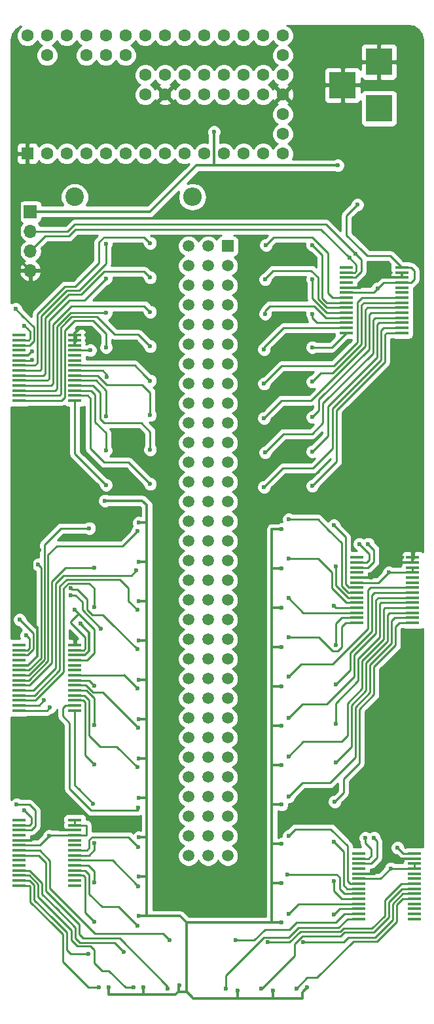
<source format=gbl>
G04 #@! TF.FileFunction,Copper,L2,Bot,Signal*
%FSLAX46Y46*%
G04 Gerber Fmt 4.6, Leading zero omitted, Abs format (unit mm)*
G04 Created by KiCad (PCBNEW 4.0.6) date Monday, September 25, 2017 'AMt' 01:13:48 AM*
%MOMM*%
%LPD*%
G01*
G04 APERTURE LIST*
%ADD10C,0.100000*%
%ADD11R,3.500000X3.500000*%
%ADD12R,1.750000X0.450000*%
%ADD13C,1.600000*%
%ADD14R,1.600000X1.600000*%
%ADD15R,1.700000X1.700000*%
%ADD16O,1.700000X1.700000*%
%ADD17C,2.400000*%
%ADD18O,2.400000X2.400000*%
%ADD19C,1.520000*%
%ADD20R,1.520000X1.520000*%
%ADD21C,0.600000*%
%ADD22C,0.350000*%
%ADD23C,0.250000*%
%ADD24C,0.254000*%
G04 APERTURE END LIST*
D10*
D11*
X167640000Y-66040000D03*
X167640000Y-60040000D03*
X162940000Y-63040000D03*
D12*
X121114000Y-103793000D03*
X121114000Y-103143000D03*
X121114000Y-102493000D03*
X121114000Y-101843000D03*
X121114000Y-101193000D03*
X121114000Y-100543000D03*
X121114000Y-99893000D03*
X121114000Y-99243000D03*
X121114000Y-98593000D03*
X121114000Y-97943000D03*
X121114000Y-97293000D03*
X121114000Y-96643000D03*
X121114000Y-95993000D03*
X121114000Y-95343000D03*
X128314000Y-95343000D03*
X128314000Y-95993000D03*
X128314000Y-96643000D03*
X128314000Y-97293000D03*
X128314000Y-97943000D03*
X128314000Y-98593000D03*
X128314000Y-99243000D03*
X128314000Y-99893000D03*
X128314000Y-100543000D03*
X128314000Y-101193000D03*
X128314000Y-101843000D03*
X128314000Y-102493000D03*
X128314000Y-103143000D03*
X128314000Y-103793000D03*
D13*
X155194000Y-64262000D03*
X155194000Y-61722000D03*
X155194000Y-59182000D03*
X155194000Y-56642000D03*
X155194000Y-66802000D03*
X155194000Y-69342000D03*
X155194000Y-71882000D03*
X152654000Y-56642000D03*
X150114000Y-56642000D03*
X147574000Y-56642000D03*
X145034000Y-56642000D03*
X142494000Y-56642000D03*
X139954000Y-56642000D03*
X137414000Y-56642000D03*
X134874000Y-56642000D03*
X132334000Y-56642000D03*
X129794000Y-56642000D03*
X127254000Y-56642000D03*
X124714000Y-56642000D03*
X122174000Y-56642000D03*
X124714000Y-59182000D03*
X129794000Y-59182000D03*
X132334000Y-59182000D03*
X134874000Y-59182000D03*
X152654000Y-71882000D03*
X150114000Y-71882000D03*
X147574000Y-71882000D03*
X145034000Y-71882000D03*
X142494000Y-71882000D03*
X139954000Y-71882000D03*
X137414000Y-71882000D03*
X134874000Y-71882000D03*
X132334000Y-71882000D03*
X129794000Y-71882000D03*
X127254000Y-71882000D03*
X124714000Y-71882000D03*
D14*
X122174000Y-71882000D03*
D13*
X137414000Y-64262000D03*
X139954000Y-64262000D03*
X142494000Y-64262000D03*
X145034000Y-64262000D03*
X147574000Y-64262000D03*
X150114000Y-64262000D03*
X152654000Y-64262000D03*
X152654000Y-61722000D03*
X150114000Y-61722000D03*
X147574000Y-61722000D03*
X145034000Y-61722000D03*
X142494000Y-61722000D03*
X139954000Y-61722000D03*
X137414000Y-61722000D03*
D12*
X163405000Y-95030000D03*
X163405000Y-94380000D03*
X163405000Y-93730000D03*
X163405000Y-93080000D03*
X163405000Y-92430000D03*
X163405000Y-91780000D03*
X163405000Y-91130000D03*
X163405000Y-90480000D03*
X163405000Y-89830000D03*
X163405000Y-89180000D03*
X163405000Y-88530000D03*
X163405000Y-87880000D03*
X163405000Y-87230000D03*
X163405000Y-86580000D03*
X170605000Y-86580000D03*
X170605000Y-87230000D03*
X170605000Y-87880000D03*
X170605000Y-88530000D03*
X170605000Y-89180000D03*
X170605000Y-89830000D03*
X170605000Y-90480000D03*
X170605000Y-91130000D03*
X170605000Y-91780000D03*
X170605000Y-92430000D03*
X170605000Y-93080000D03*
X170605000Y-93730000D03*
X170605000Y-94380000D03*
X170605000Y-95030000D03*
X121114000Y-143798000D03*
X121114000Y-143148000D03*
X121114000Y-142498000D03*
X121114000Y-141848000D03*
X121114000Y-141198000D03*
X121114000Y-140548000D03*
X121114000Y-139898000D03*
X121114000Y-139248000D03*
X121114000Y-138598000D03*
X121114000Y-137948000D03*
X121114000Y-137298000D03*
X121114000Y-136648000D03*
X121114000Y-135998000D03*
X121114000Y-135348000D03*
X128314000Y-135348000D03*
X128314000Y-135998000D03*
X128314000Y-136648000D03*
X128314000Y-137298000D03*
X128314000Y-137948000D03*
X128314000Y-138598000D03*
X128314000Y-139248000D03*
X128314000Y-139898000D03*
X128314000Y-140548000D03*
X128314000Y-141198000D03*
X128314000Y-141848000D03*
X128314000Y-142498000D03*
X128314000Y-143148000D03*
X128314000Y-143798000D03*
X121114000Y-166404000D03*
X121114000Y-165754000D03*
X121114000Y-165104000D03*
X121114000Y-164454000D03*
X121114000Y-163804000D03*
X121114000Y-163154000D03*
X121114000Y-162504000D03*
X121114000Y-161854000D03*
X121114000Y-161204000D03*
X121114000Y-160554000D03*
X121114000Y-159904000D03*
X121114000Y-159254000D03*
X121114000Y-158604000D03*
X121114000Y-157954000D03*
X128314000Y-157954000D03*
X128314000Y-158604000D03*
X128314000Y-159254000D03*
X128314000Y-159904000D03*
X128314000Y-160554000D03*
X128314000Y-161204000D03*
X128314000Y-161854000D03*
X128314000Y-162504000D03*
X128314000Y-163154000D03*
X128314000Y-163804000D03*
X128314000Y-164454000D03*
X128314000Y-165104000D03*
X128314000Y-165754000D03*
X128314000Y-166404000D03*
X164802000Y-132495000D03*
X164802000Y-131845000D03*
X164802000Y-131195000D03*
X164802000Y-130545000D03*
X164802000Y-129895000D03*
X164802000Y-129245000D03*
X164802000Y-128595000D03*
X164802000Y-127945000D03*
X164802000Y-127295000D03*
X164802000Y-126645000D03*
X164802000Y-125995000D03*
X164802000Y-125345000D03*
X164802000Y-124695000D03*
X164802000Y-124045000D03*
X172002000Y-124045000D03*
X172002000Y-124695000D03*
X172002000Y-125345000D03*
X172002000Y-125995000D03*
X172002000Y-126645000D03*
X172002000Y-127295000D03*
X172002000Y-127945000D03*
X172002000Y-128595000D03*
X172002000Y-129245000D03*
X172002000Y-129895000D03*
X172002000Y-130545000D03*
X172002000Y-131195000D03*
X172002000Y-131845000D03*
X172002000Y-132495000D03*
X165056000Y-170722000D03*
X165056000Y-170072000D03*
X165056000Y-169422000D03*
X165056000Y-168772000D03*
X165056000Y-168122000D03*
X165056000Y-167472000D03*
X165056000Y-166822000D03*
X165056000Y-166172000D03*
X165056000Y-165522000D03*
X165056000Y-164872000D03*
X165056000Y-164222000D03*
X165056000Y-163572000D03*
X165056000Y-162922000D03*
X165056000Y-162272000D03*
X172256000Y-162272000D03*
X172256000Y-162922000D03*
X172256000Y-163572000D03*
X172256000Y-164222000D03*
X172256000Y-164872000D03*
X172256000Y-165522000D03*
X172256000Y-166172000D03*
X172256000Y-166822000D03*
X172256000Y-167472000D03*
X172256000Y-168122000D03*
X172256000Y-168772000D03*
X172256000Y-169422000D03*
X172256000Y-170072000D03*
X172256000Y-170722000D03*
D15*
X122555000Y-79375000D03*
D16*
X122555000Y-81915000D03*
X122555000Y-84455000D03*
X122555000Y-86995000D03*
D17*
X128270000Y-77470000D03*
D18*
X143510000Y-77470000D03*
D19*
X148082000Y-88900000D03*
X148082000Y-91440000D03*
X148082000Y-93980000D03*
X148082000Y-96520000D03*
X148082000Y-99060000D03*
X148082000Y-101600000D03*
X148082000Y-104140000D03*
X148082000Y-106680000D03*
X148082000Y-109220000D03*
X148082000Y-111760000D03*
X148082000Y-114300000D03*
X148082000Y-116840000D03*
X148082000Y-119380000D03*
X148082000Y-121920000D03*
X148082000Y-124460000D03*
X148082000Y-127000000D03*
X148082000Y-129540000D03*
X148082000Y-132080000D03*
X148082000Y-134620000D03*
X148082000Y-137160000D03*
X148082000Y-139700000D03*
X148082000Y-142240000D03*
X148082000Y-144780000D03*
X148082000Y-147320000D03*
X148082000Y-149860000D03*
X148082000Y-152400000D03*
X148082000Y-154940000D03*
X148082000Y-157480000D03*
X148082000Y-160020000D03*
X148082000Y-162560000D03*
X148082000Y-86360000D03*
D20*
X148082000Y-83820000D03*
D19*
X145542000Y-83820000D03*
X145542000Y-86360000D03*
X145542000Y-88900000D03*
X145542000Y-91440000D03*
X145542000Y-93980000D03*
X145542000Y-96520000D03*
X145542000Y-99060000D03*
X145542000Y-101600000D03*
X145542000Y-104140000D03*
X145542000Y-106680000D03*
X145542000Y-109220000D03*
X145542000Y-111760000D03*
X145542000Y-114300000D03*
X145542000Y-116840000D03*
X145542000Y-119380000D03*
X145542000Y-121920000D03*
X145542000Y-124460000D03*
X145542000Y-127000000D03*
X145542000Y-129540000D03*
X145542000Y-132080000D03*
X145542000Y-134620000D03*
X145542000Y-137160000D03*
X145542000Y-139700000D03*
X145542000Y-142240000D03*
X145542000Y-144780000D03*
X145542000Y-147320000D03*
X145542000Y-149860000D03*
X145542000Y-152400000D03*
X145542000Y-154940000D03*
X145542000Y-157480000D03*
X145542000Y-160020000D03*
X145542000Y-162560000D03*
X143002000Y-83820000D03*
X143002000Y-86360000D03*
X143002000Y-88900000D03*
X143002000Y-91440000D03*
X143002000Y-93980000D03*
X143002000Y-96520000D03*
X143002000Y-99060000D03*
X143002000Y-101600000D03*
X143002000Y-104140000D03*
X143002000Y-106680000D03*
X143002000Y-109220000D03*
X143002000Y-111760000D03*
X143002000Y-114300000D03*
X143002000Y-116840000D03*
X143002000Y-119380000D03*
X143002000Y-121920000D03*
X143002000Y-124460000D03*
X143002000Y-127000000D03*
X143002000Y-129540000D03*
X143002000Y-132080000D03*
X143002000Y-134620000D03*
X143002000Y-137160000D03*
X143002000Y-139700000D03*
X143002000Y-142240000D03*
X143002000Y-144780000D03*
X143002000Y-147320000D03*
X143002000Y-149860000D03*
X143002000Y-152400000D03*
X143002000Y-154940000D03*
X143002000Y-157480000D03*
X143002000Y-160020000D03*
X143002000Y-162560000D03*
D21*
X140081000Y-74803000D03*
X129032000Y-94361000D03*
X123698000Y-123063000D03*
X126111000Y-159004000D03*
X165100000Y-89154000D03*
X167005000Y-164846000D03*
X166624000Y-126619000D03*
X122809000Y-97409000D03*
X129032000Y-132588000D03*
X128314000Y-134410000D03*
X152781000Y-97155000D03*
X138049000Y-96774000D03*
X130175000Y-120269000D03*
X136398000Y-120650000D03*
X130683000Y-155829000D03*
X136525000Y-156337000D03*
X159004000Y-101346000D03*
X132461000Y-100711000D03*
X161798000Y-119888000D03*
X155956000Y-119126000D03*
X161925000Y-155575000D03*
X155956000Y-154940000D03*
X159004000Y-96901000D03*
X132334000Y-96901000D03*
X130810000Y-125349000D03*
X136271000Y-125730000D03*
X130810000Y-160909000D03*
X136525000Y-161417000D03*
X152781000Y-101600000D03*
X138049000Y-101219000D03*
X162052000Y-125222000D03*
X155956000Y-124206000D03*
X161798000Y-160782000D03*
X155956000Y-160020000D03*
X152908000Y-92583000D03*
X138049000Y-92329000D03*
X130810000Y-130429000D03*
X136398000Y-130810000D03*
X130810000Y-165989000D03*
X136525000Y-166497000D03*
X159004000Y-105918000D03*
X132334000Y-105791000D03*
X161798000Y-130302000D03*
X155956000Y-129286000D03*
X161798000Y-165862000D03*
X155829000Y-164973000D03*
X159004000Y-92583000D03*
X132334000Y-92456000D03*
X127762000Y-128905000D03*
X125095000Y-143383000D03*
X131699000Y-133223000D03*
X124333000Y-142494000D03*
X136398000Y-135890000D03*
X127762000Y-128016000D03*
X130810000Y-171069000D03*
X136398000Y-171577000D03*
X152781000Y-106045000D03*
X138049000Y-105664000D03*
X162052000Y-135382000D03*
X155956000Y-134366000D03*
X161798000Y-170180000D03*
X155956000Y-170053000D03*
X152908000Y-88138000D03*
X138049000Y-87884000D03*
X130810000Y-140589000D03*
X136398000Y-140970000D03*
X130048000Y-175260000D03*
X131445000Y-179578000D03*
X159004000Y-110363000D03*
X132334000Y-110236000D03*
X162052000Y-140462000D03*
X155956000Y-139446000D03*
X157861000Y-173736000D03*
X156972000Y-179705000D03*
X159004000Y-88138000D03*
X132334000Y-88011000D03*
X130810000Y-145669000D03*
X136525000Y-146050000D03*
X134620000Y-175006000D03*
X135890000Y-179578000D03*
X152908000Y-110490000D03*
X138049000Y-110109000D03*
X162052000Y-145542000D03*
X155956000Y-144780000D03*
X153289000Y-173736000D03*
X152400000Y-179705000D03*
X153035000Y-83693000D03*
X138049000Y-83439000D03*
X130810000Y-150749000D03*
X136398000Y-151130000D03*
X140589000Y-173482000D03*
X140335000Y-179705000D03*
X159004000Y-114808000D03*
X132334000Y-114681000D03*
X162052000Y-150495000D03*
X155956000Y-149733000D03*
X149098000Y-173482000D03*
X147828000Y-179705000D03*
X159004000Y-83693000D03*
X132334000Y-83566000D03*
X152781000Y-114935000D03*
X138049000Y-114554000D03*
X146304000Y-69088000D03*
X162306000Y-73406000D03*
X124968000Y-160020000D03*
X128270000Y-130810000D03*
X123571000Y-124968000D03*
X167513000Y-89281000D03*
X164846000Y-78486000D03*
X170053000Y-161544000D03*
X169164000Y-164211000D03*
X168910000Y-125984000D03*
X130302000Y-97282000D03*
X122809000Y-98552000D03*
X132207000Y-116713000D03*
X158369000Y-179578000D03*
X141859000Y-179324000D03*
X153924000Y-179959000D03*
X149352000Y-179959000D03*
X137160000Y-179578000D03*
X132715000Y-179578000D03*
X136588500Y-119570500D03*
X155067000Y-125476000D03*
X155067000Y-130556000D03*
X155067000Y-135636000D03*
X155067000Y-140716000D03*
X155067000Y-145796000D03*
X155067000Y-150876000D03*
X155067000Y-155956000D03*
X155067000Y-161036000D03*
X155067000Y-166116000D03*
X155067000Y-171196000D03*
X155067000Y-120396000D03*
X136588500Y-170370500D03*
X136588500Y-165290500D03*
X136588500Y-160210500D03*
X136588500Y-155130500D03*
X136588500Y-150050500D03*
X136588500Y-144970500D03*
X136588500Y-139890500D03*
X136588500Y-134810500D03*
X136588500Y-129730500D03*
X136588500Y-124650500D03*
X164592000Y-84836000D03*
X166243000Y-122301000D03*
X167005000Y-160274000D03*
X120777000Y-155956000D03*
X121158000Y-132080000D03*
X120650000Y-91948000D03*
X163830000Y-85344000D03*
X165862000Y-160274000D03*
X165100000Y-122301000D03*
X121793000Y-156718000D03*
X122047000Y-134112000D03*
X121793000Y-94107000D03*
D22*
X123317000Y-74803000D02*
X138430000Y-74803000D01*
X138430000Y-74803000D02*
X140081000Y-74803000D01*
X123317000Y-74803000D02*
X122174000Y-73660000D01*
X122174000Y-73660000D02*
X122174000Y-71882000D01*
X121158000Y-85598000D02*
X122555000Y-86995000D01*
X121158000Y-76962000D02*
X121158000Y-85598000D01*
X123317000Y-74803000D02*
X121158000Y-76962000D01*
X128314000Y-95343000D02*
X128314000Y-95079000D01*
X128314000Y-95079000D02*
X129032000Y-94361000D01*
X122809000Y-125222000D02*
X122809000Y-123952000D01*
X122809000Y-132461000D02*
X122809000Y-125222000D01*
X123444000Y-133096000D02*
X122936000Y-132588000D01*
X121114000Y-137948000D02*
X122275000Y-137948000D01*
X123444000Y-136779000D02*
X123444000Y-133604000D01*
X122275000Y-137948000D02*
X123444000Y-136779000D01*
X123444000Y-133604000D02*
X123444000Y-133096000D01*
X122936000Y-132588000D02*
X122809000Y-132461000D01*
X122809000Y-123952000D02*
X123698000Y-123063000D01*
X121114000Y-160554000D02*
X122656000Y-160554000D01*
X124206000Y-159004000D02*
X126111000Y-159004000D01*
X122656000Y-160554000D02*
X124206000Y-159004000D01*
X128314000Y-159254000D02*
X126361000Y-159254000D01*
X126361000Y-159254000D02*
X126111000Y-159004000D01*
X170605000Y-87880000D02*
X166374000Y-87880000D01*
X166374000Y-87880000D02*
X165100000Y-89154000D01*
X165074000Y-89180000D02*
X165100000Y-89154000D01*
X165074000Y-89180000D02*
X163405000Y-89180000D01*
X172256000Y-162922000D02*
X168929000Y-162922000D01*
X168929000Y-162922000D02*
X167005000Y-164846000D01*
X165056000Y-164872000D02*
X166979000Y-164872000D01*
X166979000Y-164872000D02*
X167005000Y-164846000D01*
X172002000Y-124695000D02*
X168548000Y-124695000D01*
X168548000Y-124695000D02*
X166624000Y-126619000D01*
X164802000Y-126645000D02*
X166598000Y-126645000D01*
X166598000Y-126645000D02*
X166624000Y-126619000D01*
X172002000Y-124045000D02*
X172002000Y-124695000D01*
X170605000Y-87230000D02*
X170605000Y-87880000D01*
X128314000Y-96643000D02*
X128314000Y-95993000D01*
X128314000Y-95343000D02*
X128314000Y-95993000D01*
X122275000Y-97943000D02*
X121114000Y-97943000D01*
X122275000Y-97943000D02*
X122809000Y-97409000D01*
X129032000Y-132588000D02*
X129413000Y-132969000D01*
X129671000Y-136648000D02*
X130175000Y-136144000D01*
X130175000Y-136144000D02*
X130175000Y-133731000D01*
X130175000Y-133731000D02*
X129413000Y-132969000D01*
X129671000Y-136648000D02*
X128314000Y-136648000D01*
X128314000Y-135348000D02*
X128314000Y-134410000D01*
X139954000Y-64262000D02*
X139954000Y-64516000D01*
D23*
X152781000Y-97155000D02*
X152781000Y-96901000D01*
X152781000Y-96901000D02*
X155302000Y-94380000D01*
X155302000Y-94380000D02*
X163405000Y-94380000D01*
X136525000Y-95250000D02*
X137287000Y-96012000D01*
X133477000Y-95250000D02*
X136525000Y-95250000D01*
X136652000Y-95377000D02*
X137287000Y-96012000D01*
X138049000Y-96774000D02*
X137287000Y-96012000D01*
X127127000Y-93726000D02*
X127889000Y-92964000D01*
X126296998Y-103143000D02*
X126492000Y-102947998D01*
X126492000Y-102947998D02*
X126492000Y-94361000D01*
X126492000Y-94361000D02*
X127127000Y-93726000D01*
X121114000Y-103143000D02*
X126296998Y-103143000D01*
X131191000Y-92964000D02*
X133477000Y-95250000D01*
X127889000Y-92964000D02*
X131191000Y-92964000D01*
X124382002Y-133604000D02*
X124382002Y-122378998D01*
X122372000Y-139248000D02*
X124382002Y-137237998D01*
X124382002Y-137237998D02*
X124382002Y-133604000D01*
X121114000Y-139248000D02*
X122372000Y-139248000D01*
X126492000Y-120269000D02*
X130175000Y-120269000D01*
X124382002Y-122378998D02*
X126492000Y-120269000D01*
X130175000Y-120396000D02*
X130175000Y-120269000D01*
X130175000Y-120269000D02*
X130048000Y-120396000D01*
X124841000Y-133604000D02*
X124841000Y-123698000D01*
X128905000Y-122555000D02*
X134493000Y-122555000D01*
X136398000Y-120650000D02*
X134493000Y-122555000D01*
X122357000Y-139898000D02*
X124841000Y-137414000D01*
X124841000Y-137414000D02*
X124841000Y-133604000D01*
X122357000Y-139898000D02*
X121114000Y-139898000D01*
X125984000Y-122555000D02*
X128905000Y-122555000D01*
X124841000Y-123698000D02*
X125984000Y-122555000D01*
X128314000Y-143798000D02*
X128314000Y-153460000D01*
X128314000Y-153460000D02*
X128778000Y-153924000D01*
X128778000Y-153924000D02*
X130683000Y-155829000D01*
X136525000Y-156337000D02*
X136525000Y-156591000D01*
X127108000Y-143148000D02*
X128314000Y-143148000D01*
X126746000Y-143510000D02*
X127108000Y-143148000D01*
X126746000Y-144526000D02*
X126746000Y-143510000D01*
X127635000Y-145415000D02*
X126746000Y-144526000D01*
X127635000Y-153924000D02*
X127635000Y-145415000D01*
X130429000Y-156718000D02*
X127635000Y-153924000D01*
X136398000Y-156718000D02*
X130429000Y-156718000D01*
X136525000Y-156591000D02*
X136398000Y-156718000D01*
X160147000Y-100203000D02*
X159004000Y-101346000D01*
X161671000Y-100203000D02*
X160147000Y-100203000D01*
X165354000Y-96520000D02*
X161671000Y-100203000D01*
X165354000Y-91440000D02*
X165354000Y-96520000D01*
X170605000Y-91130000D02*
X165664000Y-91130000D01*
X165664000Y-91130000D02*
X165354000Y-91440000D01*
X132461000Y-100457000D02*
X132461000Y-100711000D01*
X131897000Y-99893000D02*
X132461000Y-100457000D01*
X128314000Y-99893000D02*
X131897000Y-99893000D01*
X164802000Y-127945000D02*
X163759000Y-127945000D01*
X163322000Y-121412000D02*
X161798000Y-119888000D01*
X163322000Y-127508000D02*
X163322000Y-121412000D01*
X163759000Y-127945000D02*
X163322000Y-127508000D01*
X164802000Y-128595000D02*
X163647000Y-128595000D01*
X159766000Y-119126000D02*
X161163000Y-120523000D01*
X155956000Y-119126000D02*
X159766000Y-119126000D01*
X162814000Y-122174000D02*
X161163000Y-120523000D01*
X162814000Y-127762000D02*
X162814000Y-122174000D01*
X163647000Y-128595000D02*
X162814000Y-127762000D01*
X169799000Y-132969000D02*
X169799000Y-135382000D01*
X170273000Y-132495000D02*
X169799000Y-132969000D01*
X163068000Y-152654000D02*
X163068000Y-154432000D01*
X163068000Y-154432000D02*
X161925000Y-155575000D01*
X170273000Y-132495000D02*
X172002000Y-132495000D01*
X165100000Y-150622000D02*
X163068000Y-152654000D01*
X165100000Y-143637000D02*
X165100000Y-150622000D01*
X167005000Y-141732000D02*
X165100000Y-143637000D01*
X167005000Y-138176000D02*
X167005000Y-141732000D01*
X169799000Y-135382000D02*
X167005000Y-138176000D01*
X169291000Y-132207000D02*
X169291000Y-135128000D01*
X169653000Y-131845000D02*
X169291000Y-132207000D01*
X161290000Y-153162000D02*
X157734000Y-153162000D01*
X157734000Y-153162000D02*
X155956000Y-154940000D01*
X169653000Y-131845000D02*
X172002000Y-131845000D01*
X164592000Y-149860000D02*
X161290000Y-153162000D01*
X164592000Y-143383000D02*
X164592000Y-149860000D01*
X166497000Y-141478000D02*
X164592000Y-143383000D01*
X166497000Y-137922000D02*
X166497000Y-141478000D01*
X169291000Y-135128000D02*
X166497000Y-137922000D01*
X159004000Y-96901000D02*
X161534000Y-96901000D01*
X161534000Y-96901000D02*
X163405000Y-95030000D01*
X127000000Y-94742000D02*
X127444500Y-94297500D01*
X127444500Y-94297500D02*
X127508000Y-94234000D01*
X127000000Y-103378000D02*
X127000000Y-94742000D01*
X126585000Y-103793000D02*
X127000000Y-103378000D01*
X126585000Y-103793000D02*
X121114000Y-103793000D01*
X127444500Y-94297500D02*
X128270000Y-93472000D01*
X128270000Y-93472000D02*
X130683000Y-93472000D01*
X130683000Y-93472000D02*
X132334000Y-95123000D01*
X132334000Y-95123000D02*
X132334000Y-96901000D01*
X125349000Y-133604000D02*
X125349000Y-127127000D01*
X130810000Y-125349000D02*
X127127000Y-125349000D01*
X122469000Y-140548000D02*
X125349000Y-137668000D01*
X125349000Y-137668000D02*
X125349000Y-133604000D01*
X122469000Y-140548000D02*
X121114000Y-140548000D01*
X125349000Y-127127000D02*
X127127000Y-125349000D01*
X130810000Y-125349000D02*
X130683000Y-125476000D01*
X125857000Y-129159000D02*
X125857000Y-127381000D01*
X121114000Y-141198000D02*
X122962000Y-141198000D01*
X125857000Y-138303000D02*
X125857000Y-133731000D01*
X122962000Y-141198000D02*
X125857000Y-138303000D01*
X125857000Y-133731000D02*
X125857000Y-129159000D01*
X135636000Y-126365000D02*
X136271000Y-125730000D01*
X126873000Y-126365000D02*
X135636000Y-126365000D01*
X125857000Y-127381000D02*
X126873000Y-126365000D01*
X128314000Y-162504000D02*
X130104000Y-162504000D01*
X130810000Y-161798000D02*
X130810000Y-160909000D01*
X130104000Y-162504000D02*
X130810000Y-161798000D01*
X128314000Y-161854000D02*
X129865000Y-161854000D01*
X130175000Y-160528000D02*
X130556000Y-160147000D01*
X130175000Y-161544000D02*
X130175000Y-160528000D01*
X129865000Y-161854000D02*
X130175000Y-161544000D01*
X135255000Y-160147000D02*
X136525000Y-161417000D01*
X130556000Y-160147000D02*
X135255000Y-160147000D01*
X170605000Y-90480000D02*
X165425000Y-90480000D01*
X165425000Y-90480000D02*
X164846000Y-91059000D01*
X155067000Y-99314000D02*
X152781000Y-101600000D01*
X161798000Y-99314000D02*
X155067000Y-99314000D01*
X164846000Y-96266000D02*
X161798000Y-99314000D01*
X164846000Y-91059000D02*
X164846000Y-96266000D01*
X128314000Y-99243000D02*
X136073000Y-99243000D01*
X136073000Y-99243000D02*
X137287000Y-100457000D01*
X138049000Y-101219000D02*
X137287000Y-100457000D01*
X164802000Y-129245000D02*
X163662000Y-129245000D01*
X162052000Y-127635000D02*
X162052000Y-125222000D01*
X163662000Y-129245000D02*
X162052000Y-127635000D01*
X164802000Y-129895000D02*
X163423000Y-129895000D01*
X159766000Y-124206000D02*
X161544000Y-125984000D01*
X155956000Y-124206000D02*
X159766000Y-124206000D01*
X161544000Y-128016000D02*
X161544000Y-125984000D01*
X163423000Y-129895000D02*
X161544000Y-128016000D01*
X165056000Y-166822000D02*
X163520000Y-166822000D01*
X163068000Y-162052000D02*
X161798000Y-160782000D01*
X163068000Y-166370000D02*
X163068000Y-162052000D01*
X163520000Y-166822000D02*
X163068000Y-166370000D01*
X165056000Y-166172000D02*
X163886000Y-166172000D01*
X155956000Y-160020000D02*
X156845000Y-159131000D01*
X161417000Y-159131000D02*
X156845000Y-159131000D01*
X163576000Y-161290000D02*
X161417000Y-159131000D01*
X163576000Y-165862000D02*
X163576000Y-161290000D01*
X163886000Y-166172000D02*
X163576000Y-165862000D01*
X152908000Y-92583000D02*
X152908000Y-92202000D01*
X160771000Y-93080000D02*
X163405000Y-93080000D01*
X159258000Y-91567000D02*
X160771000Y-93080000D01*
X153543000Y-91567000D02*
X159258000Y-91567000D01*
X152908000Y-92202000D02*
X153543000Y-91567000D01*
X138049000Y-92329000D02*
X137287000Y-91567000D01*
X137287000Y-91567000D02*
X130810000Y-91567000D01*
X127889000Y-91567000D02*
X130810000Y-91567000D01*
X127381000Y-92075000D02*
X127889000Y-91567000D01*
X125476000Y-93980000D02*
X127381000Y-92075000D01*
X125476000Y-101600000D02*
X125476000Y-93980000D01*
X125233000Y-101843000D02*
X121114000Y-101843000D01*
X125233000Y-101843000D02*
X125476000Y-101600000D01*
X126873000Y-131826000D02*
X126873000Y-128016000D01*
X123186000Y-142498000D02*
X126873000Y-138811000D01*
X126873000Y-138811000D02*
X126873000Y-131826000D01*
X123186000Y-142498000D02*
X121114000Y-142498000D01*
X130810000Y-128016000D02*
X130810000Y-130429000D01*
X130175000Y-127381000D02*
X130810000Y-128016000D01*
X127508000Y-127381000D02*
X130175000Y-127381000D01*
X126873000Y-128016000D02*
X127508000Y-127381000D01*
X126365000Y-130556000D02*
X126365000Y-127762000D01*
X123074000Y-141848000D02*
X126365000Y-138557000D01*
X126365000Y-138557000D02*
X126365000Y-130556000D01*
X123074000Y-141848000D02*
X121114000Y-141848000D01*
X135255000Y-129667000D02*
X136398000Y-130810000D01*
X135255000Y-128016000D02*
X135255000Y-129667000D01*
X134112000Y-126873000D02*
X135255000Y-128016000D01*
X127254000Y-126873000D02*
X134112000Y-126873000D01*
X126365000Y-127762000D02*
X127254000Y-126873000D01*
X128314000Y-163804000D02*
X130022000Y-163804000D01*
X130810000Y-164592000D02*
X130810000Y-165989000D01*
X130022000Y-163804000D02*
X130810000Y-164592000D01*
X128314000Y-163154000D02*
X133182000Y-163154000D01*
X133182000Y-163154000D02*
X136525000Y-166497000D01*
X159893000Y-105029000D02*
X159004000Y-105918000D01*
X159893000Y-103632000D02*
X159893000Y-105029000D01*
X166370000Y-97155000D02*
X159893000Y-103632000D01*
X166370000Y-92710000D02*
X166370000Y-97155000D01*
X170605000Y-92430000D02*
X166650000Y-92430000D01*
X166650000Y-92430000D02*
X166370000Y-92710000D01*
X132334000Y-102489000D02*
X132334000Y-105791000D01*
X131038000Y-101193000D02*
X132334000Y-102489000D01*
X128314000Y-101193000D02*
X131038000Y-101193000D01*
X164802000Y-130545000D02*
X162041000Y-130545000D01*
X162041000Y-130545000D02*
X161798000Y-130302000D01*
X164802000Y-131195000D02*
X157865000Y-131195000D01*
X155956000Y-129286000D02*
X157861000Y-131191000D01*
X157865000Y-131195000D02*
X157861000Y-131191000D01*
X165056000Y-168122000D02*
X162788000Y-168122000D01*
X161798000Y-167132000D02*
X161798000Y-165862000D01*
X162788000Y-168122000D02*
X161798000Y-167132000D01*
X165056000Y-167472000D02*
X163154000Y-167472000D01*
X162179000Y-164973000D02*
X155829000Y-164973000D01*
X162560000Y-165354000D02*
X162179000Y-164973000D01*
X162560000Y-166878000D02*
X162560000Y-165354000D01*
X163154000Y-167472000D02*
X162560000Y-166878000D01*
X159643000Y-93730000D02*
X163405000Y-93730000D01*
X159004000Y-93091000D02*
X159643000Y-93730000D01*
X159004000Y-92583000D02*
X159004000Y-93091000D01*
X121114000Y-102493000D02*
X125726000Y-102493000D01*
X125726000Y-102493000D02*
X125984000Y-102235000D01*
X125984000Y-94234000D02*
X127190500Y-93027500D01*
X127190500Y-93027500D02*
X127254000Y-92964000D01*
X125984000Y-102235000D02*
X125984000Y-94234000D01*
X127190500Y-93027500D02*
X127762000Y-92456000D01*
X127762000Y-92456000D02*
X132334000Y-92456000D01*
X127762000Y-128905000D02*
X128397000Y-128905000D01*
X121114000Y-143798000D02*
X124680000Y-143798000D01*
X124680000Y-143798000D02*
X125095000Y-143383000D01*
X129286000Y-130810000D02*
X131699000Y-133223000D01*
X129286000Y-129794000D02*
X129286000Y-130810000D01*
X128397000Y-128905000D02*
X129286000Y-129794000D01*
X129921000Y-129413000D02*
X129921000Y-130810000D01*
X129921000Y-130810000D02*
X130556000Y-131445000D01*
X130556000Y-131445000D02*
X131953000Y-131445000D01*
X131953000Y-131445000D02*
X132969000Y-132461000D01*
X123679000Y-143148000D02*
X124333000Y-142494000D01*
X121114000Y-143148000D02*
X123679000Y-143148000D01*
X132969000Y-132461000D02*
X136398000Y-135890000D01*
X128651000Y-128143000D02*
X129921000Y-129413000D01*
X127889000Y-128143000D02*
X128651000Y-128143000D01*
X127762000Y-128016000D02*
X127889000Y-128143000D01*
X128314000Y-165104000D02*
X129417000Y-165104000D01*
X129667000Y-169926000D02*
X130810000Y-171069000D01*
X129667000Y-165354000D02*
X129667000Y-169926000D01*
X129417000Y-165104000D02*
X129667000Y-165354000D01*
X128314000Y-164454000D02*
X129656000Y-164454000D01*
X132715000Y-169164000D02*
X133985000Y-169164000D01*
X133985000Y-169164000D02*
X136398000Y-171577000D01*
X131826000Y-169164000D02*
X132715000Y-169164000D01*
X130175000Y-167513000D02*
X131826000Y-169164000D01*
X130175000Y-164973000D02*
X130175000Y-167513000D01*
X129656000Y-164454000D02*
X130175000Y-164973000D01*
X155194000Y-103759000D02*
X155067000Y-103759000D01*
X166157000Y-91780000D02*
X165862000Y-92075000D01*
X165862000Y-92075000D02*
X165862000Y-96774000D01*
X165862000Y-96774000D02*
X158877000Y-103759000D01*
X158877000Y-103759000D02*
X155194000Y-103759000D01*
X166157000Y-91780000D02*
X170605000Y-91780000D01*
X155067000Y-103759000D02*
X152781000Y-106045000D01*
X128314000Y-100543000D02*
X131277000Y-100543000D01*
X137033000Y-101727000D02*
X138049000Y-102743000D01*
X132461000Y-101727000D02*
X137033000Y-101727000D01*
X131277000Y-100543000D02*
X132461000Y-101727000D01*
X138049000Y-102743000D02*
X138049000Y-105664000D01*
X164802000Y-131845000D02*
X162795000Y-131845000D01*
X162052000Y-132588000D02*
X162052000Y-135382000D01*
X162795000Y-131845000D02*
X162052000Y-132588000D01*
X164802000Y-132495000D02*
X163288000Y-132495000D01*
X159893000Y-134366000D02*
X161671000Y-136144000D01*
X155956000Y-134366000D02*
X159893000Y-134366000D01*
X162306000Y-136144000D02*
X161671000Y-136144000D01*
X162814000Y-135636000D02*
X162306000Y-136144000D01*
X162814000Y-132969000D02*
X162814000Y-135636000D01*
X163288000Y-132495000D02*
X162814000Y-132969000D01*
X165056000Y-169422000D02*
X162556000Y-169422000D01*
X162556000Y-169422000D02*
X161798000Y-170180000D01*
X161798000Y-170180000D02*
X161925000Y-170053000D01*
X165056000Y-168772000D02*
X157237000Y-168772000D01*
X157237000Y-168772000D02*
X155956000Y-170053000D01*
X152908000Y-88138000D02*
X152908000Y-88011000D01*
X152908000Y-88011000D02*
X153924000Y-86995000D01*
X160868000Y-91780000D02*
X163405000Y-91780000D01*
X159766000Y-90678000D02*
X160868000Y-91780000D01*
X159766000Y-87884000D02*
X159766000Y-90678000D01*
X158877000Y-86995000D02*
X159766000Y-87884000D01*
X153924000Y-86995000D02*
X158877000Y-86995000D01*
X138049000Y-87884000D02*
X137287000Y-87122000D01*
X137287000Y-87122000D02*
X132080000Y-87122000D01*
X129794000Y-89408000D02*
X132080000Y-87122000D01*
X129159000Y-90043000D02*
X129794000Y-89408000D01*
X127508000Y-90043000D02*
X129159000Y-90043000D01*
X124460000Y-93091000D02*
X127508000Y-90043000D01*
X124460000Y-93218000D02*
X124460000Y-93091000D01*
X124460000Y-100280998D02*
X124460000Y-93218000D01*
X124197998Y-100543000D02*
X124460000Y-100280998D01*
X124197998Y-100543000D02*
X121114000Y-100543000D01*
X128314000Y-139898000D02*
X130119000Y-139898000D01*
X130119000Y-139898000D02*
X130810000Y-140589000D01*
X128314000Y-139248000D02*
X134676000Y-139248000D01*
X134676000Y-139248000D02*
X134620000Y-139192000D01*
X134620000Y-139192000D02*
X136398000Y-140970000D01*
X121114000Y-165754000D02*
X122447000Y-165754000D01*
X130048000Y-175260000D02*
X127762000Y-175260000D01*
X127762000Y-175260000D02*
X127254000Y-174752000D01*
X127254000Y-174752000D02*
X127254000Y-172466000D01*
X127254000Y-172466000D02*
X125476000Y-170688000D01*
X123063000Y-168275000D02*
X125476000Y-170688000D01*
X123063000Y-166370000D02*
X123063000Y-168275000D01*
X122447000Y-165754000D02*
X123063000Y-166370000D01*
X121114000Y-166404000D02*
X122462000Y-166404000D01*
X130048000Y-179578000D02*
X126746000Y-176276000D01*
X126746000Y-176276000D02*
X126746000Y-172720000D01*
X126746000Y-172720000D02*
X125476000Y-171450000D01*
X131445000Y-179578000D02*
X130048000Y-179578000D01*
X122555000Y-168529000D02*
X125476000Y-171450000D01*
X122555000Y-166497000D02*
X122555000Y-168529000D01*
X122462000Y-166404000D02*
X122555000Y-166497000D01*
X161036000Y-108331000D02*
X159004000Y-110363000D01*
X161036000Y-104521000D02*
X161036000Y-108331000D01*
X167386000Y-98171000D02*
X161036000Y-104521000D01*
X167386000Y-93980000D02*
X167386000Y-98171000D01*
X170605000Y-93730000D02*
X167636000Y-93730000D01*
X167636000Y-93730000D02*
X167386000Y-93980000D01*
X132334000Y-107950000D02*
X132334000Y-110236000D01*
X130937000Y-106553000D02*
X132334000Y-107950000D01*
X130937000Y-102997000D02*
X130937000Y-106553000D01*
X130433000Y-102493000D02*
X130937000Y-102997000D01*
X128314000Y-102493000D02*
X130433000Y-102493000D01*
X164465000Y-135890000D02*
X163957000Y-136398000D01*
X167061000Y-128595000D02*
X166751000Y-128905000D01*
X166751000Y-128905000D02*
X166751000Y-133604000D01*
X166751000Y-133604000D02*
X164465000Y-135890000D01*
X163830000Y-138684000D02*
X162052000Y-140462000D01*
X167061000Y-128595000D02*
X172002000Y-128595000D01*
X163957000Y-138557000D02*
X163830000Y-138684000D01*
X163957000Y-136398000D02*
X163957000Y-138557000D01*
X164465000Y-135001000D02*
X161671000Y-137795000D01*
X166568000Y-127945000D02*
X166243000Y-128270000D01*
X166243000Y-128270000D02*
X166243000Y-133223000D01*
X166243000Y-133223000D02*
X164465000Y-135001000D01*
X157607000Y-137795000D02*
X155956000Y-139446000D01*
X166568000Y-127945000D02*
X172002000Y-127945000D01*
X161671000Y-137795000D02*
X157607000Y-137795000D01*
X167132000Y-173101000D02*
X163703000Y-173101000D01*
X167132000Y-173101000D02*
X169418000Y-170815000D01*
X169418000Y-170815000D02*
X169418000Y-168783000D01*
X169418000Y-168783000D02*
X170729000Y-167472000D01*
X172256000Y-167472000D02*
X170729000Y-167472000D01*
X157861000Y-173736000D02*
X161925000Y-173736000D01*
X163068000Y-173736000D02*
X161925000Y-173736000D01*
X163703000Y-173101000D02*
X163068000Y-173736000D01*
X167386000Y-173609000D02*
X164338000Y-173609000D01*
X167386000Y-173609000D02*
X169926000Y-171069000D01*
X169926000Y-171069000D02*
X169926000Y-168910000D01*
X169926000Y-168910000D02*
X170714000Y-168122000D01*
X172256000Y-168122000D02*
X170714000Y-168122000D01*
X158369000Y-178308000D02*
X156972000Y-179705000D01*
X159639000Y-178308000D02*
X158369000Y-178308000D01*
X164338000Y-173609000D02*
X159639000Y-178308000D01*
X160883000Y-92430000D02*
X163405000Y-92430000D01*
X159004000Y-90551000D02*
X160883000Y-92430000D01*
X159004000Y-88138000D02*
X159004000Y-90551000D01*
X124968000Y-93599000D02*
X124968000Y-93472000D01*
X124740000Y-101193000D02*
X124968000Y-100965000D01*
X124968000Y-100965000D02*
X124968000Y-93599000D01*
X124740000Y-101193000D02*
X121114000Y-101193000D01*
X130302000Y-90043000D02*
X132334000Y-88011000D01*
X129540000Y-90805000D02*
X130302000Y-90043000D01*
X127635000Y-90805000D02*
X129540000Y-90805000D01*
X124968000Y-93472000D02*
X127635000Y-90805000D01*
X128314000Y-141198000D02*
X129768000Y-141198000D01*
X130810000Y-143002000D02*
X130810000Y-145669000D01*
X130810000Y-142240000D02*
X130810000Y-143002000D01*
X129768000Y-141198000D02*
X130810000Y-142240000D01*
X128314000Y-140548000D02*
X129753000Y-140548000D01*
X131953000Y-141478000D02*
X134112000Y-143637000D01*
X130683000Y-141478000D02*
X131953000Y-141478000D01*
X129753000Y-140548000D02*
X130683000Y-141478000D01*
X134112000Y-143637000D02*
X136525000Y-146050000D01*
X121114000Y-164454000D02*
X122417000Y-164454000D01*
X134620000Y-175006000D02*
X133427998Y-173813998D01*
X133427998Y-173813998D02*
X128982998Y-173813998D01*
X128982998Y-173813998D02*
X128397000Y-173228000D01*
X128397000Y-173228000D02*
X128397000Y-171831000D01*
X128397000Y-171831000D02*
X125984000Y-169418000D01*
X124079000Y-167513000D02*
X125984000Y-169418000D01*
X124079000Y-166116000D02*
X124079000Y-167513000D01*
X122417000Y-164454000D02*
X124079000Y-166116000D01*
X121114000Y-165104000D02*
X122432000Y-165104000D01*
X134874000Y-179578000D02*
X132715000Y-177419000D01*
X132715000Y-177419000D02*
X131826000Y-177419000D01*
X131826000Y-177419000D02*
X130810000Y-176403000D01*
X130810000Y-176403000D02*
X130810000Y-174752000D01*
X130810000Y-174752000D02*
X130302000Y-174244000D01*
X130302000Y-174244000D02*
X128651000Y-174244000D01*
X128651000Y-174244000D02*
X127889000Y-173482000D01*
X127889000Y-173482000D02*
X127889000Y-172212000D01*
X127889000Y-172212000D02*
X125730000Y-170053000D01*
X135890000Y-179578000D02*
X134874000Y-179578000D01*
X123571000Y-167894000D02*
X125730000Y-170053000D01*
X123571000Y-166243000D02*
X123571000Y-167894000D01*
X122432000Y-165104000D02*
X123571000Y-166243000D01*
X155575000Y-108077000D02*
X155321000Y-108077000D01*
X167143000Y-93080000D02*
X166878000Y-93345000D01*
X166878000Y-93345000D02*
X166878000Y-97663000D01*
X166878000Y-97663000D02*
X160401000Y-104140000D01*
X160401000Y-104140000D02*
X160401000Y-106680000D01*
X160401000Y-106680000D02*
X159004000Y-108077000D01*
X159004000Y-108077000D02*
X155575000Y-108077000D01*
X167143000Y-93080000D02*
X170605000Y-93080000D01*
X155321000Y-108077000D02*
X152908000Y-110490000D01*
X128314000Y-101843000D02*
X130672000Y-101843000D01*
X131572000Y-106172000D02*
X132080000Y-106680000D01*
X131572000Y-102743000D02*
X131572000Y-106172000D01*
X130672000Y-101843000D02*
X131572000Y-102743000D01*
X136906000Y-106680000D02*
X138049000Y-107823000D01*
X132080000Y-106680000D02*
X136906000Y-106680000D01*
X138049000Y-107823000D02*
X138049000Y-110109000D01*
X167767000Y-134366000D02*
X164973000Y-137160000D01*
X167920000Y-129895000D02*
X167767000Y-130048000D01*
X167767000Y-130048000D02*
X167767000Y-134366000D01*
X167920000Y-129895000D02*
X172002000Y-129895000D01*
X162052000Y-142875000D02*
X162052000Y-145542000D01*
X164973000Y-139954000D02*
X162052000Y-142875000D01*
X164973000Y-137160000D02*
X164973000Y-139954000D01*
X164465000Y-139446000D02*
X164465000Y-136652000D01*
X167554000Y-129245000D02*
X167259000Y-129540000D01*
X167259000Y-129540000D02*
X167259000Y-133858000D01*
X167259000Y-133858000D02*
X164465000Y-136652000D01*
X164465000Y-139446000D02*
X160909000Y-143002000D01*
X160909000Y-143002000D02*
X157734000Y-143002000D01*
X157734000Y-143002000D02*
X155956000Y-144780000D01*
X167554000Y-129245000D02*
X172002000Y-129245000D01*
X166751000Y-171958000D02*
X163068000Y-171958000D01*
X156083000Y-173736000D02*
X157480000Y-172339000D01*
X157480000Y-172339000D02*
X161671000Y-172339000D01*
X166751000Y-171958000D02*
X168402000Y-170307000D01*
X168402000Y-170307000D02*
X168402000Y-168275000D01*
X168402000Y-168275000D02*
X170505000Y-166172000D01*
X172256000Y-166172000D02*
X170505000Y-166172000D01*
X153289000Y-173736000D02*
X156083000Y-173736000D01*
X162687000Y-172339000D02*
X161671000Y-172339000D01*
X163068000Y-171958000D02*
X162687000Y-172339000D01*
X164465000Y-172466000D02*
X163195000Y-172466000D01*
X166955998Y-172466000D02*
X168910000Y-170511998D01*
X168910000Y-170511998D02*
X168910000Y-168529000D01*
X168910000Y-168529000D02*
X170617000Y-166822000D01*
X172256000Y-166822000D02*
X170617000Y-166822000D01*
X152400000Y-179705000D02*
X152527000Y-179705000D01*
X157734000Y-172974000D02*
X161798000Y-172974000D01*
X156718000Y-173990000D02*
X157734000Y-172974000D01*
X156718000Y-175514000D02*
X156718000Y-173990000D01*
X152527000Y-179705000D02*
X156718000Y-175514000D01*
X164465000Y-172466000D02*
X166955998Y-172466000D01*
X162687000Y-172974000D02*
X161798000Y-172974000D01*
X163195000Y-172466000D02*
X162687000Y-172974000D01*
X153035000Y-83693000D02*
X154051000Y-82677000D01*
X161600000Y-90480000D02*
X163405000Y-90480000D01*
X161036000Y-89916000D02*
X161600000Y-90480000D01*
X161036000Y-84709000D02*
X161036000Y-89916000D01*
X159004000Y-82677000D02*
X161036000Y-84709000D01*
X154051000Y-82677000D02*
X159004000Y-82677000D01*
X138049000Y-83439000D02*
X137287000Y-82677000D01*
X137287000Y-82677000D02*
X132080000Y-82677000D01*
X131445000Y-83312000D02*
X132080000Y-82677000D01*
X131445000Y-85979000D02*
X131445000Y-83312000D01*
X128397000Y-89027000D02*
X131445000Y-85979000D01*
X127000000Y-89027000D02*
X128397000Y-89027000D01*
X123444000Y-92583000D02*
X127000000Y-89027000D01*
X123444000Y-92710000D02*
X123444000Y-92583000D01*
X123444000Y-98933000D02*
X123444000Y-92710000D01*
X123134000Y-99243000D02*
X123444000Y-98933000D01*
X123134000Y-99243000D02*
X121114000Y-99243000D01*
X128314000Y-142498000D02*
X129417000Y-142498000D01*
X129667000Y-142748000D02*
X129667000Y-149606000D01*
X129417000Y-142498000D02*
X129667000Y-142748000D01*
X129667000Y-149606000D02*
X130810000Y-150749000D01*
X128314000Y-141848000D02*
X129529000Y-141848000D01*
X130175000Y-142494000D02*
X130175000Y-147066000D01*
X129529000Y-141848000D02*
X130175000Y-142494000D01*
X133731000Y-148463000D02*
X136398000Y-151130000D01*
X130175000Y-147066000D02*
X131572000Y-148463000D01*
X131572000Y-148463000D02*
X133731000Y-148463000D01*
X121114000Y-161854000D02*
X123754000Y-161854000D01*
X140589000Y-173482000D02*
X139700000Y-172593000D01*
X139700000Y-172593000D02*
X130937000Y-172593000D01*
X130937000Y-172593000D02*
X126619000Y-168275000D01*
X125095000Y-166751000D02*
X126619000Y-168275000D01*
X125095000Y-163195000D02*
X125095000Y-166751000D01*
X123754000Y-161854000D02*
X125095000Y-163195000D01*
X121114000Y-162504000D02*
X123642000Y-162504000D01*
X140335000Y-179451000D02*
X134112000Y-173228000D01*
X134112000Y-173228000D02*
X129413000Y-173228000D01*
X129413000Y-173228000D02*
X128905000Y-172720000D01*
X128905000Y-172720000D02*
X128905000Y-171450000D01*
X128905000Y-171450000D02*
X126365000Y-168910000D01*
X140335000Y-179705000D02*
X140335000Y-179451000D01*
X124573557Y-167118557D02*
X126365000Y-168910000D01*
X124573557Y-163435557D02*
X124573557Y-167118557D01*
X123642000Y-162504000D02*
X124573557Y-163435557D01*
X162179000Y-111633000D02*
X159004000Y-114808000D01*
X162179000Y-105029000D02*
X162179000Y-111633000D01*
X168402000Y-98806000D02*
X162179000Y-105029000D01*
X168402000Y-95250000D02*
X168402000Y-98806000D01*
X170605000Y-95030000D02*
X168622000Y-95030000D01*
X168622000Y-95030000D02*
X168402000Y-95250000D01*
X128314000Y-110661000D02*
X132334000Y-114681000D01*
X128314000Y-103793000D02*
X128314000Y-110661000D01*
X168783000Y-131445000D02*
X168783000Y-134874000D01*
X169033000Y-131195000D02*
X168783000Y-131445000D01*
X169033000Y-131195000D02*
X172002000Y-131195000D01*
X164084000Y-148463000D02*
X162052000Y-150495000D01*
X164084000Y-143129000D02*
X164084000Y-148463000D01*
X165989000Y-141224000D02*
X164084000Y-143129000D01*
X165989000Y-137668000D02*
X165989000Y-141224000D01*
X168783000Y-134874000D02*
X165989000Y-137668000D01*
X168275000Y-130683000D02*
X168275000Y-134620000D01*
X168413000Y-130545000D02*
X168275000Y-130683000D01*
X162814000Y-147828000D02*
X157861000Y-147828000D01*
X157861000Y-147828000D02*
X155956000Y-149733000D01*
X168413000Y-130545000D02*
X172002000Y-130545000D01*
X163576000Y-147066000D02*
X162814000Y-147828000D01*
X163576000Y-142875000D02*
X163576000Y-147066000D01*
X165481000Y-140970000D02*
X163576000Y-142875000D01*
X165481000Y-137414000D02*
X165481000Y-140970000D01*
X168275000Y-134620000D02*
X165481000Y-137414000D01*
X162052000Y-171196000D02*
X161417000Y-171196000D01*
X151511000Y-173482000D02*
X152908000Y-172085000D01*
X152908000Y-172085000D02*
X156083000Y-172085000D01*
X156083000Y-172085000D02*
X156972000Y-171196000D01*
X156972000Y-171196000D02*
X161417000Y-171196000D01*
X149098000Y-173482000D02*
X151511000Y-173482000D01*
X163176000Y-170072000D02*
X162052000Y-171196000D01*
X163176000Y-170072000D02*
X163576000Y-170072000D01*
X163557000Y-170072000D02*
X163576000Y-170072000D01*
X163576000Y-170072000D02*
X165056000Y-170072000D01*
X165056000Y-170722000D02*
X163542000Y-170722000D01*
X147828000Y-178054000D02*
X152781000Y-173101000D01*
X152781000Y-173101000D02*
X155956000Y-173101000D01*
X155956000Y-173101000D02*
X157226000Y-171831000D01*
X157226000Y-171831000D02*
X161417000Y-171831000D01*
X147828000Y-179705000D02*
X147828000Y-178054000D01*
X162433000Y-171831000D02*
X161417000Y-171831000D01*
X163542000Y-170722000D02*
X162433000Y-171831000D01*
X160853000Y-91130000D02*
X163405000Y-91130000D01*
X160274000Y-90551000D02*
X160853000Y-91130000D01*
X160274000Y-84963000D02*
X160274000Y-90551000D01*
X159004000Y-83693000D02*
X160274000Y-84963000D01*
X123952000Y-92964000D02*
X123952000Y-92837000D01*
X123754000Y-99893000D02*
X123952000Y-99695000D01*
X123952000Y-99695000D02*
X123952000Y-92964000D01*
X123754000Y-99893000D02*
X121114000Y-99893000D01*
X132334000Y-86106000D02*
X132334000Y-83566000D01*
X128905000Y-89535000D02*
X132334000Y-86106000D01*
X127254000Y-89535000D02*
X128905000Y-89535000D01*
X123952000Y-92837000D02*
X127254000Y-89535000D01*
X155575000Y-112522000D02*
X155194000Y-112522000D01*
X168256000Y-94380000D02*
X167894000Y-94742000D01*
X167894000Y-94742000D02*
X167894000Y-98552000D01*
X167894000Y-98552000D02*
X161671000Y-104775000D01*
X161671000Y-104775000D02*
X161671000Y-109982000D01*
X161671000Y-109982000D02*
X159131000Y-112522000D01*
X159131000Y-112522000D02*
X155575000Y-112522000D01*
X168256000Y-94380000D02*
X170605000Y-94380000D01*
X155194000Y-112522000D02*
X152781000Y-114935000D01*
X128314000Y-103143000D02*
X129940000Y-103143000D01*
X130302000Y-109982000D02*
X132080000Y-111760000D01*
X130302000Y-103505000D02*
X130302000Y-109982000D01*
X129940000Y-103143000D02*
X130302000Y-103505000D01*
X135255000Y-111760000D02*
X137287000Y-113792000D01*
X132080000Y-111760000D02*
X135255000Y-111760000D01*
X138049000Y-114554000D02*
X137287000Y-113792000D01*
D22*
X146304000Y-73406000D02*
X146304000Y-69088000D01*
X138049000Y-79375000D02*
X122555000Y-79375000D01*
X144018000Y-73406000D02*
X138049000Y-79375000D01*
X162306000Y-73406000D02*
X146304000Y-73406000D01*
X146304000Y-73406000D02*
X144018000Y-73406000D01*
D23*
X128778000Y-131318000D02*
X128270000Y-130810000D01*
X123952000Y-127508000D02*
X123952000Y-125349000D01*
X123952000Y-125349000D02*
X123571000Y-124968000D01*
X123952000Y-132461000D02*
X123952000Y-127508000D01*
X128314000Y-157954000D02*
X128314000Y-158604000D01*
X166116000Y-85090000D02*
X169115000Y-85090000D01*
X163449000Y-82423000D02*
X165354000Y-84328000D01*
X166116000Y-85090000D02*
X165354000Y-84328000D01*
X164846000Y-78486000D02*
X163449000Y-79883000D01*
X163449000Y-79883000D02*
X163449000Y-82423000D01*
X169115000Y-85090000D02*
X170605000Y-86580000D01*
X167513000Y-89281000D02*
X168264000Y-88530000D01*
X170605000Y-88530000D02*
X168264000Y-88530000D01*
X166964000Y-89830000D02*
X165608000Y-89830000D01*
X167513000Y-89281000D02*
X166964000Y-89830000D01*
X170605000Y-88530000D02*
X171820000Y-88530000D01*
X171820000Y-88530000D02*
X172212000Y-88138000D01*
X172212000Y-88138000D02*
X172212000Y-86995000D01*
X172212000Y-86995000D02*
X171797000Y-86580000D01*
X171797000Y-86580000D02*
X170605000Y-86580000D01*
X172256000Y-162272000D02*
X170781000Y-162272000D01*
X170781000Y-162272000D02*
X170053000Y-161544000D01*
X172256000Y-164222000D02*
X169175000Y-164222000D01*
X169175000Y-164222000D02*
X169164000Y-164211000D01*
X165056000Y-165522000D02*
X167853000Y-165522000D01*
X167853000Y-165522000D02*
X169164000Y-164211000D01*
X172256000Y-163572000D02*
X172256000Y-164222000D01*
X172002000Y-125995000D02*
X168921000Y-125995000D01*
X168921000Y-125995000D02*
X168910000Y-125984000D01*
X172002000Y-125345000D02*
X172002000Y-125995000D01*
X164802000Y-127295000D02*
X167599000Y-127295000D01*
X167599000Y-127295000D02*
X168910000Y-125984000D01*
X165694000Y-89830000D02*
X165608000Y-89830000D01*
X165608000Y-89830000D02*
X163405000Y-89830000D01*
D22*
X172256000Y-162272000D02*
X172178000Y-162272000D01*
D23*
X123952000Y-133604000D02*
X123952000Y-132461000D01*
X123952000Y-132461000D02*
X123952000Y-132334000D01*
X122387000Y-138598000D02*
X123952000Y-137033000D01*
X123952000Y-137033000D02*
X123952000Y-133604000D01*
X121114000Y-138598000D02*
X122387000Y-138598000D01*
X128314000Y-159904000D02*
X125084000Y-159904000D01*
X125084000Y-159904000D02*
X124968000Y-160020000D01*
X121114000Y-161204000D02*
X123784000Y-161204000D01*
X123784000Y-161204000D02*
X124968000Y-160020000D01*
X128314000Y-158604000D02*
X129775000Y-158604000D01*
X129783000Y-159904000D02*
X128314000Y-159904000D01*
X129794000Y-159893000D02*
X129783000Y-159904000D01*
X129794000Y-158623000D02*
X129794000Y-159893000D01*
X129775000Y-158604000D02*
X129794000Y-158623000D01*
X128314000Y-97293000D02*
X130291000Y-97293000D01*
X130291000Y-97293000D02*
X130302000Y-97282000D01*
X122768000Y-98593000D02*
X122809000Y-98552000D01*
X121114000Y-98593000D02*
X122768000Y-98593000D01*
X129032000Y-133731000D02*
X127762000Y-132461000D01*
X129432000Y-135998000D02*
X129667000Y-135763000D01*
X129667000Y-135763000D02*
X129667000Y-134366000D01*
X129667000Y-134366000D02*
X129032000Y-133731000D01*
X128314000Y-135998000D02*
X129432000Y-135998000D01*
X127762000Y-132334000D02*
X128778000Y-131318000D01*
X127762000Y-132461000D02*
X127762000Y-132334000D01*
X130810000Y-133477000D02*
X130810000Y-133350000D01*
X129910000Y-137298000D02*
X130810000Y-136398000D01*
X130810000Y-136398000D02*
X130810000Y-133477000D01*
X128314000Y-137298000D02*
X129910000Y-137298000D01*
X130810000Y-133350000D02*
X128778000Y-131318000D01*
D22*
X137604500Y-117284500D02*
X137033000Y-116713000D01*
X137033000Y-116713000D02*
X135001000Y-116713000D01*
X137604500Y-117284500D02*
X137604500Y-119634000D01*
X132207000Y-116713000D02*
X135001000Y-116713000D01*
X153797000Y-171196000D02*
X142748000Y-171196000D01*
X157734000Y-180975000D02*
X153924000Y-180975000D01*
X157734000Y-180213000D02*
X157734000Y-180975000D01*
X158369000Y-179578000D02*
X157734000Y-180213000D01*
X141668500Y-180149500D02*
X142811500Y-180149500D01*
X142811500Y-180149500D02*
X142748000Y-180086000D01*
X137160000Y-180467000D02*
X141351000Y-180467000D01*
X141351000Y-180467000D02*
X141668500Y-180149500D01*
X141668500Y-180149500D02*
X141732000Y-180086000D01*
X141732000Y-179451000D02*
X141732000Y-180086000D01*
X141859000Y-179324000D02*
X141732000Y-179451000D01*
X149352000Y-180975000D02*
X143637000Y-180975000D01*
X143637000Y-180975000D02*
X142748000Y-180086000D01*
X137604500Y-170370500D02*
X141922500Y-170370500D01*
X141922500Y-170370500D02*
X142748000Y-171196000D01*
X142748000Y-171196000D02*
X142748000Y-180086000D01*
X153924000Y-179959000D02*
X153924000Y-180975000D01*
X153924000Y-180975000D02*
X149352000Y-180975000D01*
X149352000Y-179959000D02*
X149352000Y-180975000D01*
X137160000Y-179578000D02*
X137160000Y-180467000D01*
X137160000Y-180467000D02*
X132715000Y-180467000D01*
X132715000Y-179578000D02*
X132715000Y-180467000D01*
X137604500Y-119570500D02*
X137604500Y-119634000D01*
X136588500Y-119570500D02*
X137604500Y-119570500D01*
X155067000Y-125476000D02*
X153797000Y-125476000D01*
X155067000Y-130556000D02*
X153797000Y-130556000D01*
X155067000Y-135636000D02*
X153797000Y-135636000D01*
X155067000Y-140716000D02*
X153797000Y-140716000D01*
X155067000Y-145796000D02*
X153797000Y-145796000D01*
X155067000Y-150876000D02*
X153797000Y-150876000D01*
X155067000Y-155956000D02*
X153797000Y-155956000D01*
X155067000Y-161036000D02*
X153797000Y-161036000D01*
X155067000Y-166116000D02*
X153797000Y-166116000D01*
X155067000Y-171196000D02*
X153797000Y-171196000D01*
X153797000Y-120396000D02*
X153797000Y-125476000D01*
X153797000Y-125476000D02*
X153797000Y-128016000D01*
X155067000Y-120396000D02*
X153797000Y-120396000D01*
X153797000Y-171196000D02*
X153797000Y-166116000D01*
X153797000Y-166116000D02*
X153797000Y-161036000D01*
X153797000Y-161036000D02*
X153797000Y-155956000D01*
X153797000Y-155956000D02*
X153797000Y-150876000D01*
X153797000Y-150876000D02*
X153797000Y-145796000D01*
X153797000Y-145796000D02*
X153797000Y-140716000D01*
X153797000Y-140716000D02*
X153797000Y-135636000D01*
X153797000Y-135636000D02*
X153797000Y-130556000D01*
X153797000Y-130556000D02*
X153797000Y-128016000D01*
X136588500Y-170370500D02*
X137604500Y-170370500D01*
X136588500Y-165290500D02*
X137604500Y-165290500D01*
X136588500Y-160210500D02*
X137604500Y-160210500D01*
X136588500Y-155130500D02*
X137604500Y-155130500D01*
X136588500Y-150050500D02*
X137604500Y-150050500D01*
X137604500Y-170370500D02*
X137604500Y-165290500D01*
X137604500Y-165290500D02*
X137604500Y-160210500D01*
X137604500Y-160210500D02*
X137604500Y-155130500D01*
X137604500Y-155130500D02*
X137604500Y-150050500D01*
X137604500Y-150050500D02*
X137604500Y-147129500D01*
X137604500Y-147129500D02*
X137604500Y-144970500D01*
X136588500Y-144970500D02*
X137604500Y-144970500D01*
X136588500Y-139890500D02*
X137604500Y-139890500D01*
X137604500Y-139890500D02*
X137477500Y-139890500D01*
X137477500Y-139890500D02*
X137604500Y-139890500D01*
X136588500Y-134810500D02*
X137604500Y-134810500D01*
X137604500Y-134810500D02*
X137477500Y-134810500D01*
X137477500Y-134810500D02*
X137604500Y-134810500D01*
X136588500Y-129730500D02*
X137604500Y-129730500D01*
X136588500Y-124650500D02*
X137604500Y-124650500D01*
X137604500Y-119634000D02*
X137604500Y-124650500D01*
X137604500Y-124650500D02*
X137604500Y-129730500D01*
X137604500Y-129730500D02*
X137604500Y-134810500D01*
X137604500Y-134810500D02*
X137604500Y-139890500D01*
X137604500Y-139890500D02*
X137604500Y-144970500D01*
D23*
X131318000Y-81026000D02*
X128270000Y-81026000D01*
X160782000Y-81026000D02*
X131318000Y-81026000D01*
X164592000Y-84836000D02*
X160782000Y-81026000D01*
X127381000Y-81915000D02*
X122555000Y-81915000D01*
X128270000Y-81026000D02*
X127381000Y-81915000D01*
X164596000Y-87880000D02*
X165354000Y-87122000D01*
X165354000Y-87122000D02*
X165354000Y-85598000D01*
X165354000Y-85598000D02*
X164592000Y-84836000D01*
X164596000Y-87880000D02*
X163405000Y-87880000D01*
X164802000Y-125345000D02*
X166247000Y-125345000D01*
X166247000Y-125345000D02*
X167005000Y-124587000D01*
X167005000Y-124587000D02*
X167005000Y-123063000D01*
X167005000Y-123063000D02*
X166243000Y-122301000D01*
X165056000Y-163572000D02*
X166628000Y-163572000D01*
X167386000Y-160655000D02*
X167005000Y-160274000D01*
X167386000Y-162814000D02*
X167386000Y-160655000D01*
X166628000Y-163572000D02*
X167386000Y-162814000D01*
X122686000Y-159254000D02*
X123190000Y-158750000D01*
X123190000Y-158750000D02*
X123190000Y-156718000D01*
X123190000Y-156718000D02*
X122428000Y-155956000D01*
X122428000Y-155956000D02*
X120777000Y-155956000D01*
X121114000Y-159254000D02*
X122686000Y-159254000D01*
X122936000Y-133858000D02*
X121158000Y-132080000D01*
X122178000Y-136648000D02*
X122936000Y-135890000D01*
X122936000Y-135890000D02*
X122936000Y-133858000D01*
X121114000Y-136648000D02*
X122178000Y-136648000D01*
X121539000Y-92837000D02*
X120650000Y-91948000D01*
X122432000Y-96643000D02*
X123013998Y-96061002D01*
X123013998Y-96061002D02*
X123013998Y-94311998D01*
X123013998Y-94311998D02*
X121539000Y-92837000D01*
X121114000Y-96643000D02*
X122432000Y-96643000D01*
X128778000Y-81661000D02*
X128397000Y-81661000D01*
X124460000Y-82550000D02*
X122555000Y-84455000D01*
X127508000Y-82550000D02*
X124460000Y-82550000D01*
X128397000Y-81661000D02*
X127508000Y-82550000D01*
X131318000Y-81661000D02*
X128778000Y-81661000D01*
X128778000Y-81661000D02*
X128651000Y-81661000D01*
X160147000Y-81661000D02*
X131318000Y-81661000D01*
X163830000Y-85344000D02*
X160147000Y-81661000D01*
X164484000Y-87230000D02*
X164719000Y-86995000D01*
X164719000Y-86995000D02*
X164719000Y-86233000D01*
X164719000Y-86233000D02*
X163830000Y-85344000D01*
X164484000Y-87230000D02*
X163405000Y-87230000D01*
X166262000Y-162922000D02*
X166624000Y-162560000D01*
X166624000Y-162560000D02*
X166624000Y-161671000D01*
X166624000Y-161671000D02*
X165862000Y-160909000D01*
X165862000Y-160909000D02*
X165862000Y-160274000D01*
X165056000Y-162922000D02*
X166262000Y-162922000D01*
X164802000Y-124695000D02*
X166008000Y-124695000D01*
X166370000Y-123571000D02*
X165100000Y-122301000D01*
X166370000Y-124333000D02*
X166370000Y-123571000D01*
X166008000Y-124695000D02*
X166370000Y-124333000D01*
X122447000Y-158604000D02*
X122682000Y-158369000D01*
X122682000Y-158369000D02*
X122682000Y-157607000D01*
X122682000Y-157607000D02*
X121793000Y-156718000D01*
X121114000Y-158604000D02*
X122447000Y-158604000D01*
X122428000Y-134493000D02*
X122047000Y-134112000D01*
X122193000Y-135998000D02*
X122428000Y-135763000D01*
X122428000Y-135763000D02*
X122428000Y-134493000D01*
X121114000Y-135998000D02*
X122193000Y-135998000D01*
X122174000Y-94488000D02*
X121793000Y-94107000D01*
X122555000Y-94869000D02*
X122174000Y-94488000D01*
X121114000Y-95993000D02*
X122320000Y-95993000D01*
X122555000Y-95758000D02*
X122555000Y-94869000D01*
X122320000Y-95993000D02*
X122555000Y-95758000D01*
D24*
G36*
X172144989Y-55472152D02*
X172734170Y-55865830D01*
X173127848Y-56455011D01*
X173280000Y-57219931D01*
X173280000Y-123324975D01*
X173236698Y-123281673D01*
X173003309Y-123185000D01*
X172287750Y-123185000D01*
X172129000Y-123343750D01*
X172129000Y-123932500D01*
X172149000Y-123932500D01*
X172149000Y-123973750D01*
X172129000Y-123993750D01*
X172129000Y-124192000D01*
X171875000Y-124192000D01*
X171875000Y-123993750D01*
X171813750Y-123932500D01*
X171875000Y-123932500D01*
X171875000Y-123343750D01*
X171716250Y-123185000D01*
X171000691Y-123185000D01*
X170767302Y-123281673D01*
X170588673Y-123460301D01*
X170492000Y-123693690D01*
X170492000Y-123773750D01*
X170650750Y-123932500D01*
X170766475Y-123932500D01*
X170588673Y-124110301D01*
X170511403Y-124296847D01*
X170492000Y-124316250D01*
X170492000Y-124423750D01*
X170511403Y-124443153D01*
X170588673Y-124629699D01*
X170650930Y-124691956D01*
X170530569Y-124868110D01*
X170515442Y-124942808D01*
X170492000Y-124966250D01*
X170492000Y-125046310D01*
X170493667Y-125050335D01*
X170479560Y-125120000D01*
X170479560Y-125235000D01*
X169483444Y-125235000D01*
X169440327Y-125191808D01*
X169096799Y-125049162D01*
X168724833Y-125048838D01*
X168381057Y-125190883D01*
X168117808Y-125453673D01*
X167975162Y-125797201D01*
X167975121Y-125844077D01*
X167284198Y-126535000D01*
X166312000Y-126535000D01*
X166312000Y-126517998D01*
X166241927Y-126517998D01*
X166273431Y-126471890D01*
X166288558Y-126397192D01*
X166312000Y-126373750D01*
X166312000Y-126293690D01*
X166310333Y-126289665D01*
X166324440Y-126220000D01*
X166324440Y-126089596D01*
X166537839Y-126047148D01*
X166784401Y-125882401D01*
X167542401Y-125124401D01*
X167707148Y-124877839D01*
X167765000Y-124587000D01*
X167765000Y-123063000D01*
X167707148Y-122772161D01*
X167542401Y-122525599D01*
X167178122Y-122161320D01*
X167178162Y-122115833D01*
X167036117Y-121772057D01*
X166773327Y-121508808D01*
X166429799Y-121366162D01*
X166057833Y-121365838D01*
X165714057Y-121507883D01*
X165671656Y-121550210D01*
X165630327Y-121508808D01*
X165286799Y-121366162D01*
X164914833Y-121365838D01*
X164571057Y-121507883D01*
X164307808Y-121770673D01*
X164165162Y-122114201D01*
X164164838Y-122486167D01*
X164306883Y-122829943D01*
X164569673Y-123093192D01*
X164760811Y-123172560D01*
X164082000Y-123172560D01*
X164082000Y-121412000D01*
X164026071Y-121130828D01*
X164024148Y-121121160D01*
X163859401Y-120874599D01*
X162733122Y-119748320D01*
X162733162Y-119702833D01*
X162591117Y-119359057D01*
X162328327Y-119095808D01*
X161984799Y-118953162D01*
X161612833Y-118952838D01*
X161269057Y-119094883D01*
X161039171Y-119324369D01*
X160303401Y-118588599D01*
X160056839Y-118423852D01*
X159766000Y-118366000D01*
X156518463Y-118366000D01*
X156486327Y-118333808D01*
X156142799Y-118191162D01*
X155770833Y-118190838D01*
X155427057Y-118332883D01*
X155163808Y-118595673D01*
X155021162Y-118939201D01*
X155020838Y-119311167D01*
X155082753Y-119461013D01*
X154881833Y-119460838D01*
X154578917Y-119586000D01*
X153797000Y-119586000D01*
X153487026Y-119647658D01*
X153224244Y-119823244D01*
X153048658Y-120086026D01*
X152987000Y-120396000D01*
X152987000Y-170386000D01*
X143083513Y-170386000D01*
X142495256Y-169797744D01*
X142442002Y-169762161D01*
X142232474Y-169622158D01*
X141922500Y-169560500D01*
X138414500Y-169560500D01*
X138414500Y-117284500D01*
X138352842Y-116974526D01*
X138265049Y-116843135D01*
X138177256Y-116711743D01*
X137605756Y-116140244D01*
X137468847Y-116048764D01*
X137342974Y-115964658D01*
X137033000Y-115903000D01*
X132694441Y-115903000D01*
X132393799Y-115778162D01*
X132021833Y-115777838D01*
X131678057Y-115919883D01*
X131414808Y-116182673D01*
X131272162Y-116526201D01*
X131271838Y-116898167D01*
X131413883Y-117241943D01*
X131676673Y-117505192D01*
X132020201Y-117647838D01*
X132392167Y-117648162D01*
X132695083Y-117523000D01*
X136697488Y-117523000D01*
X136794500Y-117620013D01*
X136794500Y-118643635D01*
X136775299Y-118635662D01*
X136403333Y-118635338D01*
X136059557Y-118777383D01*
X135796308Y-119040173D01*
X135653662Y-119383701D01*
X135653338Y-119755667D01*
X135745941Y-119979784D01*
X135605808Y-120119673D01*
X135463162Y-120463201D01*
X135463121Y-120510077D01*
X134178198Y-121795000D01*
X126040802Y-121795000D01*
X126806802Y-121029000D01*
X129612537Y-121029000D01*
X129644673Y-121061192D01*
X129988201Y-121203838D01*
X130360167Y-121204162D01*
X130703943Y-121062117D01*
X130967192Y-120799327D01*
X131109838Y-120455799D01*
X131110162Y-120083833D01*
X130968117Y-119740057D01*
X130705327Y-119476808D01*
X130361799Y-119334162D01*
X129989833Y-119333838D01*
X129646057Y-119475883D01*
X129612882Y-119509000D01*
X126492000Y-119509000D01*
X126201161Y-119566852D01*
X125954599Y-119731599D01*
X123844601Y-121841597D01*
X123679854Y-122088159D01*
X123622002Y-122378998D01*
X123622002Y-124033044D01*
X123385833Y-124032838D01*
X123042057Y-124174883D01*
X122778808Y-124437673D01*
X122636162Y-124781201D01*
X122635838Y-125153167D01*
X122777883Y-125496943D01*
X123040673Y-125760192D01*
X123192000Y-125823029D01*
X123192000Y-133039198D01*
X122093122Y-131940320D01*
X122093162Y-131894833D01*
X121951117Y-131551057D01*
X121688327Y-131287808D01*
X121344799Y-131145162D01*
X120972833Y-131144838D01*
X120629057Y-131286883D01*
X120365808Y-131549673D01*
X120223162Y-131893201D01*
X120222838Y-132265167D01*
X120364883Y-132608943D01*
X120627673Y-132872192D01*
X120971201Y-133014838D01*
X121018077Y-133014879D01*
X121419983Y-133416785D01*
X121254808Y-133581673D01*
X121112162Y-133925201D01*
X121111838Y-134297167D01*
X121185548Y-134475560D01*
X120239000Y-134475560D01*
X120090000Y-134503596D01*
X120090000Y-104635267D01*
X120239000Y-104665440D01*
X121989000Y-104665440D01*
X122224317Y-104621162D01*
X122330244Y-104553000D01*
X126585000Y-104553000D01*
X126875839Y-104495148D01*
X126956690Y-104441126D01*
X126974910Y-104469441D01*
X127187110Y-104614431D01*
X127439000Y-104665440D01*
X127554000Y-104665440D01*
X127554000Y-110661000D01*
X127611852Y-110951839D01*
X127776599Y-111198401D01*
X131398878Y-114820680D01*
X131398838Y-114866167D01*
X131540883Y-115209943D01*
X131803673Y-115473192D01*
X132147201Y-115615838D01*
X132519167Y-115616162D01*
X132862943Y-115474117D01*
X133126192Y-115211327D01*
X133268838Y-114867799D01*
X133269162Y-114495833D01*
X133127117Y-114152057D01*
X132864327Y-113888808D01*
X132520799Y-113746162D01*
X132473923Y-113746121D01*
X129074000Y-110346198D01*
X129074000Y-104665440D01*
X129189000Y-104665440D01*
X129424317Y-104621162D01*
X129542000Y-104545435D01*
X129542000Y-109982000D01*
X129599852Y-110272839D01*
X129764599Y-110519401D01*
X131542599Y-112297401D01*
X131789161Y-112462148D01*
X132080000Y-112520000D01*
X134940198Y-112520000D01*
X137113878Y-114693680D01*
X137113838Y-114739167D01*
X137255883Y-115082943D01*
X137518673Y-115346192D01*
X137862201Y-115488838D01*
X138234167Y-115489162D01*
X138577943Y-115347117D01*
X138841192Y-115084327D01*
X138983838Y-114740799D01*
X138984162Y-114368833D01*
X138842117Y-114025057D01*
X138579327Y-113761808D01*
X138235799Y-113619162D01*
X138188923Y-113619121D01*
X135792401Y-111222599D01*
X135545839Y-111057852D01*
X135255000Y-111000000D01*
X132892111Y-111000000D01*
X133126192Y-110766327D01*
X133268838Y-110422799D01*
X133269162Y-110050833D01*
X133127117Y-109707057D01*
X133094000Y-109673882D01*
X133094000Y-107950000D01*
X133036148Y-107659161D01*
X133036148Y-107659160D01*
X132889710Y-107440000D01*
X136591198Y-107440000D01*
X137289000Y-108137802D01*
X137289000Y-109546537D01*
X137256808Y-109578673D01*
X137114162Y-109922201D01*
X137113838Y-110294167D01*
X137255883Y-110637943D01*
X137518673Y-110901192D01*
X137862201Y-111043838D01*
X138234167Y-111044162D01*
X138577943Y-110902117D01*
X138841192Y-110639327D01*
X138983838Y-110295799D01*
X138984162Y-109923833D01*
X138842117Y-109580057D01*
X138809000Y-109546882D01*
X138809000Y-107823000D01*
X138751148Y-107532161D01*
X138586401Y-107285599D01*
X137899673Y-106598871D01*
X138234167Y-106599162D01*
X138577943Y-106457117D01*
X138841192Y-106194327D01*
X138983838Y-105850799D01*
X138984162Y-105478833D01*
X138842117Y-105135057D01*
X138809000Y-105101882D01*
X138809000Y-102743000D01*
X138751148Y-102452161D01*
X138586401Y-102205599D01*
X138447017Y-102066215D01*
X138577943Y-102012117D01*
X138841192Y-101749327D01*
X138983838Y-101405799D01*
X138984162Y-101033833D01*
X138842117Y-100690057D01*
X138579327Y-100426808D01*
X138235799Y-100284162D01*
X138188923Y-100284121D01*
X136610401Y-98705599D01*
X136363839Y-98540852D01*
X136073000Y-98483000D01*
X129836440Y-98483000D01*
X129836440Y-98368000D01*
X129816933Y-98264329D01*
X129836440Y-98168000D01*
X129836440Y-98101086D01*
X130115201Y-98216838D01*
X130487167Y-98217162D01*
X130830943Y-98075117D01*
X131094192Y-97812327D01*
X131236838Y-97468799D01*
X131237162Y-97096833D01*
X131095117Y-96753057D01*
X130832327Y-96489808D01*
X130488799Y-96347162D01*
X130116833Y-96346838D01*
X129773057Y-96488883D01*
X129757812Y-96504101D01*
X129804597Y-96391153D01*
X129824000Y-96371750D01*
X129824000Y-96264250D01*
X129804597Y-96244847D01*
X129727327Y-96058301D01*
X129662026Y-95993000D01*
X129727327Y-95927699D01*
X129804597Y-95741153D01*
X129824000Y-95721750D01*
X129824000Y-95614250D01*
X129804597Y-95594847D01*
X129727327Y-95408301D01*
X129549525Y-95230500D01*
X129665250Y-95230500D01*
X129824000Y-95071750D01*
X129824000Y-94991690D01*
X129727327Y-94758301D01*
X129548698Y-94579673D01*
X129315309Y-94483000D01*
X128599750Y-94483000D01*
X128441002Y-94641748D01*
X128441002Y-94483000D01*
X128333802Y-94483000D01*
X128584802Y-94232000D01*
X130368198Y-94232000D01*
X131574000Y-95437802D01*
X131574000Y-96338537D01*
X131541808Y-96370673D01*
X131399162Y-96714201D01*
X131398838Y-97086167D01*
X131540883Y-97429943D01*
X131803673Y-97693192D01*
X132147201Y-97835838D01*
X132519167Y-97836162D01*
X132862943Y-97694117D01*
X133126192Y-97431327D01*
X133268838Y-97087799D01*
X133269162Y-96715833D01*
X133127117Y-96372057D01*
X133094000Y-96338882D01*
X133094000Y-95890569D01*
X133186160Y-95952148D01*
X133477000Y-96010000D01*
X136210198Y-96010000D01*
X137113878Y-96913680D01*
X137113838Y-96959167D01*
X137255883Y-97302943D01*
X137518673Y-97566192D01*
X137862201Y-97708838D01*
X138234167Y-97709162D01*
X138577943Y-97567117D01*
X138841192Y-97304327D01*
X138983838Y-96960799D01*
X138984162Y-96588833D01*
X138842117Y-96245057D01*
X138579327Y-95981808D01*
X138235799Y-95839162D01*
X138188923Y-95839121D01*
X137062401Y-94712599D01*
X136815839Y-94547852D01*
X136525000Y-94490000D01*
X133791802Y-94490000D01*
X132642149Y-93340347D01*
X132862943Y-93249117D01*
X133126192Y-92986327D01*
X133268838Y-92642799D01*
X133269113Y-92327000D01*
X136972198Y-92327000D01*
X137113878Y-92468680D01*
X137113838Y-92514167D01*
X137255883Y-92857943D01*
X137518673Y-93121192D01*
X137862201Y-93263838D01*
X138234167Y-93264162D01*
X138577943Y-93122117D01*
X138841192Y-92859327D01*
X138983838Y-92515799D01*
X138984162Y-92143833D01*
X138842117Y-91800057D01*
X138579327Y-91536808D01*
X138235799Y-91394162D01*
X138188923Y-91394121D01*
X137824401Y-91029599D01*
X137577839Y-90864852D01*
X137287000Y-90807000D01*
X130612802Y-90807000D01*
X132473680Y-88946122D01*
X132519167Y-88946162D01*
X132862943Y-88804117D01*
X133126192Y-88541327D01*
X133268838Y-88197799D01*
X133269113Y-87882000D01*
X136972198Y-87882000D01*
X137113878Y-88023680D01*
X137113838Y-88069167D01*
X137255883Y-88412943D01*
X137518673Y-88676192D01*
X137862201Y-88818838D01*
X138234167Y-88819162D01*
X138577943Y-88677117D01*
X138841192Y-88414327D01*
X138983838Y-88070799D01*
X138984162Y-87698833D01*
X138842117Y-87355057D01*
X138579327Y-87091808D01*
X138235799Y-86949162D01*
X138188923Y-86949121D01*
X137824401Y-86584599D01*
X137577839Y-86419852D01*
X137287000Y-86362000D01*
X133043078Y-86362000D01*
X133094000Y-86106000D01*
X133094000Y-84128463D01*
X133126192Y-84096327D01*
X133268838Y-83752799D01*
X133269113Y-83437000D01*
X136972198Y-83437000D01*
X137113878Y-83578680D01*
X137113838Y-83624167D01*
X137255883Y-83967943D01*
X137518673Y-84231192D01*
X137862201Y-84373838D01*
X138234167Y-84374162D01*
X138577943Y-84232117D01*
X138841192Y-83969327D01*
X138983838Y-83625799D01*
X138984162Y-83253833D01*
X138842117Y-82910057D01*
X138579327Y-82646808D01*
X138235799Y-82504162D01*
X138188923Y-82504121D01*
X138105802Y-82421000D01*
X147277145Y-82421000D01*
X147086683Y-82456838D01*
X146870559Y-82595910D01*
X146725569Y-82808110D01*
X146688031Y-82993480D01*
X146333236Y-82638066D01*
X145820700Y-82425242D01*
X145265735Y-82424758D01*
X144752828Y-82636687D01*
X144360066Y-83028764D01*
X144272046Y-83240738D01*
X144185313Y-83030828D01*
X143793236Y-82638066D01*
X143280700Y-82425242D01*
X142725735Y-82424758D01*
X142212828Y-82636687D01*
X141820066Y-83028764D01*
X141607242Y-83541300D01*
X141606758Y-84096265D01*
X141818687Y-84609172D01*
X142210764Y-85001934D01*
X142422738Y-85089954D01*
X142212828Y-85176687D01*
X141820066Y-85568764D01*
X141607242Y-86081300D01*
X141606758Y-86636265D01*
X141818687Y-87149172D01*
X142210764Y-87541934D01*
X142422738Y-87629954D01*
X142212828Y-87716687D01*
X141820066Y-88108764D01*
X141607242Y-88621300D01*
X141606758Y-89176265D01*
X141818687Y-89689172D01*
X142210764Y-90081934D01*
X142422738Y-90169954D01*
X142212828Y-90256687D01*
X141820066Y-90648764D01*
X141607242Y-91161300D01*
X141606758Y-91716265D01*
X141818687Y-92229172D01*
X142210764Y-92621934D01*
X142422738Y-92709954D01*
X142212828Y-92796687D01*
X141820066Y-93188764D01*
X141607242Y-93701300D01*
X141606758Y-94256265D01*
X141818687Y-94769172D01*
X142210764Y-95161934D01*
X142422738Y-95249954D01*
X142212828Y-95336687D01*
X141820066Y-95728764D01*
X141607242Y-96241300D01*
X141606758Y-96796265D01*
X141818687Y-97309172D01*
X142210764Y-97701934D01*
X142422738Y-97789954D01*
X142212828Y-97876687D01*
X141820066Y-98268764D01*
X141607242Y-98781300D01*
X141606758Y-99336265D01*
X141818687Y-99849172D01*
X142210764Y-100241934D01*
X142422738Y-100329954D01*
X142212828Y-100416687D01*
X141820066Y-100808764D01*
X141607242Y-101321300D01*
X141606758Y-101876265D01*
X141818687Y-102389172D01*
X142210764Y-102781934D01*
X142422738Y-102869954D01*
X142212828Y-102956687D01*
X141820066Y-103348764D01*
X141607242Y-103861300D01*
X141606758Y-104416265D01*
X141818687Y-104929172D01*
X142210764Y-105321934D01*
X142422738Y-105409954D01*
X142212828Y-105496687D01*
X141820066Y-105888764D01*
X141607242Y-106401300D01*
X141606758Y-106956265D01*
X141818687Y-107469172D01*
X142210764Y-107861934D01*
X142422738Y-107949954D01*
X142212828Y-108036687D01*
X141820066Y-108428764D01*
X141607242Y-108941300D01*
X141606758Y-109496265D01*
X141818687Y-110009172D01*
X142210764Y-110401934D01*
X142422738Y-110489954D01*
X142212828Y-110576687D01*
X141820066Y-110968764D01*
X141607242Y-111481300D01*
X141606758Y-112036265D01*
X141818687Y-112549172D01*
X142210764Y-112941934D01*
X142422738Y-113029954D01*
X142212828Y-113116687D01*
X141820066Y-113508764D01*
X141607242Y-114021300D01*
X141606758Y-114576265D01*
X141818687Y-115089172D01*
X142210764Y-115481934D01*
X142422738Y-115569954D01*
X142212828Y-115656687D01*
X141820066Y-116048764D01*
X141607242Y-116561300D01*
X141606758Y-117116265D01*
X141818687Y-117629172D01*
X142210764Y-118021934D01*
X142422738Y-118109954D01*
X142212828Y-118196687D01*
X141820066Y-118588764D01*
X141607242Y-119101300D01*
X141606758Y-119656265D01*
X141818687Y-120169172D01*
X142210764Y-120561934D01*
X142422738Y-120649954D01*
X142212828Y-120736687D01*
X141820066Y-121128764D01*
X141607242Y-121641300D01*
X141606758Y-122196265D01*
X141818687Y-122709172D01*
X142210764Y-123101934D01*
X142422738Y-123189954D01*
X142212828Y-123276687D01*
X141820066Y-123668764D01*
X141607242Y-124181300D01*
X141606758Y-124736265D01*
X141818687Y-125249172D01*
X142210764Y-125641934D01*
X142422738Y-125729954D01*
X142212828Y-125816687D01*
X141820066Y-126208764D01*
X141607242Y-126721300D01*
X141606758Y-127276265D01*
X141818687Y-127789172D01*
X142210764Y-128181934D01*
X142422738Y-128269954D01*
X142212828Y-128356687D01*
X141820066Y-128748764D01*
X141607242Y-129261300D01*
X141606758Y-129816265D01*
X141818687Y-130329172D01*
X142210764Y-130721934D01*
X142422738Y-130809954D01*
X142212828Y-130896687D01*
X141820066Y-131288764D01*
X141607242Y-131801300D01*
X141606758Y-132356265D01*
X141818687Y-132869172D01*
X142210764Y-133261934D01*
X142422738Y-133349954D01*
X142212828Y-133436687D01*
X141820066Y-133828764D01*
X141607242Y-134341300D01*
X141606758Y-134896265D01*
X141818687Y-135409172D01*
X142210764Y-135801934D01*
X142422738Y-135889954D01*
X142212828Y-135976687D01*
X141820066Y-136368764D01*
X141607242Y-136881300D01*
X141606758Y-137436265D01*
X141818687Y-137949172D01*
X142210764Y-138341934D01*
X142422738Y-138429954D01*
X142212828Y-138516687D01*
X141820066Y-138908764D01*
X141607242Y-139421300D01*
X141606758Y-139976265D01*
X141818687Y-140489172D01*
X142210764Y-140881934D01*
X142422738Y-140969954D01*
X142212828Y-141056687D01*
X141820066Y-141448764D01*
X141607242Y-141961300D01*
X141606758Y-142516265D01*
X141818687Y-143029172D01*
X142210764Y-143421934D01*
X142422738Y-143509954D01*
X142212828Y-143596687D01*
X141820066Y-143988764D01*
X141607242Y-144501300D01*
X141606758Y-145056265D01*
X141818687Y-145569172D01*
X142210764Y-145961934D01*
X142422738Y-146049954D01*
X142212828Y-146136687D01*
X141820066Y-146528764D01*
X141607242Y-147041300D01*
X141606758Y-147596265D01*
X141818687Y-148109172D01*
X142210764Y-148501934D01*
X142422738Y-148589954D01*
X142212828Y-148676687D01*
X141820066Y-149068764D01*
X141607242Y-149581300D01*
X141606758Y-150136265D01*
X141818687Y-150649172D01*
X142210764Y-151041934D01*
X142422738Y-151129954D01*
X142212828Y-151216687D01*
X141820066Y-151608764D01*
X141607242Y-152121300D01*
X141606758Y-152676265D01*
X141818687Y-153189172D01*
X142210764Y-153581934D01*
X142422738Y-153669954D01*
X142212828Y-153756687D01*
X141820066Y-154148764D01*
X141607242Y-154661300D01*
X141606758Y-155216265D01*
X141818687Y-155729172D01*
X142210764Y-156121934D01*
X142422738Y-156209954D01*
X142212828Y-156296687D01*
X141820066Y-156688764D01*
X141607242Y-157201300D01*
X141606758Y-157756265D01*
X141818687Y-158269172D01*
X142210764Y-158661934D01*
X142422738Y-158749954D01*
X142212828Y-158836687D01*
X141820066Y-159228764D01*
X141607242Y-159741300D01*
X141606758Y-160296265D01*
X141818687Y-160809172D01*
X142210764Y-161201934D01*
X142422738Y-161289954D01*
X142212828Y-161376687D01*
X141820066Y-161768764D01*
X141607242Y-162281300D01*
X141606758Y-162836265D01*
X141818687Y-163349172D01*
X142210764Y-163741934D01*
X142723300Y-163954758D01*
X143278265Y-163955242D01*
X143791172Y-163743313D01*
X144183934Y-163351236D01*
X144271954Y-163139262D01*
X144358687Y-163349172D01*
X144750764Y-163741934D01*
X145263300Y-163954758D01*
X145818265Y-163955242D01*
X146331172Y-163743313D01*
X146723934Y-163351236D01*
X146811954Y-163139262D01*
X146898687Y-163349172D01*
X147290764Y-163741934D01*
X147803300Y-163954758D01*
X148358265Y-163955242D01*
X148871172Y-163743313D01*
X149263934Y-163351236D01*
X149476758Y-162838700D01*
X149477242Y-162283735D01*
X149265313Y-161770828D01*
X148873236Y-161378066D01*
X148661262Y-161290046D01*
X148871172Y-161203313D01*
X149263934Y-160811236D01*
X149476758Y-160298700D01*
X149477242Y-159743735D01*
X149265313Y-159230828D01*
X148873236Y-158838066D01*
X148661262Y-158750046D01*
X148871172Y-158663313D01*
X149263934Y-158271236D01*
X149476758Y-157758700D01*
X149477242Y-157203735D01*
X149265313Y-156690828D01*
X148873236Y-156298066D01*
X148661262Y-156210046D01*
X148871172Y-156123313D01*
X149263934Y-155731236D01*
X149476758Y-155218700D01*
X149477242Y-154663735D01*
X149265313Y-154150828D01*
X148873236Y-153758066D01*
X148661262Y-153670046D01*
X148871172Y-153583313D01*
X149263934Y-153191236D01*
X149476758Y-152678700D01*
X149477242Y-152123735D01*
X149265313Y-151610828D01*
X148873236Y-151218066D01*
X148661262Y-151130046D01*
X148871172Y-151043313D01*
X149263934Y-150651236D01*
X149476758Y-150138700D01*
X149477242Y-149583735D01*
X149265313Y-149070828D01*
X148873236Y-148678066D01*
X148661262Y-148590046D01*
X148871172Y-148503313D01*
X149263934Y-148111236D01*
X149476758Y-147598700D01*
X149477242Y-147043735D01*
X149265313Y-146530828D01*
X148873236Y-146138066D01*
X148661262Y-146050046D01*
X148871172Y-145963313D01*
X149263934Y-145571236D01*
X149476758Y-145058700D01*
X149477242Y-144503735D01*
X149265313Y-143990828D01*
X148873236Y-143598066D01*
X148661262Y-143510046D01*
X148871172Y-143423313D01*
X149263934Y-143031236D01*
X149476758Y-142518700D01*
X149477242Y-141963735D01*
X149265313Y-141450828D01*
X148873236Y-141058066D01*
X148661262Y-140970046D01*
X148871172Y-140883313D01*
X149263934Y-140491236D01*
X149476758Y-139978700D01*
X149477242Y-139423735D01*
X149265313Y-138910828D01*
X148873236Y-138518066D01*
X148661262Y-138430046D01*
X148871172Y-138343313D01*
X149263934Y-137951236D01*
X149476758Y-137438700D01*
X149477242Y-136883735D01*
X149265313Y-136370828D01*
X148873236Y-135978066D01*
X148661262Y-135890046D01*
X148871172Y-135803313D01*
X149263934Y-135411236D01*
X149476758Y-134898700D01*
X149477242Y-134343735D01*
X149265313Y-133830828D01*
X148873236Y-133438066D01*
X148661262Y-133350046D01*
X148871172Y-133263313D01*
X149263934Y-132871236D01*
X149476758Y-132358700D01*
X149477242Y-131803735D01*
X149265313Y-131290828D01*
X148873236Y-130898066D01*
X148661262Y-130810046D01*
X148871172Y-130723313D01*
X149263934Y-130331236D01*
X149476758Y-129818700D01*
X149477242Y-129263735D01*
X149265313Y-128750828D01*
X148873236Y-128358066D01*
X148661262Y-128270046D01*
X148871172Y-128183313D01*
X149263934Y-127791236D01*
X149476758Y-127278700D01*
X149477242Y-126723735D01*
X149265313Y-126210828D01*
X148873236Y-125818066D01*
X148661262Y-125730046D01*
X148871172Y-125643313D01*
X149263934Y-125251236D01*
X149476758Y-124738700D01*
X149477242Y-124183735D01*
X149265313Y-123670828D01*
X148873236Y-123278066D01*
X148661262Y-123190046D01*
X148871172Y-123103313D01*
X149263934Y-122711236D01*
X149476758Y-122198700D01*
X149477242Y-121643735D01*
X149265313Y-121130828D01*
X148873236Y-120738066D01*
X148661262Y-120650046D01*
X148871172Y-120563313D01*
X149263934Y-120171236D01*
X149476758Y-119658700D01*
X149477242Y-119103735D01*
X149265313Y-118590828D01*
X148873236Y-118198066D01*
X148661262Y-118110046D01*
X148871172Y-118023313D01*
X149263934Y-117631236D01*
X149476758Y-117118700D01*
X149477242Y-116563735D01*
X149265313Y-116050828D01*
X148873236Y-115658066D01*
X148661262Y-115570046D01*
X148871172Y-115483313D01*
X149263934Y-115091236D01*
X149476758Y-114578700D01*
X149477242Y-114023735D01*
X149265313Y-113510828D01*
X148873236Y-113118066D01*
X148661262Y-113030046D01*
X148871172Y-112943313D01*
X149263934Y-112551236D01*
X149476758Y-112038700D01*
X149477242Y-111483735D01*
X149265313Y-110970828D01*
X148873236Y-110578066D01*
X148661262Y-110490046D01*
X148871172Y-110403313D01*
X149263934Y-110011236D01*
X149476758Y-109498700D01*
X149477242Y-108943735D01*
X149265313Y-108430828D01*
X148873236Y-108038066D01*
X148661262Y-107950046D01*
X148871172Y-107863313D01*
X149263934Y-107471236D01*
X149476758Y-106958700D01*
X149477242Y-106403735D01*
X149265313Y-105890828D01*
X148873236Y-105498066D01*
X148661262Y-105410046D01*
X148871172Y-105323313D01*
X149263934Y-104931236D01*
X149476758Y-104418700D01*
X149477242Y-103863735D01*
X149265313Y-103350828D01*
X148873236Y-102958066D01*
X148661262Y-102870046D01*
X148871172Y-102783313D01*
X149263934Y-102391236D01*
X149476758Y-101878700D01*
X149477242Y-101323735D01*
X149265313Y-100810828D01*
X148873236Y-100418066D01*
X148661262Y-100330046D01*
X148871172Y-100243313D01*
X149263934Y-99851236D01*
X149476758Y-99338700D01*
X149477242Y-98783735D01*
X149265313Y-98270828D01*
X148873236Y-97878066D01*
X148661262Y-97790046D01*
X148871172Y-97703313D01*
X149263934Y-97311236D01*
X149476758Y-96798700D01*
X149477242Y-96243735D01*
X149265313Y-95730828D01*
X148873236Y-95338066D01*
X148661262Y-95250046D01*
X148871172Y-95163313D01*
X149263934Y-94771236D01*
X149476758Y-94258700D01*
X149477242Y-93703735D01*
X149265313Y-93190828D01*
X148873236Y-92798066D01*
X148661262Y-92710046D01*
X148871172Y-92623313D01*
X149263934Y-92231236D01*
X149476758Y-91718700D01*
X149477242Y-91163735D01*
X149265313Y-90650828D01*
X148873236Y-90258066D01*
X148661262Y-90170046D01*
X148871172Y-90083313D01*
X149263934Y-89691236D01*
X149476758Y-89178700D01*
X149477242Y-88623735D01*
X149265313Y-88110828D01*
X148873236Y-87718066D01*
X148661262Y-87630046D01*
X148871172Y-87543313D01*
X149263934Y-87151236D01*
X149476758Y-86638700D01*
X149477242Y-86083735D01*
X149265313Y-85570828D01*
X148909790Y-85214684D01*
X149077317Y-85183162D01*
X149293441Y-85044090D01*
X149438431Y-84831890D01*
X149489440Y-84580000D01*
X149489440Y-83060000D01*
X149445162Y-82824683D01*
X149306090Y-82608559D01*
X149093890Y-82463569D01*
X148883678Y-82421000D01*
X153232198Y-82421000D01*
X152895320Y-82757878D01*
X152849833Y-82757838D01*
X152506057Y-82899883D01*
X152242808Y-83162673D01*
X152100162Y-83506201D01*
X152099838Y-83878167D01*
X152241883Y-84221943D01*
X152504673Y-84485192D01*
X152848201Y-84627838D01*
X153220167Y-84628162D01*
X153563943Y-84486117D01*
X153827192Y-84223327D01*
X153969838Y-83879799D01*
X153969879Y-83832923D01*
X154365802Y-83437000D01*
X158097897Y-83437000D01*
X158069162Y-83506201D01*
X158068838Y-83878167D01*
X158210883Y-84221943D01*
X158473673Y-84485192D01*
X158817201Y-84627838D01*
X158864077Y-84627879D01*
X159514000Y-85277802D01*
X159514000Y-86557198D01*
X159414401Y-86457599D01*
X159167839Y-86292852D01*
X158877000Y-86235000D01*
X153924000Y-86235000D01*
X153633161Y-86292852D01*
X153386599Y-86457599D01*
X152583992Y-87260206D01*
X152379057Y-87344883D01*
X152115808Y-87607673D01*
X151973162Y-87951201D01*
X151972838Y-88323167D01*
X152114883Y-88666943D01*
X152377673Y-88930192D01*
X152721201Y-89072838D01*
X153093167Y-89073162D01*
X153436943Y-88931117D01*
X153700192Y-88668327D01*
X153842838Y-88324799D01*
X153842990Y-88150812D01*
X154238802Y-87755000D01*
X158150632Y-87755000D01*
X158069162Y-87951201D01*
X158068838Y-88323167D01*
X158210883Y-88666943D01*
X158244000Y-88700118D01*
X158244000Y-90551000D01*
X158294922Y-90807000D01*
X153543000Y-90807000D01*
X153252161Y-90864852D01*
X153005599Y-91029599D01*
X152370599Y-91664599D01*
X152205852Y-91911161D01*
X152193039Y-91975577D01*
X152115808Y-92052673D01*
X151973162Y-92396201D01*
X151972838Y-92768167D01*
X152114883Y-93111943D01*
X152377673Y-93375192D01*
X152721201Y-93517838D01*
X153093167Y-93518162D01*
X153436943Y-93376117D01*
X153700192Y-93113327D01*
X153842838Y-92769799D01*
X153843162Y-92397833D01*
X153826732Y-92358070D01*
X153857802Y-92327000D01*
X158097897Y-92327000D01*
X158069162Y-92396201D01*
X158068838Y-92768167D01*
X158210883Y-93111943D01*
X158257444Y-93158585D01*
X158301852Y-93381839D01*
X158460986Y-93620000D01*
X155302000Y-93620000D01*
X155011160Y-93677852D01*
X154764599Y-93842599D01*
X152243599Y-96363599D01*
X152230100Y-96383802D01*
X151988808Y-96624673D01*
X151846162Y-96968201D01*
X151845838Y-97340167D01*
X151987883Y-97683943D01*
X152250673Y-97947192D01*
X152594201Y-98089838D01*
X152966167Y-98090162D01*
X153309943Y-97948117D01*
X153573192Y-97685327D01*
X153715838Y-97341799D01*
X153716100Y-97040702D01*
X155616802Y-95140000D01*
X161882560Y-95140000D01*
X161882560Y-95255000D01*
X161917818Y-95442380D01*
X161219198Y-96141000D01*
X159566463Y-96141000D01*
X159534327Y-96108808D01*
X159190799Y-95966162D01*
X158818833Y-95965838D01*
X158475057Y-96107883D01*
X158211808Y-96370673D01*
X158069162Y-96714201D01*
X158068838Y-97086167D01*
X158210883Y-97429943D01*
X158473673Y-97693192D01*
X158817201Y-97835838D01*
X159189167Y-97836162D01*
X159532943Y-97694117D01*
X159566118Y-97661000D01*
X161534000Y-97661000D01*
X161824839Y-97603148D01*
X162071401Y-97438401D01*
X163607362Y-95902440D01*
X164086000Y-95902440D01*
X164086000Y-95951198D01*
X161483198Y-98554000D01*
X155067000Y-98554000D01*
X154776160Y-98611852D01*
X154529599Y-98776599D01*
X152641320Y-100664878D01*
X152595833Y-100664838D01*
X152252057Y-100806883D01*
X151988808Y-101069673D01*
X151846162Y-101413201D01*
X151845838Y-101785167D01*
X151987883Y-102128943D01*
X152250673Y-102392192D01*
X152594201Y-102534838D01*
X152966167Y-102535162D01*
X153309943Y-102393117D01*
X153573192Y-102130327D01*
X153715838Y-101786799D01*
X153715879Y-101739923D01*
X155381802Y-100074000D01*
X159201198Y-100074000D01*
X158864320Y-100410878D01*
X158818833Y-100410838D01*
X158475057Y-100552883D01*
X158211808Y-100815673D01*
X158069162Y-101159201D01*
X158068838Y-101531167D01*
X158210883Y-101874943D01*
X158473673Y-102138192D01*
X158817201Y-102280838D01*
X159189167Y-102281162D01*
X159344020Y-102217178D01*
X158562198Y-102999000D01*
X155067000Y-102999000D01*
X154776160Y-103056852D01*
X154529599Y-103221599D01*
X152641320Y-105109878D01*
X152595833Y-105109838D01*
X152252057Y-105251883D01*
X151988808Y-105514673D01*
X151846162Y-105858201D01*
X151845838Y-106230167D01*
X151987883Y-106573943D01*
X152250673Y-106837192D01*
X152594201Y-106979838D01*
X152966167Y-106980162D01*
X153309943Y-106838117D01*
X153573192Y-106575327D01*
X153715838Y-106231799D01*
X153715879Y-106184923D01*
X155381802Y-104519000D01*
X158877000Y-104519000D01*
X159133000Y-104468078D01*
X159133000Y-104714198D01*
X158864320Y-104982878D01*
X158818833Y-104982838D01*
X158475057Y-105124883D01*
X158211808Y-105387673D01*
X158069162Y-105731201D01*
X158068838Y-106103167D01*
X158210883Y-106446943D01*
X158473673Y-106710192D01*
X158817201Y-106852838D01*
X159153067Y-106853131D01*
X158689198Y-107317000D01*
X155321000Y-107317000D01*
X155030160Y-107374852D01*
X154783599Y-107539599D01*
X152768320Y-109554878D01*
X152722833Y-109554838D01*
X152379057Y-109696883D01*
X152115808Y-109959673D01*
X151973162Y-110303201D01*
X151972838Y-110675167D01*
X152114883Y-111018943D01*
X152377673Y-111282192D01*
X152721201Y-111424838D01*
X153093167Y-111425162D01*
X153436943Y-111283117D01*
X153700192Y-111020327D01*
X153842838Y-110676799D01*
X153842879Y-110629923D01*
X155635802Y-108837000D01*
X159004000Y-108837000D01*
X159294839Y-108779148D01*
X159541401Y-108614401D01*
X160276000Y-107879802D01*
X160276000Y-108016198D01*
X158864320Y-109427878D01*
X158818833Y-109427838D01*
X158475057Y-109569883D01*
X158211808Y-109832673D01*
X158069162Y-110176201D01*
X158068838Y-110548167D01*
X158210883Y-110891943D01*
X158473673Y-111155192D01*
X158817201Y-111297838D01*
X159189167Y-111298162D01*
X159344020Y-111234178D01*
X158816198Y-111762000D01*
X155194000Y-111762000D01*
X154903160Y-111819852D01*
X154656599Y-111984599D01*
X152641320Y-113999878D01*
X152595833Y-113999838D01*
X152252057Y-114141883D01*
X151988808Y-114404673D01*
X151846162Y-114748201D01*
X151845838Y-115120167D01*
X151987883Y-115463943D01*
X152250673Y-115727192D01*
X152594201Y-115869838D01*
X152966167Y-115870162D01*
X153309943Y-115728117D01*
X153573192Y-115465327D01*
X153715838Y-115121799D01*
X153715879Y-115074923D01*
X155508802Y-113282000D01*
X159131000Y-113282000D01*
X159421839Y-113224148D01*
X159668401Y-113059401D01*
X161419000Y-111308802D01*
X161419000Y-111318198D01*
X158864320Y-113872878D01*
X158818833Y-113872838D01*
X158475057Y-114014883D01*
X158211808Y-114277673D01*
X158069162Y-114621201D01*
X158068838Y-114993167D01*
X158210883Y-115336943D01*
X158473673Y-115600192D01*
X158817201Y-115742838D01*
X159189167Y-115743162D01*
X159532943Y-115601117D01*
X159796192Y-115338327D01*
X159938838Y-114994799D01*
X159938879Y-114947923D01*
X162716401Y-112170401D01*
X162881148Y-111923839D01*
X162939000Y-111633000D01*
X162939000Y-105343802D01*
X168939401Y-99343401D01*
X169104148Y-99096839D01*
X169162000Y-98806000D01*
X169162000Y-95790000D01*
X169388203Y-95790000D01*
X169478110Y-95851431D01*
X169730000Y-95902440D01*
X171480000Y-95902440D01*
X171715317Y-95858162D01*
X171931441Y-95719090D01*
X172076431Y-95506890D01*
X172127440Y-95255000D01*
X172127440Y-94805000D01*
X172107933Y-94701329D01*
X172127440Y-94605000D01*
X172127440Y-94155000D01*
X172107933Y-94051329D01*
X172127440Y-93955000D01*
X172127440Y-93505000D01*
X172107933Y-93401329D01*
X172127440Y-93305000D01*
X172127440Y-92855000D01*
X172107933Y-92751329D01*
X172127440Y-92655000D01*
X172127440Y-92205000D01*
X172107933Y-92101329D01*
X172127440Y-92005000D01*
X172127440Y-91555000D01*
X172107933Y-91451329D01*
X172127440Y-91355000D01*
X172127440Y-90905000D01*
X172107933Y-90801329D01*
X172127440Y-90705000D01*
X172127440Y-90255000D01*
X172107933Y-90151329D01*
X172127440Y-90055000D01*
X172127440Y-89605000D01*
X172107933Y-89501329D01*
X172127440Y-89405000D01*
X172127440Y-89221056D01*
X172357401Y-89067401D01*
X172749401Y-88675401D01*
X172914148Y-88428839D01*
X172972000Y-88138000D01*
X172972000Y-86995000D01*
X172914148Y-86704161D01*
X172749401Y-86457599D01*
X172334401Y-86042599D01*
X172087839Y-85877852D01*
X171831981Y-85826958D01*
X171731890Y-85758569D01*
X171480000Y-85707560D01*
X170807362Y-85707560D01*
X169652401Y-84552599D01*
X169405839Y-84387852D01*
X169115000Y-84330000D01*
X166430802Y-84330000D01*
X164209000Y-82108198D01*
X164209000Y-80197802D01*
X164985680Y-79421122D01*
X165031167Y-79421162D01*
X165374943Y-79279117D01*
X165638192Y-79016327D01*
X165780838Y-78672799D01*
X165781162Y-78300833D01*
X165639117Y-77957057D01*
X165376327Y-77693808D01*
X165032799Y-77551162D01*
X164660833Y-77550838D01*
X164317057Y-77692883D01*
X164053808Y-77955673D01*
X163911162Y-78299201D01*
X163911121Y-78346077D01*
X162911599Y-79345599D01*
X162746852Y-79592161D01*
X162689000Y-79883000D01*
X162689000Y-81858198D01*
X161319401Y-80488599D01*
X161072839Y-80323852D01*
X160782000Y-80266000D01*
X128270000Y-80266000D01*
X127979161Y-80323852D01*
X127732599Y-80488599D01*
X127066198Y-81155000D01*
X123827954Y-81155000D01*
X123634147Y-80864946D01*
X123592548Y-80837150D01*
X123640317Y-80828162D01*
X123856441Y-80689090D01*
X124001431Y-80476890D01*
X124052440Y-80225000D01*
X124052440Y-80185000D01*
X138049000Y-80185000D01*
X138358974Y-80123342D01*
X138621756Y-79947756D01*
X141773019Y-76796494D01*
X141639050Y-77470000D01*
X141778731Y-78172224D01*
X142176509Y-78767541D01*
X142771826Y-79165319D01*
X143474050Y-79305000D01*
X143545950Y-79305000D01*
X144248174Y-79165319D01*
X144843491Y-78767541D01*
X145241269Y-78172224D01*
X145380950Y-77470000D01*
X145241269Y-76767776D01*
X144843491Y-76172459D01*
X144248174Y-75774681D01*
X143545950Y-75635000D01*
X143474050Y-75635000D01*
X142800544Y-75768969D01*
X144353513Y-74216000D01*
X161818559Y-74216000D01*
X162119201Y-74340838D01*
X162491167Y-74341162D01*
X162834943Y-74199117D01*
X163098192Y-73936327D01*
X163240838Y-73592799D01*
X163241162Y-73220833D01*
X163099117Y-72877057D01*
X162836327Y-72613808D01*
X162492799Y-72471162D01*
X162120833Y-72470838D01*
X161817917Y-72596000D01*
X156451316Y-72596000D01*
X156628750Y-72168691D01*
X156629248Y-71597813D01*
X156411243Y-71070200D01*
X156007923Y-70666176D01*
X155877785Y-70612138D01*
X156005800Y-70559243D01*
X156409824Y-70155923D01*
X156628750Y-69628691D01*
X156629248Y-69057813D01*
X156411243Y-68530200D01*
X156007923Y-68126176D01*
X155877785Y-68072138D01*
X156005800Y-68019243D01*
X156409824Y-67615923D01*
X156628750Y-67088691D01*
X156629248Y-66517813D01*
X156411243Y-65990200D01*
X156007923Y-65586176D01*
X155893232Y-65538552D01*
X155948005Y-65515864D01*
X156022139Y-65269745D01*
X155194000Y-64441605D01*
X154365861Y-65269745D01*
X154439995Y-65515864D01*
X154498254Y-65536805D01*
X154382200Y-65584757D01*
X153978176Y-65988077D01*
X153759250Y-66515309D01*
X153758752Y-67086187D01*
X153976757Y-67613800D01*
X154380077Y-68017824D01*
X154510215Y-68071862D01*
X154382200Y-68124757D01*
X153978176Y-68528077D01*
X153759250Y-69055309D01*
X153758752Y-69626187D01*
X153976757Y-70153800D01*
X154380077Y-70557824D01*
X154510215Y-70611862D01*
X154382200Y-70664757D01*
X153978176Y-71068077D01*
X153924138Y-71198215D01*
X153871243Y-71070200D01*
X153467923Y-70666176D01*
X152940691Y-70447250D01*
X152369813Y-70446752D01*
X151842200Y-70664757D01*
X151438176Y-71068077D01*
X151384138Y-71198215D01*
X151331243Y-71070200D01*
X150927923Y-70666176D01*
X150400691Y-70447250D01*
X149829813Y-70446752D01*
X149302200Y-70664757D01*
X148898176Y-71068077D01*
X148844138Y-71198215D01*
X148791243Y-71070200D01*
X148387923Y-70666176D01*
X147860691Y-70447250D01*
X147289813Y-70446752D01*
X147114000Y-70519396D01*
X147114000Y-69575441D01*
X147238838Y-69274799D01*
X147239162Y-68902833D01*
X147097117Y-68559057D01*
X146834327Y-68295808D01*
X146490799Y-68153162D01*
X146118833Y-68152838D01*
X145775057Y-68294883D01*
X145511808Y-68557673D01*
X145369162Y-68901201D01*
X145368838Y-69273167D01*
X145494000Y-69576083D01*
X145494000Y-70519214D01*
X145320691Y-70447250D01*
X144749813Y-70446752D01*
X144222200Y-70664757D01*
X143818176Y-71068077D01*
X143764138Y-71198215D01*
X143711243Y-71070200D01*
X143307923Y-70666176D01*
X142780691Y-70447250D01*
X142209813Y-70446752D01*
X141682200Y-70664757D01*
X141278176Y-71068077D01*
X141224138Y-71198215D01*
X141171243Y-71070200D01*
X140767923Y-70666176D01*
X140240691Y-70447250D01*
X139669813Y-70446752D01*
X139142200Y-70664757D01*
X138738176Y-71068077D01*
X138684138Y-71198215D01*
X138631243Y-71070200D01*
X138227923Y-70666176D01*
X137700691Y-70447250D01*
X137129813Y-70446752D01*
X136602200Y-70664757D01*
X136198176Y-71068077D01*
X136144138Y-71198215D01*
X136091243Y-71070200D01*
X135687923Y-70666176D01*
X135160691Y-70447250D01*
X134589813Y-70446752D01*
X134062200Y-70664757D01*
X133658176Y-71068077D01*
X133604138Y-71198215D01*
X133551243Y-71070200D01*
X133147923Y-70666176D01*
X132620691Y-70447250D01*
X132049813Y-70446752D01*
X131522200Y-70664757D01*
X131118176Y-71068077D01*
X131064138Y-71198215D01*
X131011243Y-71070200D01*
X130607923Y-70666176D01*
X130080691Y-70447250D01*
X129509813Y-70446752D01*
X128982200Y-70664757D01*
X128578176Y-71068077D01*
X128524138Y-71198215D01*
X128471243Y-71070200D01*
X128067923Y-70666176D01*
X127540691Y-70447250D01*
X126969813Y-70446752D01*
X126442200Y-70664757D01*
X126038176Y-71068077D01*
X125984138Y-71198215D01*
X125931243Y-71070200D01*
X125527923Y-70666176D01*
X125000691Y-70447250D01*
X124429813Y-70446752D01*
X123902200Y-70664757D01*
X123609000Y-70957446D01*
X123609000Y-70955690D01*
X123512327Y-70722301D01*
X123333698Y-70543673D01*
X123100309Y-70447000D01*
X122459750Y-70447000D01*
X122301000Y-70605750D01*
X122301000Y-71755000D01*
X122321000Y-71755000D01*
X122321000Y-72009000D01*
X122301000Y-72009000D01*
X122301000Y-73158250D01*
X122459750Y-73317000D01*
X123100309Y-73317000D01*
X123333698Y-73220327D01*
X123512327Y-73041699D01*
X123609000Y-72808310D01*
X123609000Y-72806239D01*
X123900077Y-73097824D01*
X124427309Y-73316750D01*
X124998187Y-73317248D01*
X125525800Y-73099243D01*
X125929824Y-72695923D01*
X125983862Y-72565785D01*
X126036757Y-72693800D01*
X126440077Y-73097824D01*
X126967309Y-73316750D01*
X127538187Y-73317248D01*
X128065800Y-73099243D01*
X128469824Y-72695923D01*
X128523862Y-72565785D01*
X128576757Y-72693800D01*
X128980077Y-73097824D01*
X129507309Y-73316750D01*
X130078187Y-73317248D01*
X130605800Y-73099243D01*
X131009824Y-72695923D01*
X131063862Y-72565785D01*
X131116757Y-72693800D01*
X131520077Y-73097824D01*
X132047309Y-73316750D01*
X132618187Y-73317248D01*
X133145800Y-73099243D01*
X133549824Y-72695923D01*
X133603862Y-72565785D01*
X133656757Y-72693800D01*
X134060077Y-73097824D01*
X134587309Y-73316750D01*
X135158187Y-73317248D01*
X135685800Y-73099243D01*
X136089824Y-72695923D01*
X136143862Y-72565785D01*
X136196757Y-72693800D01*
X136600077Y-73097824D01*
X137127309Y-73316750D01*
X137698187Y-73317248D01*
X138225800Y-73099243D01*
X138629824Y-72695923D01*
X138683862Y-72565785D01*
X138736757Y-72693800D01*
X139140077Y-73097824D01*
X139667309Y-73316750D01*
X140238187Y-73317248D01*
X140765800Y-73099243D01*
X141169824Y-72695923D01*
X141223862Y-72565785D01*
X141276757Y-72693800D01*
X141680077Y-73097824D01*
X142207309Y-73316750D01*
X142778187Y-73317248D01*
X143090132Y-73188355D01*
X137713488Y-78565000D01*
X129770436Y-78565000D01*
X129824730Y-78510801D01*
X130104681Y-77836605D01*
X130105318Y-77106597D01*
X129826545Y-76431914D01*
X129310801Y-75915270D01*
X128636605Y-75635319D01*
X127906597Y-75634682D01*
X127231914Y-75913455D01*
X126715270Y-76429199D01*
X126435319Y-77103395D01*
X126434682Y-77833403D01*
X126713455Y-78508086D01*
X126770270Y-78565000D01*
X124052440Y-78565000D01*
X124052440Y-78525000D01*
X124008162Y-78289683D01*
X123869090Y-78073559D01*
X123656890Y-77928569D01*
X123405000Y-77877560D01*
X121705000Y-77877560D01*
X121469683Y-77921838D01*
X121253559Y-78060910D01*
X121108569Y-78273110D01*
X121057560Y-78525000D01*
X121057560Y-80225000D01*
X121101838Y-80460317D01*
X121240910Y-80676441D01*
X121453110Y-80821431D01*
X121520541Y-80835086D01*
X121475853Y-80864946D01*
X121153946Y-81346715D01*
X121040907Y-81915000D01*
X121153946Y-82483285D01*
X121475853Y-82965054D01*
X121805026Y-83185000D01*
X121475853Y-83404946D01*
X121153946Y-83886715D01*
X121040907Y-84455000D01*
X121153946Y-85023285D01*
X121475853Y-85505054D01*
X121816553Y-85732702D01*
X121673642Y-85799817D01*
X121283355Y-86228076D01*
X121113524Y-86638110D01*
X121234845Y-86868000D01*
X122428000Y-86868000D01*
X122428000Y-86848000D01*
X122682000Y-86848000D01*
X122682000Y-86868000D01*
X123875155Y-86868000D01*
X123996476Y-86638110D01*
X123826645Y-86228076D01*
X123436358Y-85799817D01*
X123293447Y-85732702D01*
X123634147Y-85505054D01*
X123956054Y-85023285D01*
X124069093Y-84455000D01*
X123996210Y-84088592D01*
X124774802Y-83310000D01*
X127508000Y-83310000D01*
X127798839Y-83252148D01*
X128045401Y-83087401D01*
X128711802Y-82421000D01*
X131261198Y-82421000D01*
X130907599Y-82774599D01*
X130742852Y-83021161D01*
X130685000Y-83312000D01*
X130685000Y-85664198D01*
X128082198Y-88267000D01*
X127000000Y-88267000D01*
X126757414Y-88315254D01*
X126709160Y-88324852D01*
X126462599Y-88489599D01*
X122906599Y-92045599D01*
X122741852Y-92292161D01*
X122684000Y-92583000D01*
X122684000Y-92907198D01*
X121585122Y-91808320D01*
X121585162Y-91762833D01*
X121443117Y-91419057D01*
X121180327Y-91155808D01*
X120836799Y-91013162D01*
X120464833Y-91012838D01*
X120121057Y-91154883D01*
X120090000Y-91185886D01*
X120090000Y-87351890D01*
X121113524Y-87351890D01*
X121283355Y-87761924D01*
X121673642Y-88190183D01*
X122198108Y-88436486D01*
X122428000Y-88315819D01*
X122428000Y-87122000D01*
X122682000Y-87122000D01*
X122682000Y-88315819D01*
X122911892Y-88436486D01*
X123436358Y-88190183D01*
X123826645Y-87761924D01*
X123996476Y-87351890D01*
X123875155Y-87122000D01*
X122682000Y-87122000D01*
X122428000Y-87122000D01*
X121234845Y-87122000D01*
X121113524Y-87351890D01*
X120090000Y-87351890D01*
X120090000Y-72167750D01*
X120739000Y-72167750D01*
X120739000Y-72808310D01*
X120835673Y-73041699D01*
X121014302Y-73220327D01*
X121247691Y-73317000D01*
X121888250Y-73317000D01*
X122047000Y-73158250D01*
X122047000Y-72009000D01*
X120897750Y-72009000D01*
X120739000Y-72167750D01*
X120090000Y-72167750D01*
X120090000Y-70955690D01*
X120739000Y-70955690D01*
X120739000Y-71596250D01*
X120897750Y-71755000D01*
X122047000Y-71755000D01*
X122047000Y-70605750D01*
X121888250Y-70447000D01*
X121247691Y-70447000D01*
X121014302Y-70543673D01*
X120835673Y-70722301D01*
X120739000Y-70955690D01*
X120090000Y-70955690D01*
X120090000Y-57219931D01*
X120242152Y-56455011D01*
X120635830Y-55865830D01*
X121225011Y-55472152D01*
X121337046Y-55449867D01*
X120958176Y-55828077D01*
X120739250Y-56355309D01*
X120738752Y-56926187D01*
X120956757Y-57453800D01*
X121360077Y-57857824D01*
X121887309Y-58076750D01*
X122458187Y-58077248D01*
X122985800Y-57859243D01*
X123389824Y-57455923D01*
X123443862Y-57325785D01*
X123496757Y-57453800D01*
X123900077Y-57857824D01*
X124030215Y-57911862D01*
X123902200Y-57964757D01*
X123498176Y-58368077D01*
X123279250Y-58895309D01*
X123278752Y-59466187D01*
X123496757Y-59993800D01*
X123900077Y-60397824D01*
X124427309Y-60616750D01*
X124998187Y-60617248D01*
X125525800Y-60399243D01*
X125929824Y-59995923D01*
X126148750Y-59468691D01*
X126149248Y-58897813D01*
X125931243Y-58370200D01*
X125527923Y-57966176D01*
X125397785Y-57912138D01*
X125525800Y-57859243D01*
X125929824Y-57455923D01*
X125983862Y-57325785D01*
X126036757Y-57453800D01*
X126440077Y-57857824D01*
X126967309Y-58076750D01*
X127538187Y-58077248D01*
X128065800Y-57859243D01*
X128469824Y-57455923D01*
X128523862Y-57325785D01*
X128576757Y-57453800D01*
X128980077Y-57857824D01*
X129110215Y-57911862D01*
X128982200Y-57964757D01*
X128578176Y-58368077D01*
X128359250Y-58895309D01*
X128358752Y-59466187D01*
X128576757Y-59993800D01*
X128980077Y-60397824D01*
X129507309Y-60616750D01*
X130078187Y-60617248D01*
X130605800Y-60399243D01*
X131009824Y-59995923D01*
X131063862Y-59865785D01*
X131116757Y-59993800D01*
X131520077Y-60397824D01*
X132047309Y-60616750D01*
X132618187Y-60617248D01*
X133145800Y-60399243D01*
X133549824Y-59995923D01*
X133603862Y-59865785D01*
X133656757Y-59993800D01*
X134060077Y-60397824D01*
X134587309Y-60616750D01*
X135158187Y-60617248D01*
X135685800Y-60399243D01*
X136089824Y-59995923D01*
X136308750Y-59468691D01*
X136309248Y-58897813D01*
X136091243Y-58370200D01*
X135687923Y-57966176D01*
X135557785Y-57912138D01*
X135685800Y-57859243D01*
X136089824Y-57455923D01*
X136143862Y-57325785D01*
X136196757Y-57453800D01*
X136600077Y-57857824D01*
X137127309Y-58076750D01*
X137698187Y-58077248D01*
X138225800Y-57859243D01*
X138629824Y-57455923D01*
X138683862Y-57325785D01*
X138736757Y-57453800D01*
X139140077Y-57857824D01*
X139667309Y-58076750D01*
X140238187Y-58077248D01*
X140765800Y-57859243D01*
X141169824Y-57455923D01*
X141223862Y-57325785D01*
X141276757Y-57453800D01*
X141680077Y-57857824D01*
X142207309Y-58076750D01*
X142778187Y-58077248D01*
X143305800Y-57859243D01*
X143709824Y-57455923D01*
X143763862Y-57325785D01*
X143816757Y-57453800D01*
X144220077Y-57857824D01*
X144747309Y-58076750D01*
X145318187Y-58077248D01*
X145845800Y-57859243D01*
X146249824Y-57455923D01*
X146303862Y-57325785D01*
X146356757Y-57453800D01*
X146760077Y-57857824D01*
X147287309Y-58076750D01*
X147858187Y-58077248D01*
X148385800Y-57859243D01*
X148789824Y-57455923D01*
X148843862Y-57325785D01*
X148896757Y-57453800D01*
X149300077Y-57857824D01*
X149827309Y-58076750D01*
X150398187Y-58077248D01*
X150925800Y-57859243D01*
X151329824Y-57455923D01*
X151383862Y-57325785D01*
X151436757Y-57453800D01*
X151840077Y-57857824D01*
X152367309Y-58076750D01*
X152938187Y-58077248D01*
X153465800Y-57859243D01*
X153869824Y-57455923D01*
X153923862Y-57325785D01*
X153976757Y-57453800D01*
X154380077Y-57857824D01*
X154510215Y-57911862D01*
X154382200Y-57964757D01*
X153978176Y-58368077D01*
X153759250Y-58895309D01*
X153758752Y-59466187D01*
X153976757Y-59993800D01*
X154380077Y-60397824D01*
X154510215Y-60451862D01*
X154382200Y-60504757D01*
X153978176Y-60908077D01*
X153924138Y-61038215D01*
X153871243Y-60910200D01*
X153467923Y-60506176D01*
X152940691Y-60287250D01*
X152369813Y-60286752D01*
X151842200Y-60504757D01*
X151438176Y-60908077D01*
X151384138Y-61038215D01*
X151331243Y-60910200D01*
X150927923Y-60506176D01*
X150400691Y-60287250D01*
X149829813Y-60286752D01*
X149302200Y-60504757D01*
X148898176Y-60908077D01*
X148844138Y-61038215D01*
X148791243Y-60910200D01*
X148387923Y-60506176D01*
X147860691Y-60287250D01*
X147289813Y-60286752D01*
X146762200Y-60504757D01*
X146358176Y-60908077D01*
X146304138Y-61038215D01*
X146251243Y-60910200D01*
X145847923Y-60506176D01*
X145320691Y-60287250D01*
X144749813Y-60286752D01*
X144222200Y-60504757D01*
X143818176Y-60908077D01*
X143764138Y-61038215D01*
X143711243Y-60910200D01*
X143307923Y-60506176D01*
X142780691Y-60287250D01*
X142209813Y-60286752D01*
X141682200Y-60504757D01*
X141278176Y-60908077D01*
X141224138Y-61038215D01*
X141171243Y-60910200D01*
X140767923Y-60506176D01*
X140240691Y-60287250D01*
X139669813Y-60286752D01*
X139142200Y-60504757D01*
X138738176Y-60908077D01*
X138684138Y-61038215D01*
X138631243Y-60910200D01*
X138227923Y-60506176D01*
X137700691Y-60287250D01*
X137129813Y-60286752D01*
X136602200Y-60504757D01*
X136198176Y-60908077D01*
X135979250Y-61435309D01*
X135978752Y-62006187D01*
X136196757Y-62533800D01*
X136600077Y-62937824D01*
X136730215Y-62991862D01*
X136602200Y-63044757D01*
X136198176Y-63448077D01*
X135979250Y-63975309D01*
X135978752Y-64546187D01*
X136196757Y-65073800D01*
X136600077Y-65477824D01*
X137127309Y-65696750D01*
X137698187Y-65697248D01*
X138225800Y-65479243D01*
X138435663Y-65269745D01*
X139125861Y-65269745D01*
X139199995Y-65515864D01*
X139737223Y-65708965D01*
X140307454Y-65681778D01*
X140708005Y-65515864D01*
X140782139Y-65269745D01*
X139954000Y-64441605D01*
X139125861Y-65269745D01*
X138435663Y-65269745D01*
X138629824Y-65075923D01*
X138677448Y-64961232D01*
X138700136Y-65016005D01*
X138946255Y-65090139D01*
X139774395Y-64262000D01*
X138946255Y-63433861D01*
X138700136Y-63507995D01*
X138679195Y-63566254D01*
X138631243Y-63450200D01*
X138227923Y-63046176D01*
X138097785Y-62992138D01*
X138225800Y-62939243D01*
X138629824Y-62535923D01*
X138683862Y-62405785D01*
X138736757Y-62533800D01*
X139140077Y-62937824D01*
X139254768Y-62985448D01*
X139199995Y-63008136D01*
X139125861Y-63254255D01*
X139954000Y-64082395D01*
X140782139Y-63254255D01*
X140708005Y-63008136D01*
X140649746Y-62987195D01*
X140765800Y-62939243D01*
X141169824Y-62535923D01*
X141223862Y-62405785D01*
X141276757Y-62533800D01*
X141680077Y-62937824D01*
X141810215Y-62991862D01*
X141682200Y-63044757D01*
X141278176Y-63448077D01*
X141230552Y-63562768D01*
X141207864Y-63507995D01*
X140961745Y-63433861D01*
X140133605Y-64262000D01*
X140961745Y-65090139D01*
X141207864Y-65016005D01*
X141228805Y-64957746D01*
X141276757Y-65073800D01*
X141680077Y-65477824D01*
X142207309Y-65696750D01*
X142778187Y-65697248D01*
X143305800Y-65479243D01*
X143709824Y-65075923D01*
X143763862Y-64945785D01*
X143816757Y-65073800D01*
X144220077Y-65477824D01*
X144747309Y-65696750D01*
X145318187Y-65697248D01*
X145845800Y-65479243D01*
X146249824Y-65075923D01*
X146303862Y-64945785D01*
X146356757Y-65073800D01*
X146760077Y-65477824D01*
X147287309Y-65696750D01*
X147858187Y-65697248D01*
X148385800Y-65479243D01*
X148789824Y-65075923D01*
X148843862Y-64945785D01*
X148896757Y-65073800D01*
X149300077Y-65477824D01*
X149827309Y-65696750D01*
X150398187Y-65697248D01*
X150925800Y-65479243D01*
X151329824Y-65075923D01*
X151383862Y-64945785D01*
X151436757Y-65073800D01*
X151840077Y-65477824D01*
X152367309Y-65696750D01*
X152938187Y-65697248D01*
X153465800Y-65479243D01*
X153869824Y-65075923D01*
X153917448Y-64961232D01*
X153940136Y-65016005D01*
X154186255Y-65090139D01*
X155014395Y-64262000D01*
X155373605Y-64262000D01*
X156201745Y-65090139D01*
X156447864Y-65016005D01*
X156640965Y-64478777D01*
X156613778Y-63908546D01*
X156447864Y-63507995D01*
X156201745Y-63433861D01*
X155373605Y-64262000D01*
X155014395Y-64262000D01*
X154186255Y-63433861D01*
X153940136Y-63507995D01*
X153919195Y-63566254D01*
X153871243Y-63450200D01*
X153467923Y-63046176D01*
X153337785Y-62992138D01*
X153465800Y-62939243D01*
X153869824Y-62535923D01*
X153923862Y-62405785D01*
X153976757Y-62533800D01*
X154380077Y-62937824D01*
X154494768Y-62985448D01*
X154439995Y-63008136D01*
X154365861Y-63254255D01*
X155194000Y-64082395D01*
X155950644Y-63325750D01*
X160555000Y-63325750D01*
X160555000Y-64916309D01*
X160651673Y-65149698D01*
X160830301Y-65328327D01*
X161063690Y-65425000D01*
X162654250Y-65425000D01*
X162813000Y-65266250D01*
X162813000Y-63167000D01*
X163067000Y-63167000D01*
X163067000Y-65266250D01*
X163225750Y-65425000D01*
X164816310Y-65425000D01*
X165049699Y-65328327D01*
X165228327Y-65149698D01*
X165242560Y-65115337D01*
X165242560Y-67790000D01*
X165286838Y-68025317D01*
X165425910Y-68241441D01*
X165638110Y-68386431D01*
X165890000Y-68437440D01*
X169390000Y-68437440D01*
X169625317Y-68393162D01*
X169841441Y-68254090D01*
X169986431Y-68041890D01*
X170037440Y-67790000D01*
X170037440Y-64290000D01*
X169993162Y-64054683D01*
X169854090Y-63838559D01*
X169641890Y-63693569D01*
X169390000Y-63642560D01*
X165890000Y-63642560D01*
X165654683Y-63686838D01*
X165438559Y-63825910D01*
X165325000Y-63992109D01*
X165325000Y-63325750D01*
X165166250Y-63167000D01*
X163067000Y-63167000D01*
X162813000Y-63167000D01*
X160713750Y-63167000D01*
X160555000Y-63325750D01*
X155950644Y-63325750D01*
X156022139Y-63254255D01*
X155948005Y-63008136D01*
X155889746Y-62987195D01*
X156005800Y-62939243D01*
X156409824Y-62535923D01*
X156628750Y-62008691D01*
X156629248Y-61437813D01*
X156515984Y-61163691D01*
X160555000Y-61163691D01*
X160555000Y-62754250D01*
X160713750Y-62913000D01*
X162813000Y-62913000D01*
X162813000Y-60813750D01*
X163067000Y-60813750D01*
X163067000Y-62913000D01*
X165166250Y-62913000D01*
X165325000Y-62754250D01*
X165325000Y-62085304D01*
X165351673Y-62149698D01*
X165530301Y-62328327D01*
X165763690Y-62425000D01*
X167354250Y-62425000D01*
X167513000Y-62266250D01*
X167513000Y-60167000D01*
X167767000Y-60167000D01*
X167767000Y-62266250D01*
X167925750Y-62425000D01*
X169516310Y-62425000D01*
X169749699Y-62328327D01*
X169928327Y-62149698D01*
X170025000Y-61916309D01*
X170025000Y-60325750D01*
X169866250Y-60167000D01*
X167767000Y-60167000D01*
X167513000Y-60167000D01*
X165413750Y-60167000D01*
X165255000Y-60325750D01*
X165255000Y-60994696D01*
X165228327Y-60930302D01*
X165049699Y-60751673D01*
X164816310Y-60655000D01*
X163225750Y-60655000D01*
X163067000Y-60813750D01*
X162813000Y-60813750D01*
X162654250Y-60655000D01*
X161063690Y-60655000D01*
X160830301Y-60751673D01*
X160651673Y-60930302D01*
X160555000Y-61163691D01*
X156515984Y-61163691D01*
X156411243Y-60910200D01*
X156007923Y-60506176D01*
X155877785Y-60452138D01*
X156005800Y-60399243D01*
X156409824Y-59995923D01*
X156628750Y-59468691D01*
X156629248Y-58897813D01*
X156411243Y-58370200D01*
X156205094Y-58163691D01*
X165255000Y-58163691D01*
X165255000Y-59754250D01*
X165413750Y-59913000D01*
X167513000Y-59913000D01*
X167513000Y-57813750D01*
X167767000Y-57813750D01*
X167767000Y-59913000D01*
X169866250Y-59913000D01*
X170025000Y-59754250D01*
X170025000Y-58163691D01*
X169928327Y-57930302D01*
X169749699Y-57751673D01*
X169516310Y-57655000D01*
X167925750Y-57655000D01*
X167767000Y-57813750D01*
X167513000Y-57813750D01*
X167354250Y-57655000D01*
X165763690Y-57655000D01*
X165530301Y-57751673D01*
X165351673Y-57930302D01*
X165255000Y-58163691D01*
X156205094Y-58163691D01*
X156007923Y-57966176D01*
X155877785Y-57912138D01*
X156005800Y-57859243D01*
X156409824Y-57455923D01*
X156628750Y-56928691D01*
X156629248Y-56357813D01*
X156411243Y-55830200D01*
X156007923Y-55426176D01*
X155752223Y-55320000D01*
X171380069Y-55320000D01*
X172144989Y-55472152D01*
X172144989Y-55472152D01*
G37*
X172144989Y-55472152D02*
X172734170Y-55865830D01*
X173127848Y-56455011D01*
X173280000Y-57219931D01*
X173280000Y-123324975D01*
X173236698Y-123281673D01*
X173003309Y-123185000D01*
X172287750Y-123185000D01*
X172129000Y-123343750D01*
X172129000Y-123932500D01*
X172149000Y-123932500D01*
X172149000Y-123973750D01*
X172129000Y-123993750D01*
X172129000Y-124192000D01*
X171875000Y-124192000D01*
X171875000Y-123993750D01*
X171813750Y-123932500D01*
X171875000Y-123932500D01*
X171875000Y-123343750D01*
X171716250Y-123185000D01*
X171000691Y-123185000D01*
X170767302Y-123281673D01*
X170588673Y-123460301D01*
X170492000Y-123693690D01*
X170492000Y-123773750D01*
X170650750Y-123932500D01*
X170766475Y-123932500D01*
X170588673Y-124110301D01*
X170511403Y-124296847D01*
X170492000Y-124316250D01*
X170492000Y-124423750D01*
X170511403Y-124443153D01*
X170588673Y-124629699D01*
X170650930Y-124691956D01*
X170530569Y-124868110D01*
X170515442Y-124942808D01*
X170492000Y-124966250D01*
X170492000Y-125046310D01*
X170493667Y-125050335D01*
X170479560Y-125120000D01*
X170479560Y-125235000D01*
X169483444Y-125235000D01*
X169440327Y-125191808D01*
X169096799Y-125049162D01*
X168724833Y-125048838D01*
X168381057Y-125190883D01*
X168117808Y-125453673D01*
X167975162Y-125797201D01*
X167975121Y-125844077D01*
X167284198Y-126535000D01*
X166312000Y-126535000D01*
X166312000Y-126517998D01*
X166241927Y-126517998D01*
X166273431Y-126471890D01*
X166288558Y-126397192D01*
X166312000Y-126373750D01*
X166312000Y-126293690D01*
X166310333Y-126289665D01*
X166324440Y-126220000D01*
X166324440Y-126089596D01*
X166537839Y-126047148D01*
X166784401Y-125882401D01*
X167542401Y-125124401D01*
X167707148Y-124877839D01*
X167765000Y-124587000D01*
X167765000Y-123063000D01*
X167707148Y-122772161D01*
X167542401Y-122525599D01*
X167178122Y-122161320D01*
X167178162Y-122115833D01*
X167036117Y-121772057D01*
X166773327Y-121508808D01*
X166429799Y-121366162D01*
X166057833Y-121365838D01*
X165714057Y-121507883D01*
X165671656Y-121550210D01*
X165630327Y-121508808D01*
X165286799Y-121366162D01*
X164914833Y-121365838D01*
X164571057Y-121507883D01*
X164307808Y-121770673D01*
X164165162Y-122114201D01*
X164164838Y-122486167D01*
X164306883Y-122829943D01*
X164569673Y-123093192D01*
X164760811Y-123172560D01*
X164082000Y-123172560D01*
X164082000Y-121412000D01*
X164026071Y-121130828D01*
X164024148Y-121121160D01*
X163859401Y-120874599D01*
X162733122Y-119748320D01*
X162733162Y-119702833D01*
X162591117Y-119359057D01*
X162328327Y-119095808D01*
X161984799Y-118953162D01*
X161612833Y-118952838D01*
X161269057Y-119094883D01*
X161039171Y-119324369D01*
X160303401Y-118588599D01*
X160056839Y-118423852D01*
X159766000Y-118366000D01*
X156518463Y-118366000D01*
X156486327Y-118333808D01*
X156142799Y-118191162D01*
X155770833Y-118190838D01*
X155427057Y-118332883D01*
X155163808Y-118595673D01*
X155021162Y-118939201D01*
X155020838Y-119311167D01*
X155082753Y-119461013D01*
X154881833Y-119460838D01*
X154578917Y-119586000D01*
X153797000Y-119586000D01*
X153487026Y-119647658D01*
X153224244Y-119823244D01*
X153048658Y-120086026D01*
X152987000Y-120396000D01*
X152987000Y-170386000D01*
X143083513Y-170386000D01*
X142495256Y-169797744D01*
X142442002Y-169762161D01*
X142232474Y-169622158D01*
X141922500Y-169560500D01*
X138414500Y-169560500D01*
X138414500Y-117284500D01*
X138352842Y-116974526D01*
X138265049Y-116843135D01*
X138177256Y-116711743D01*
X137605756Y-116140244D01*
X137468847Y-116048764D01*
X137342974Y-115964658D01*
X137033000Y-115903000D01*
X132694441Y-115903000D01*
X132393799Y-115778162D01*
X132021833Y-115777838D01*
X131678057Y-115919883D01*
X131414808Y-116182673D01*
X131272162Y-116526201D01*
X131271838Y-116898167D01*
X131413883Y-117241943D01*
X131676673Y-117505192D01*
X132020201Y-117647838D01*
X132392167Y-117648162D01*
X132695083Y-117523000D01*
X136697488Y-117523000D01*
X136794500Y-117620013D01*
X136794500Y-118643635D01*
X136775299Y-118635662D01*
X136403333Y-118635338D01*
X136059557Y-118777383D01*
X135796308Y-119040173D01*
X135653662Y-119383701D01*
X135653338Y-119755667D01*
X135745941Y-119979784D01*
X135605808Y-120119673D01*
X135463162Y-120463201D01*
X135463121Y-120510077D01*
X134178198Y-121795000D01*
X126040802Y-121795000D01*
X126806802Y-121029000D01*
X129612537Y-121029000D01*
X129644673Y-121061192D01*
X129988201Y-121203838D01*
X130360167Y-121204162D01*
X130703943Y-121062117D01*
X130967192Y-120799327D01*
X131109838Y-120455799D01*
X131110162Y-120083833D01*
X130968117Y-119740057D01*
X130705327Y-119476808D01*
X130361799Y-119334162D01*
X129989833Y-119333838D01*
X129646057Y-119475883D01*
X129612882Y-119509000D01*
X126492000Y-119509000D01*
X126201161Y-119566852D01*
X125954599Y-119731599D01*
X123844601Y-121841597D01*
X123679854Y-122088159D01*
X123622002Y-122378998D01*
X123622002Y-124033044D01*
X123385833Y-124032838D01*
X123042057Y-124174883D01*
X122778808Y-124437673D01*
X122636162Y-124781201D01*
X122635838Y-125153167D01*
X122777883Y-125496943D01*
X123040673Y-125760192D01*
X123192000Y-125823029D01*
X123192000Y-133039198D01*
X122093122Y-131940320D01*
X122093162Y-131894833D01*
X121951117Y-131551057D01*
X121688327Y-131287808D01*
X121344799Y-131145162D01*
X120972833Y-131144838D01*
X120629057Y-131286883D01*
X120365808Y-131549673D01*
X120223162Y-131893201D01*
X120222838Y-132265167D01*
X120364883Y-132608943D01*
X120627673Y-132872192D01*
X120971201Y-133014838D01*
X121018077Y-133014879D01*
X121419983Y-133416785D01*
X121254808Y-133581673D01*
X121112162Y-133925201D01*
X121111838Y-134297167D01*
X121185548Y-134475560D01*
X120239000Y-134475560D01*
X120090000Y-134503596D01*
X120090000Y-104635267D01*
X120239000Y-104665440D01*
X121989000Y-104665440D01*
X122224317Y-104621162D01*
X122330244Y-104553000D01*
X126585000Y-104553000D01*
X126875839Y-104495148D01*
X126956690Y-104441126D01*
X126974910Y-104469441D01*
X127187110Y-104614431D01*
X127439000Y-104665440D01*
X127554000Y-104665440D01*
X127554000Y-110661000D01*
X127611852Y-110951839D01*
X127776599Y-111198401D01*
X131398878Y-114820680D01*
X131398838Y-114866167D01*
X131540883Y-115209943D01*
X131803673Y-115473192D01*
X132147201Y-115615838D01*
X132519167Y-115616162D01*
X132862943Y-115474117D01*
X133126192Y-115211327D01*
X133268838Y-114867799D01*
X133269162Y-114495833D01*
X133127117Y-114152057D01*
X132864327Y-113888808D01*
X132520799Y-113746162D01*
X132473923Y-113746121D01*
X129074000Y-110346198D01*
X129074000Y-104665440D01*
X129189000Y-104665440D01*
X129424317Y-104621162D01*
X129542000Y-104545435D01*
X129542000Y-109982000D01*
X129599852Y-110272839D01*
X129764599Y-110519401D01*
X131542599Y-112297401D01*
X131789161Y-112462148D01*
X132080000Y-112520000D01*
X134940198Y-112520000D01*
X137113878Y-114693680D01*
X137113838Y-114739167D01*
X137255883Y-115082943D01*
X137518673Y-115346192D01*
X137862201Y-115488838D01*
X138234167Y-115489162D01*
X138577943Y-115347117D01*
X138841192Y-115084327D01*
X138983838Y-114740799D01*
X138984162Y-114368833D01*
X138842117Y-114025057D01*
X138579327Y-113761808D01*
X138235799Y-113619162D01*
X138188923Y-113619121D01*
X135792401Y-111222599D01*
X135545839Y-111057852D01*
X135255000Y-111000000D01*
X132892111Y-111000000D01*
X133126192Y-110766327D01*
X133268838Y-110422799D01*
X133269162Y-110050833D01*
X133127117Y-109707057D01*
X133094000Y-109673882D01*
X133094000Y-107950000D01*
X133036148Y-107659161D01*
X133036148Y-107659160D01*
X132889710Y-107440000D01*
X136591198Y-107440000D01*
X137289000Y-108137802D01*
X137289000Y-109546537D01*
X137256808Y-109578673D01*
X137114162Y-109922201D01*
X137113838Y-110294167D01*
X137255883Y-110637943D01*
X137518673Y-110901192D01*
X137862201Y-111043838D01*
X138234167Y-111044162D01*
X138577943Y-110902117D01*
X138841192Y-110639327D01*
X138983838Y-110295799D01*
X138984162Y-109923833D01*
X138842117Y-109580057D01*
X138809000Y-109546882D01*
X138809000Y-107823000D01*
X138751148Y-107532161D01*
X138586401Y-107285599D01*
X137899673Y-106598871D01*
X138234167Y-106599162D01*
X138577943Y-106457117D01*
X138841192Y-106194327D01*
X138983838Y-105850799D01*
X138984162Y-105478833D01*
X138842117Y-105135057D01*
X138809000Y-105101882D01*
X138809000Y-102743000D01*
X138751148Y-102452161D01*
X138586401Y-102205599D01*
X138447017Y-102066215D01*
X138577943Y-102012117D01*
X138841192Y-101749327D01*
X138983838Y-101405799D01*
X138984162Y-101033833D01*
X138842117Y-100690057D01*
X138579327Y-100426808D01*
X138235799Y-100284162D01*
X138188923Y-100284121D01*
X136610401Y-98705599D01*
X136363839Y-98540852D01*
X136073000Y-98483000D01*
X129836440Y-98483000D01*
X129836440Y-98368000D01*
X129816933Y-98264329D01*
X129836440Y-98168000D01*
X129836440Y-98101086D01*
X130115201Y-98216838D01*
X130487167Y-98217162D01*
X130830943Y-98075117D01*
X131094192Y-97812327D01*
X131236838Y-97468799D01*
X131237162Y-97096833D01*
X131095117Y-96753057D01*
X130832327Y-96489808D01*
X130488799Y-96347162D01*
X130116833Y-96346838D01*
X129773057Y-96488883D01*
X129757812Y-96504101D01*
X129804597Y-96391153D01*
X129824000Y-96371750D01*
X129824000Y-96264250D01*
X129804597Y-96244847D01*
X129727327Y-96058301D01*
X129662026Y-95993000D01*
X129727327Y-95927699D01*
X129804597Y-95741153D01*
X129824000Y-95721750D01*
X129824000Y-95614250D01*
X129804597Y-95594847D01*
X129727327Y-95408301D01*
X129549525Y-95230500D01*
X129665250Y-95230500D01*
X129824000Y-95071750D01*
X129824000Y-94991690D01*
X129727327Y-94758301D01*
X129548698Y-94579673D01*
X129315309Y-94483000D01*
X128599750Y-94483000D01*
X128441002Y-94641748D01*
X128441002Y-94483000D01*
X128333802Y-94483000D01*
X128584802Y-94232000D01*
X130368198Y-94232000D01*
X131574000Y-95437802D01*
X131574000Y-96338537D01*
X131541808Y-96370673D01*
X131399162Y-96714201D01*
X131398838Y-97086167D01*
X131540883Y-97429943D01*
X131803673Y-97693192D01*
X132147201Y-97835838D01*
X132519167Y-97836162D01*
X132862943Y-97694117D01*
X133126192Y-97431327D01*
X133268838Y-97087799D01*
X133269162Y-96715833D01*
X133127117Y-96372057D01*
X133094000Y-96338882D01*
X133094000Y-95890569D01*
X133186160Y-95952148D01*
X133477000Y-96010000D01*
X136210198Y-96010000D01*
X137113878Y-96913680D01*
X137113838Y-96959167D01*
X137255883Y-97302943D01*
X137518673Y-97566192D01*
X137862201Y-97708838D01*
X138234167Y-97709162D01*
X138577943Y-97567117D01*
X138841192Y-97304327D01*
X138983838Y-96960799D01*
X138984162Y-96588833D01*
X138842117Y-96245057D01*
X138579327Y-95981808D01*
X138235799Y-95839162D01*
X138188923Y-95839121D01*
X137062401Y-94712599D01*
X136815839Y-94547852D01*
X136525000Y-94490000D01*
X133791802Y-94490000D01*
X132642149Y-93340347D01*
X132862943Y-93249117D01*
X133126192Y-92986327D01*
X133268838Y-92642799D01*
X133269113Y-92327000D01*
X136972198Y-92327000D01*
X137113878Y-92468680D01*
X137113838Y-92514167D01*
X137255883Y-92857943D01*
X137518673Y-93121192D01*
X137862201Y-93263838D01*
X138234167Y-93264162D01*
X138577943Y-93122117D01*
X138841192Y-92859327D01*
X138983838Y-92515799D01*
X138984162Y-92143833D01*
X138842117Y-91800057D01*
X138579327Y-91536808D01*
X138235799Y-91394162D01*
X138188923Y-91394121D01*
X137824401Y-91029599D01*
X137577839Y-90864852D01*
X137287000Y-90807000D01*
X130612802Y-90807000D01*
X132473680Y-88946122D01*
X132519167Y-88946162D01*
X132862943Y-88804117D01*
X133126192Y-88541327D01*
X133268838Y-88197799D01*
X133269113Y-87882000D01*
X136972198Y-87882000D01*
X137113878Y-88023680D01*
X137113838Y-88069167D01*
X137255883Y-88412943D01*
X137518673Y-88676192D01*
X137862201Y-88818838D01*
X138234167Y-88819162D01*
X138577943Y-88677117D01*
X138841192Y-88414327D01*
X138983838Y-88070799D01*
X138984162Y-87698833D01*
X138842117Y-87355057D01*
X138579327Y-87091808D01*
X138235799Y-86949162D01*
X138188923Y-86949121D01*
X137824401Y-86584599D01*
X137577839Y-86419852D01*
X137287000Y-86362000D01*
X133043078Y-86362000D01*
X133094000Y-86106000D01*
X133094000Y-84128463D01*
X133126192Y-84096327D01*
X133268838Y-83752799D01*
X133269113Y-83437000D01*
X136972198Y-83437000D01*
X137113878Y-83578680D01*
X137113838Y-83624167D01*
X137255883Y-83967943D01*
X137518673Y-84231192D01*
X137862201Y-84373838D01*
X138234167Y-84374162D01*
X138577943Y-84232117D01*
X138841192Y-83969327D01*
X138983838Y-83625799D01*
X138984162Y-83253833D01*
X138842117Y-82910057D01*
X138579327Y-82646808D01*
X138235799Y-82504162D01*
X138188923Y-82504121D01*
X138105802Y-82421000D01*
X147277145Y-82421000D01*
X147086683Y-82456838D01*
X146870559Y-82595910D01*
X146725569Y-82808110D01*
X146688031Y-82993480D01*
X146333236Y-82638066D01*
X145820700Y-82425242D01*
X145265735Y-82424758D01*
X144752828Y-82636687D01*
X144360066Y-83028764D01*
X144272046Y-83240738D01*
X144185313Y-83030828D01*
X143793236Y-82638066D01*
X143280700Y-82425242D01*
X142725735Y-82424758D01*
X142212828Y-82636687D01*
X141820066Y-83028764D01*
X141607242Y-83541300D01*
X141606758Y-84096265D01*
X141818687Y-84609172D01*
X142210764Y-85001934D01*
X142422738Y-85089954D01*
X142212828Y-85176687D01*
X141820066Y-85568764D01*
X141607242Y-86081300D01*
X141606758Y-86636265D01*
X141818687Y-87149172D01*
X142210764Y-87541934D01*
X142422738Y-87629954D01*
X142212828Y-87716687D01*
X141820066Y-88108764D01*
X141607242Y-88621300D01*
X141606758Y-89176265D01*
X141818687Y-89689172D01*
X142210764Y-90081934D01*
X142422738Y-90169954D01*
X142212828Y-90256687D01*
X141820066Y-90648764D01*
X141607242Y-91161300D01*
X141606758Y-91716265D01*
X141818687Y-92229172D01*
X142210764Y-92621934D01*
X142422738Y-92709954D01*
X142212828Y-92796687D01*
X141820066Y-93188764D01*
X141607242Y-93701300D01*
X141606758Y-94256265D01*
X141818687Y-94769172D01*
X142210764Y-95161934D01*
X142422738Y-95249954D01*
X142212828Y-95336687D01*
X141820066Y-95728764D01*
X141607242Y-96241300D01*
X141606758Y-96796265D01*
X141818687Y-97309172D01*
X142210764Y-97701934D01*
X142422738Y-97789954D01*
X142212828Y-97876687D01*
X141820066Y-98268764D01*
X141607242Y-98781300D01*
X141606758Y-99336265D01*
X141818687Y-99849172D01*
X142210764Y-100241934D01*
X142422738Y-100329954D01*
X142212828Y-100416687D01*
X141820066Y-100808764D01*
X141607242Y-101321300D01*
X141606758Y-101876265D01*
X141818687Y-102389172D01*
X142210764Y-102781934D01*
X142422738Y-102869954D01*
X142212828Y-102956687D01*
X141820066Y-103348764D01*
X141607242Y-103861300D01*
X141606758Y-104416265D01*
X141818687Y-104929172D01*
X142210764Y-105321934D01*
X142422738Y-105409954D01*
X142212828Y-105496687D01*
X141820066Y-105888764D01*
X141607242Y-106401300D01*
X141606758Y-106956265D01*
X141818687Y-107469172D01*
X142210764Y-107861934D01*
X142422738Y-107949954D01*
X142212828Y-108036687D01*
X141820066Y-108428764D01*
X141607242Y-108941300D01*
X141606758Y-109496265D01*
X141818687Y-110009172D01*
X142210764Y-110401934D01*
X142422738Y-110489954D01*
X142212828Y-110576687D01*
X141820066Y-110968764D01*
X141607242Y-111481300D01*
X141606758Y-112036265D01*
X141818687Y-112549172D01*
X142210764Y-112941934D01*
X142422738Y-113029954D01*
X142212828Y-113116687D01*
X141820066Y-113508764D01*
X141607242Y-114021300D01*
X141606758Y-114576265D01*
X141818687Y-115089172D01*
X142210764Y-115481934D01*
X142422738Y-115569954D01*
X142212828Y-115656687D01*
X141820066Y-116048764D01*
X141607242Y-116561300D01*
X141606758Y-117116265D01*
X141818687Y-117629172D01*
X142210764Y-118021934D01*
X142422738Y-118109954D01*
X142212828Y-118196687D01*
X141820066Y-118588764D01*
X141607242Y-119101300D01*
X141606758Y-119656265D01*
X141818687Y-120169172D01*
X142210764Y-120561934D01*
X142422738Y-120649954D01*
X142212828Y-120736687D01*
X141820066Y-121128764D01*
X141607242Y-121641300D01*
X141606758Y-122196265D01*
X141818687Y-122709172D01*
X142210764Y-123101934D01*
X142422738Y-123189954D01*
X142212828Y-123276687D01*
X141820066Y-123668764D01*
X141607242Y-124181300D01*
X141606758Y-124736265D01*
X141818687Y-125249172D01*
X142210764Y-125641934D01*
X142422738Y-125729954D01*
X142212828Y-125816687D01*
X141820066Y-126208764D01*
X141607242Y-126721300D01*
X141606758Y-127276265D01*
X141818687Y-127789172D01*
X142210764Y-128181934D01*
X142422738Y-128269954D01*
X142212828Y-128356687D01*
X141820066Y-128748764D01*
X141607242Y-129261300D01*
X141606758Y-129816265D01*
X141818687Y-130329172D01*
X142210764Y-130721934D01*
X142422738Y-130809954D01*
X142212828Y-130896687D01*
X141820066Y-131288764D01*
X141607242Y-131801300D01*
X141606758Y-132356265D01*
X141818687Y-132869172D01*
X142210764Y-133261934D01*
X142422738Y-133349954D01*
X142212828Y-133436687D01*
X141820066Y-133828764D01*
X141607242Y-134341300D01*
X141606758Y-134896265D01*
X141818687Y-135409172D01*
X142210764Y-135801934D01*
X142422738Y-135889954D01*
X142212828Y-135976687D01*
X141820066Y-136368764D01*
X141607242Y-136881300D01*
X141606758Y-137436265D01*
X141818687Y-137949172D01*
X142210764Y-138341934D01*
X142422738Y-138429954D01*
X142212828Y-138516687D01*
X141820066Y-138908764D01*
X141607242Y-139421300D01*
X141606758Y-139976265D01*
X141818687Y-140489172D01*
X142210764Y-140881934D01*
X142422738Y-140969954D01*
X142212828Y-141056687D01*
X141820066Y-141448764D01*
X141607242Y-141961300D01*
X141606758Y-142516265D01*
X141818687Y-143029172D01*
X142210764Y-143421934D01*
X142422738Y-143509954D01*
X142212828Y-143596687D01*
X141820066Y-143988764D01*
X141607242Y-144501300D01*
X141606758Y-145056265D01*
X141818687Y-145569172D01*
X142210764Y-145961934D01*
X142422738Y-146049954D01*
X142212828Y-146136687D01*
X141820066Y-146528764D01*
X141607242Y-147041300D01*
X141606758Y-147596265D01*
X141818687Y-148109172D01*
X142210764Y-148501934D01*
X142422738Y-148589954D01*
X142212828Y-148676687D01*
X141820066Y-149068764D01*
X141607242Y-149581300D01*
X141606758Y-150136265D01*
X141818687Y-150649172D01*
X142210764Y-151041934D01*
X142422738Y-151129954D01*
X142212828Y-151216687D01*
X141820066Y-151608764D01*
X141607242Y-152121300D01*
X141606758Y-152676265D01*
X141818687Y-153189172D01*
X142210764Y-153581934D01*
X142422738Y-153669954D01*
X142212828Y-153756687D01*
X141820066Y-154148764D01*
X141607242Y-154661300D01*
X141606758Y-155216265D01*
X141818687Y-155729172D01*
X142210764Y-156121934D01*
X142422738Y-156209954D01*
X142212828Y-156296687D01*
X141820066Y-156688764D01*
X141607242Y-157201300D01*
X141606758Y-157756265D01*
X141818687Y-158269172D01*
X142210764Y-158661934D01*
X142422738Y-158749954D01*
X142212828Y-158836687D01*
X141820066Y-159228764D01*
X141607242Y-159741300D01*
X141606758Y-160296265D01*
X141818687Y-160809172D01*
X142210764Y-161201934D01*
X142422738Y-161289954D01*
X142212828Y-161376687D01*
X141820066Y-161768764D01*
X141607242Y-162281300D01*
X141606758Y-162836265D01*
X141818687Y-163349172D01*
X142210764Y-163741934D01*
X142723300Y-163954758D01*
X143278265Y-163955242D01*
X143791172Y-163743313D01*
X144183934Y-163351236D01*
X144271954Y-163139262D01*
X144358687Y-163349172D01*
X144750764Y-163741934D01*
X145263300Y-163954758D01*
X145818265Y-163955242D01*
X146331172Y-163743313D01*
X146723934Y-163351236D01*
X146811954Y-163139262D01*
X146898687Y-163349172D01*
X147290764Y-163741934D01*
X147803300Y-163954758D01*
X148358265Y-163955242D01*
X148871172Y-163743313D01*
X149263934Y-163351236D01*
X149476758Y-162838700D01*
X149477242Y-162283735D01*
X149265313Y-161770828D01*
X148873236Y-161378066D01*
X148661262Y-161290046D01*
X148871172Y-161203313D01*
X149263934Y-160811236D01*
X149476758Y-160298700D01*
X149477242Y-159743735D01*
X149265313Y-159230828D01*
X148873236Y-158838066D01*
X148661262Y-158750046D01*
X148871172Y-158663313D01*
X149263934Y-158271236D01*
X149476758Y-157758700D01*
X149477242Y-157203735D01*
X149265313Y-156690828D01*
X148873236Y-156298066D01*
X148661262Y-156210046D01*
X148871172Y-156123313D01*
X149263934Y-155731236D01*
X149476758Y-155218700D01*
X149477242Y-154663735D01*
X149265313Y-154150828D01*
X148873236Y-153758066D01*
X148661262Y-153670046D01*
X148871172Y-153583313D01*
X149263934Y-153191236D01*
X149476758Y-152678700D01*
X149477242Y-152123735D01*
X149265313Y-151610828D01*
X148873236Y-151218066D01*
X148661262Y-151130046D01*
X148871172Y-151043313D01*
X149263934Y-150651236D01*
X149476758Y-150138700D01*
X149477242Y-149583735D01*
X149265313Y-149070828D01*
X148873236Y-148678066D01*
X148661262Y-148590046D01*
X148871172Y-148503313D01*
X149263934Y-148111236D01*
X149476758Y-147598700D01*
X149477242Y-147043735D01*
X149265313Y-146530828D01*
X148873236Y-146138066D01*
X148661262Y-146050046D01*
X148871172Y-145963313D01*
X149263934Y-145571236D01*
X149476758Y-145058700D01*
X149477242Y-144503735D01*
X149265313Y-143990828D01*
X148873236Y-143598066D01*
X148661262Y-143510046D01*
X148871172Y-143423313D01*
X149263934Y-143031236D01*
X149476758Y-142518700D01*
X149477242Y-141963735D01*
X149265313Y-141450828D01*
X148873236Y-141058066D01*
X148661262Y-140970046D01*
X148871172Y-140883313D01*
X149263934Y-140491236D01*
X149476758Y-139978700D01*
X149477242Y-139423735D01*
X149265313Y-138910828D01*
X148873236Y-138518066D01*
X148661262Y-138430046D01*
X148871172Y-138343313D01*
X149263934Y-137951236D01*
X149476758Y-137438700D01*
X149477242Y-136883735D01*
X149265313Y-136370828D01*
X148873236Y-135978066D01*
X148661262Y-135890046D01*
X148871172Y-135803313D01*
X149263934Y-135411236D01*
X149476758Y-134898700D01*
X149477242Y-134343735D01*
X149265313Y-133830828D01*
X148873236Y-133438066D01*
X148661262Y-133350046D01*
X148871172Y-133263313D01*
X149263934Y-132871236D01*
X149476758Y-132358700D01*
X149477242Y-131803735D01*
X149265313Y-131290828D01*
X148873236Y-130898066D01*
X148661262Y-130810046D01*
X148871172Y-130723313D01*
X149263934Y-130331236D01*
X149476758Y-129818700D01*
X149477242Y-129263735D01*
X149265313Y-128750828D01*
X148873236Y-128358066D01*
X148661262Y-128270046D01*
X148871172Y-128183313D01*
X149263934Y-127791236D01*
X149476758Y-127278700D01*
X149477242Y-126723735D01*
X149265313Y-126210828D01*
X148873236Y-125818066D01*
X148661262Y-125730046D01*
X148871172Y-125643313D01*
X149263934Y-125251236D01*
X149476758Y-124738700D01*
X149477242Y-124183735D01*
X149265313Y-123670828D01*
X148873236Y-123278066D01*
X148661262Y-123190046D01*
X148871172Y-123103313D01*
X149263934Y-122711236D01*
X149476758Y-122198700D01*
X149477242Y-121643735D01*
X149265313Y-121130828D01*
X148873236Y-120738066D01*
X148661262Y-120650046D01*
X148871172Y-120563313D01*
X149263934Y-120171236D01*
X149476758Y-119658700D01*
X149477242Y-119103735D01*
X149265313Y-118590828D01*
X148873236Y-118198066D01*
X148661262Y-118110046D01*
X148871172Y-118023313D01*
X149263934Y-117631236D01*
X149476758Y-117118700D01*
X149477242Y-116563735D01*
X149265313Y-116050828D01*
X148873236Y-115658066D01*
X148661262Y-115570046D01*
X148871172Y-115483313D01*
X149263934Y-115091236D01*
X149476758Y-114578700D01*
X149477242Y-114023735D01*
X149265313Y-113510828D01*
X148873236Y-113118066D01*
X148661262Y-113030046D01*
X148871172Y-112943313D01*
X149263934Y-112551236D01*
X149476758Y-112038700D01*
X149477242Y-111483735D01*
X149265313Y-110970828D01*
X148873236Y-110578066D01*
X148661262Y-110490046D01*
X148871172Y-110403313D01*
X149263934Y-110011236D01*
X149476758Y-109498700D01*
X149477242Y-108943735D01*
X149265313Y-108430828D01*
X148873236Y-108038066D01*
X148661262Y-107950046D01*
X148871172Y-107863313D01*
X149263934Y-107471236D01*
X149476758Y-106958700D01*
X149477242Y-106403735D01*
X149265313Y-105890828D01*
X148873236Y-105498066D01*
X148661262Y-105410046D01*
X148871172Y-105323313D01*
X149263934Y-104931236D01*
X149476758Y-104418700D01*
X149477242Y-103863735D01*
X149265313Y-103350828D01*
X148873236Y-102958066D01*
X148661262Y-102870046D01*
X148871172Y-102783313D01*
X149263934Y-102391236D01*
X149476758Y-101878700D01*
X149477242Y-101323735D01*
X149265313Y-100810828D01*
X148873236Y-100418066D01*
X148661262Y-100330046D01*
X148871172Y-100243313D01*
X149263934Y-99851236D01*
X149476758Y-99338700D01*
X149477242Y-98783735D01*
X149265313Y-98270828D01*
X148873236Y-97878066D01*
X148661262Y-97790046D01*
X148871172Y-97703313D01*
X149263934Y-97311236D01*
X149476758Y-96798700D01*
X149477242Y-96243735D01*
X149265313Y-95730828D01*
X148873236Y-95338066D01*
X148661262Y-95250046D01*
X148871172Y-95163313D01*
X149263934Y-94771236D01*
X149476758Y-94258700D01*
X149477242Y-93703735D01*
X149265313Y-93190828D01*
X148873236Y-92798066D01*
X148661262Y-92710046D01*
X148871172Y-92623313D01*
X149263934Y-92231236D01*
X149476758Y-91718700D01*
X149477242Y-91163735D01*
X149265313Y-90650828D01*
X148873236Y-90258066D01*
X148661262Y-90170046D01*
X148871172Y-90083313D01*
X149263934Y-89691236D01*
X149476758Y-89178700D01*
X149477242Y-88623735D01*
X149265313Y-88110828D01*
X148873236Y-87718066D01*
X148661262Y-87630046D01*
X148871172Y-87543313D01*
X149263934Y-87151236D01*
X149476758Y-86638700D01*
X149477242Y-86083735D01*
X149265313Y-85570828D01*
X148909790Y-85214684D01*
X149077317Y-85183162D01*
X149293441Y-85044090D01*
X149438431Y-84831890D01*
X149489440Y-84580000D01*
X149489440Y-83060000D01*
X149445162Y-82824683D01*
X149306090Y-82608559D01*
X149093890Y-82463569D01*
X148883678Y-82421000D01*
X153232198Y-82421000D01*
X152895320Y-82757878D01*
X152849833Y-82757838D01*
X152506057Y-82899883D01*
X152242808Y-83162673D01*
X152100162Y-83506201D01*
X152099838Y-83878167D01*
X152241883Y-84221943D01*
X152504673Y-84485192D01*
X152848201Y-84627838D01*
X153220167Y-84628162D01*
X153563943Y-84486117D01*
X153827192Y-84223327D01*
X153969838Y-83879799D01*
X153969879Y-83832923D01*
X154365802Y-83437000D01*
X158097897Y-83437000D01*
X158069162Y-83506201D01*
X158068838Y-83878167D01*
X158210883Y-84221943D01*
X158473673Y-84485192D01*
X158817201Y-84627838D01*
X158864077Y-84627879D01*
X159514000Y-85277802D01*
X159514000Y-86557198D01*
X159414401Y-86457599D01*
X159167839Y-86292852D01*
X158877000Y-86235000D01*
X153924000Y-86235000D01*
X153633161Y-86292852D01*
X153386599Y-86457599D01*
X152583992Y-87260206D01*
X152379057Y-87344883D01*
X152115808Y-87607673D01*
X151973162Y-87951201D01*
X151972838Y-88323167D01*
X152114883Y-88666943D01*
X152377673Y-88930192D01*
X152721201Y-89072838D01*
X153093167Y-89073162D01*
X153436943Y-88931117D01*
X153700192Y-88668327D01*
X153842838Y-88324799D01*
X153842990Y-88150812D01*
X154238802Y-87755000D01*
X158150632Y-87755000D01*
X158069162Y-87951201D01*
X158068838Y-88323167D01*
X158210883Y-88666943D01*
X158244000Y-88700118D01*
X158244000Y-90551000D01*
X158294922Y-90807000D01*
X153543000Y-90807000D01*
X153252161Y-90864852D01*
X153005599Y-91029599D01*
X152370599Y-91664599D01*
X152205852Y-91911161D01*
X152193039Y-91975577D01*
X152115808Y-92052673D01*
X151973162Y-92396201D01*
X151972838Y-92768167D01*
X152114883Y-93111943D01*
X152377673Y-93375192D01*
X152721201Y-93517838D01*
X153093167Y-93518162D01*
X153436943Y-93376117D01*
X153700192Y-93113327D01*
X153842838Y-92769799D01*
X153843162Y-92397833D01*
X153826732Y-92358070D01*
X153857802Y-92327000D01*
X158097897Y-92327000D01*
X158069162Y-92396201D01*
X158068838Y-92768167D01*
X158210883Y-93111943D01*
X158257444Y-93158585D01*
X158301852Y-93381839D01*
X158460986Y-93620000D01*
X155302000Y-93620000D01*
X155011160Y-93677852D01*
X154764599Y-93842599D01*
X152243599Y-96363599D01*
X152230100Y-96383802D01*
X151988808Y-96624673D01*
X151846162Y-96968201D01*
X151845838Y-97340167D01*
X151987883Y-97683943D01*
X152250673Y-97947192D01*
X152594201Y-98089838D01*
X152966167Y-98090162D01*
X153309943Y-97948117D01*
X153573192Y-97685327D01*
X153715838Y-97341799D01*
X153716100Y-97040702D01*
X155616802Y-95140000D01*
X161882560Y-95140000D01*
X161882560Y-95255000D01*
X161917818Y-95442380D01*
X161219198Y-96141000D01*
X159566463Y-96141000D01*
X159534327Y-96108808D01*
X159190799Y-95966162D01*
X158818833Y-95965838D01*
X158475057Y-96107883D01*
X158211808Y-96370673D01*
X158069162Y-96714201D01*
X158068838Y-97086167D01*
X158210883Y-97429943D01*
X158473673Y-97693192D01*
X158817201Y-97835838D01*
X159189167Y-97836162D01*
X159532943Y-97694117D01*
X159566118Y-97661000D01*
X161534000Y-97661000D01*
X161824839Y-97603148D01*
X162071401Y-97438401D01*
X163607362Y-95902440D01*
X164086000Y-95902440D01*
X164086000Y-95951198D01*
X161483198Y-98554000D01*
X155067000Y-98554000D01*
X154776160Y-98611852D01*
X154529599Y-98776599D01*
X152641320Y-100664878D01*
X152595833Y-100664838D01*
X152252057Y-100806883D01*
X151988808Y-101069673D01*
X151846162Y-101413201D01*
X151845838Y-101785167D01*
X151987883Y-102128943D01*
X152250673Y-102392192D01*
X152594201Y-102534838D01*
X152966167Y-102535162D01*
X153309943Y-102393117D01*
X153573192Y-102130327D01*
X153715838Y-101786799D01*
X153715879Y-101739923D01*
X155381802Y-100074000D01*
X159201198Y-100074000D01*
X158864320Y-100410878D01*
X158818833Y-100410838D01*
X158475057Y-100552883D01*
X158211808Y-100815673D01*
X158069162Y-101159201D01*
X158068838Y-101531167D01*
X158210883Y-101874943D01*
X158473673Y-102138192D01*
X158817201Y-102280838D01*
X159189167Y-102281162D01*
X159344020Y-102217178D01*
X158562198Y-102999000D01*
X155067000Y-102999000D01*
X154776160Y-103056852D01*
X154529599Y-103221599D01*
X152641320Y-105109878D01*
X152595833Y-105109838D01*
X152252057Y-105251883D01*
X151988808Y-105514673D01*
X151846162Y-105858201D01*
X151845838Y-106230167D01*
X151987883Y-106573943D01*
X152250673Y-106837192D01*
X152594201Y-106979838D01*
X152966167Y-106980162D01*
X153309943Y-106838117D01*
X153573192Y-106575327D01*
X153715838Y-106231799D01*
X153715879Y-106184923D01*
X155381802Y-104519000D01*
X158877000Y-104519000D01*
X159133000Y-104468078D01*
X159133000Y-104714198D01*
X158864320Y-104982878D01*
X158818833Y-104982838D01*
X158475057Y-105124883D01*
X158211808Y-105387673D01*
X158069162Y-105731201D01*
X158068838Y-106103167D01*
X158210883Y-106446943D01*
X158473673Y-106710192D01*
X158817201Y-106852838D01*
X159153067Y-106853131D01*
X158689198Y-107317000D01*
X155321000Y-107317000D01*
X155030160Y-107374852D01*
X154783599Y-107539599D01*
X152768320Y-109554878D01*
X152722833Y-109554838D01*
X152379057Y-109696883D01*
X152115808Y-109959673D01*
X151973162Y-110303201D01*
X151972838Y-110675167D01*
X152114883Y-111018943D01*
X152377673Y-111282192D01*
X152721201Y-111424838D01*
X153093167Y-111425162D01*
X153436943Y-111283117D01*
X153700192Y-111020327D01*
X153842838Y-110676799D01*
X153842879Y-110629923D01*
X155635802Y-108837000D01*
X159004000Y-108837000D01*
X159294839Y-108779148D01*
X159541401Y-108614401D01*
X160276000Y-107879802D01*
X160276000Y-108016198D01*
X158864320Y-109427878D01*
X158818833Y-109427838D01*
X158475057Y-109569883D01*
X158211808Y-109832673D01*
X158069162Y-110176201D01*
X158068838Y-110548167D01*
X158210883Y-110891943D01*
X158473673Y-111155192D01*
X158817201Y-111297838D01*
X159189167Y-111298162D01*
X159344020Y-111234178D01*
X158816198Y-111762000D01*
X155194000Y-111762000D01*
X154903160Y-111819852D01*
X154656599Y-111984599D01*
X152641320Y-113999878D01*
X152595833Y-113999838D01*
X152252057Y-114141883D01*
X151988808Y-114404673D01*
X151846162Y-114748201D01*
X151845838Y-115120167D01*
X151987883Y-115463943D01*
X152250673Y-115727192D01*
X152594201Y-115869838D01*
X152966167Y-115870162D01*
X153309943Y-115728117D01*
X153573192Y-115465327D01*
X153715838Y-115121799D01*
X153715879Y-115074923D01*
X155508802Y-113282000D01*
X159131000Y-113282000D01*
X159421839Y-113224148D01*
X159668401Y-113059401D01*
X161419000Y-111308802D01*
X161419000Y-111318198D01*
X158864320Y-113872878D01*
X158818833Y-113872838D01*
X158475057Y-114014883D01*
X158211808Y-114277673D01*
X158069162Y-114621201D01*
X158068838Y-114993167D01*
X158210883Y-115336943D01*
X158473673Y-115600192D01*
X158817201Y-115742838D01*
X159189167Y-115743162D01*
X159532943Y-115601117D01*
X159796192Y-115338327D01*
X159938838Y-114994799D01*
X159938879Y-114947923D01*
X162716401Y-112170401D01*
X162881148Y-111923839D01*
X162939000Y-111633000D01*
X162939000Y-105343802D01*
X168939401Y-99343401D01*
X169104148Y-99096839D01*
X169162000Y-98806000D01*
X169162000Y-95790000D01*
X169388203Y-95790000D01*
X169478110Y-95851431D01*
X169730000Y-95902440D01*
X171480000Y-95902440D01*
X171715317Y-95858162D01*
X171931441Y-95719090D01*
X172076431Y-95506890D01*
X172127440Y-95255000D01*
X172127440Y-94805000D01*
X172107933Y-94701329D01*
X172127440Y-94605000D01*
X172127440Y-94155000D01*
X172107933Y-94051329D01*
X172127440Y-93955000D01*
X172127440Y-93505000D01*
X172107933Y-93401329D01*
X172127440Y-93305000D01*
X172127440Y-92855000D01*
X172107933Y-92751329D01*
X172127440Y-92655000D01*
X172127440Y-92205000D01*
X172107933Y-92101329D01*
X172127440Y-92005000D01*
X172127440Y-91555000D01*
X172107933Y-91451329D01*
X172127440Y-91355000D01*
X172127440Y-90905000D01*
X172107933Y-90801329D01*
X172127440Y-90705000D01*
X172127440Y-90255000D01*
X172107933Y-90151329D01*
X172127440Y-90055000D01*
X172127440Y-89605000D01*
X172107933Y-89501329D01*
X172127440Y-89405000D01*
X172127440Y-89221056D01*
X172357401Y-89067401D01*
X172749401Y-88675401D01*
X172914148Y-88428839D01*
X172972000Y-88138000D01*
X172972000Y-86995000D01*
X172914148Y-86704161D01*
X172749401Y-86457599D01*
X172334401Y-86042599D01*
X172087839Y-85877852D01*
X171831981Y-85826958D01*
X171731890Y-85758569D01*
X171480000Y-85707560D01*
X170807362Y-85707560D01*
X169652401Y-84552599D01*
X169405839Y-84387852D01*
X169115000Y-84330000D01*
X166430802Y-84330000D01*
X164209000Y-82108198D01*
X164209000Y-80197802D01*
X164985680Y-79421122D01*
X165031167Y-79421162D01*
X165374943Y-79279117D01*
X165638192Y-79016327D01*
X165780838Y-78672799D01*
X165781162Y-78300833D01*
X165639117Y-77957057D01*
X165376327Y-77693808D01*
X165032799Y-77551162D01*
X164660833Y-77550838D01*
X164317057Y-77692883D01*
X164053808Y-77955673D01*
X163911162Y-78299201D01*
X163911121Y-78346077D01*
X162911599Y-79345599D01*
X162746852Y-79592161D01*
X162689000Y-79883000D01*
X162689000Y-81858198D01*
X161319401Y-80488599D01*
X161072839Y-80323852D01*
X160782000Y-80266000D01*
X128270000Y-80266000D01*
X127979161Y-80323852D01*
X127732599Y-80488599D01*
X127066198Y-81155000D01*
X123827954Y-81155000D01*
X123634147Y-80864946D01*
X123592548Y-80837150D01*
X123640317Y-80828162D01*
X123856441Y-80689090D01*
X124001431Y-80476890D01*
X124052440Y-80225000D01*
X124052440Y-80185000D01*
X138049000Y-80185000D01*
X138358974Y-80123342D01*
X138621756Y-79947756D01*
X141773019Y-76796494D01*
X141639050Y-77470000D01*
X141778731Y-78172224D01*
X142176509Y-78767541D01*
X142771826Y-79165319D01*
X143474050Y-79305000D01*
X143545950Y-79305000D01*
X144248174Y-79165319D01*
X144843491Y-78767541D01*
X145241269Y-78172224D01*
X145380950Y-77470000D01*
X145241269Y-76767776D01*
X144843491Y-76172459D01*
X144248174Y-75774681D01*
X143545950Y-75635000D01*
X143474050Y-75635000D01*
X142800544Y-75768969D01*
X144353513Y-74216000D01*
X161818559Y-74216000D01*
X162119201Y-74340838D01*
X162491167Y-74341162D01*
X162834943Y-74199117D01*
X163098192Y-73936327D01*
X163240838Y-73592799D01*
X163241162Y-73220833D01*
X163099117Y-72877057D01*
X162836327Y-72613808D01*
X162492799Y-72471162D01*
X162120833Y-72470838D01*
X161817917Y-72596000D01*
X156451316Y-72596000D01*
X156628750Y-72168691D01*
X156629248Y-71597813D01*
X156411243Y-71070200D01*
X156007923Y-70666176D01*
X155877785Y-70612138D01*
X156005800Y-70559243D01*
X156409824Y-70155923D01*
X156628750Y-69628691D01*
X156629248Y-69057813D01*
X156411243Y-68530200D01*
X156007923Y-68126176D01*
X155877785Y-68072138D01*
X156005800Y-68019243D01*
X156409824Y-67615923D01*
X156628750Y-67088691D01*
X156629248Y-66517813D01*
X156411243Y-65990200D01*
X156007923Y-65586176D01*
X155893232Y-65538552D01*
X155948005Y-65515864D01*
X156022139Y-65269745D01*
X155194000Y-64441605D01*
X154365861Y-65269745D01*
X154439995Y-65515864D01*
X154498254Y-65536805D01*
X154382200Y-65584757D01*
X153978176Y-65988077D01*
X153759250Y-66515309D01*
X153758752Y-67086187D01*
X153976757Y-67613800D01*
X154380077Y-68017824D01*
X154510215Y-68071862D01*
X154382200Y-68124757D01*
X153978176Y-68528077D01*
X153759250Y-69055309D01*
X153758752Y-69626187D01*
X153976757Y-70153800D01*
X154380077Y-70557824D01*
X154510215Y-70611862D01*
X154382200Y-70664757D01*
X153978176Y-71068077D01*
X153924138Y-71198215D01*
X153871243Y-71070200D01*
X153467923Y-70666176D01*
X152940691Y-70447250D01*
X152369813Y-70446752D01*
X151842200Y-70664757D01*
X151438176Y-71068077D01*
X151384138Y-71198215D01*
X151331243Y-71070200D01*
X150927923Y-70666176D01*
X150400691Y-70447250D01*
X149829813Y-70446752D01*
X149302200Y-70664757D01*
X148898176Y-71068077D01*
X148844138Y-71198215D01*
X148791243Y-71070200D01*
X148387923Y-70666176D01*
X147860691Y-70447250D01*
X147289813Y-70446752D01*
X147114000Y-70519396D01*
X147114000Y-69575441D01*
X147238838Y-69274799D01*
X147239162Y-68902833D01*
X147097117Y-68559057D01*
X146834327Y-68295808D01*
X146490799Y-68153162D01*
X146118833Y-68152838D01*
X145775057Y-68294883D01*
X145511808Y-68557673D01*
X145369162Y-68901201D01*
X145368838Y-69273167D01*
X145494000Y-69576083D01*
X145494000Y-70519214D01*
X145320691Y-70447250D01*
X144749813Y-70446752D01*
X144222200Y-70664757D01*
X143818176Y-71068077D01*
X143764138Y-71198215D01*
X143711243Y-71070200D01*
X143307923Y-70666176D01*
X142780691Y-70447250D01*
X142209813Y-70446752D01*
X141682200Y-70664757D01*
X141278176Y-71068077D01*
X141224138Y-71198215D01*
X141171243Y-71070200D01*
X140767923Y-70666176D01*
X140240691Y-70447250D01*
X139669813Y-70446752D01*
X139142200Y-70664757D01*
X138738176Y-71068077D01*
X138684138Y-71198215D01*
X138631243Y-71070200D01*
X138227923Y-70666176D01*
X137700691Y-70447250D01*
X137129813Y-70446752D01*
X136602200Y-70664757D01*
X136198176Y-71068077D01*
X136144138Y-71198215D01*
X136091243Y-71070200D01*
X135687923Y-70666176D01*
X135160691Y-70447250D01*
X134589813Y-70446752D01*
X134062200Y-70664757D01*
X133658176Y-71068077D01*
X133604138Y-71198215D01*
X133551243Y-71070200D01*
X133147923Y-70666176D01*
X132620691Y-70447250D01*
X132049813Y-70446752D01*
X131522200Y-70664757D01*
X131118176Y-71068077D01*
X131064138Y-71198215D01*
X131011243Y-71070200D01*
X130607923Y-70666176D01*
X130080691Y-70447250D01*
X129509813Y-70446752D01*
X128982200Y-70664757D01*
X128578176Y-71068077D01*
X128524138Y-71198215D01*
X128471243Y-71070200D01*
X128067923Y-70666176D01*
X127540691Y-70447250D01*
X126969813Y-70446752D01*
X126442200Y-70664757D01*
X126038176Y-71068077D01*
X125984138Y-71198215D01*
X125931243Y-71070200D01*
X125527923Y-70666176D01*
X125000691Y-70447250D01*
X124429813Y-70446752D01*
X123902200Y-70664757D01*
X123609000Y-70957446D01*
X123609000Y-70955690D01*
X123512327Y-70722301D01*
X123333698Y-70543673D01*
X123100309Y-70447000D01*
X122459750Y-70447000D01*
X122301000Y-70605750D01*
X122301000Y-71755000D01*
X122321000Y-71755000D01*
X122321000Y-72009000D01*
X122301000Y-72009000D01*
X122301000Y-73158250D01*
X122459750Y-73317000D01*
X123100309Y-73317000D01*
X123333698Y-73220327D01*
X123512327Y-73041699D01*
X123609000Y-72808310D01*
X123609000Y-72806239D01*
X123900077Y-73097824D01*
X124427309Y-73316750D01*
X124998187Y-73317248D01*
X125525800Y-73099243D01*
X125929824Y-72695923D01*
X125983862Y-72565785D01*
X126036757Y-72693800D01*
X126440077Y-73097824D01*
X126967309Y-73316750D01*
X127538187Y-73317248D01*
X128065800Y-73099243D01*
X128469824Y-72695923D01*
X128523862Y-72565785D01*
X128576757Y-72693800D01*
X128980077Y-73097824D01*
X129507309Y-73316750D01*
X130078187Y-73317248D01*
X130605800Y-73099243D01*
X131009824Y-72695923D01*
X131063862Y-72565785D01*
X131116757Y-72693800D01*
X131520077Y-73097824D01*
X132047309Y-73316750D01*
X132618187Y-73317248D01*
X133145800Y-73099243D01*
X133549824Y-72695923D01*
X133603862Y-72565785D01*
X133656757Y-72693800D01*
X134060077Y-73097824D01*
X134587309Y-73316750D01*
X135158187Y-73317248D01*
X135685800Y-73099243D01*
X136089824Y-72695923D01*
X136143862Y-72565785D01*
X136196757Y-72693800D01*
X136600077Y-73097824D01*
X137127309Y-73316750D01*
X137698187Y-73317248D01*
X138225800Y-73099243D01*
X138629824Y-72695923D01*
X138683862Y-72565785D01*
X138736757Y-72693800D01*
X139140077Y-73097824D01*
X139667309Y-73316750D01*
X140238187Y-73317248D01*
X140765800Y-73099243D01*
X141169824Y-72695923D01*
X141223862Y-72565785D01*
X141276757Y-72693800D01*
X141680077Y-73097824D01*
X142207309Y-73316750D01*
X142778187Y-73317248D01*
X143090132Y-73188355D01*
X137713488Y-78565000D01*
X129770436Y-78565000D01*
X129824730Y-78510801D01*
X130104681Y-77836605D01*
X130105318Y-77106597D01*
X129826545Y-76431914D01*
X129310801Y-75915270D01*
X128636605Y-75635319D01*
X127906597Y-75634682D01*
X127231914Y-75913455D01*
X126715270Y-76429199D01*
X126435319Y-77103395D01*
X126434682Y-77833403D01*
X126713455Y-78508086D01*
X126770270Y-78565000D01*
X124052440Y-78565000D01*
X124052440Y-78525000D01*
X124008162Y-78289683D01*
X123869090Y-78073559D01*
X123656890Y-77928569D01*
X123405000Y-77877560D01*
X121705000Y-77877560D01*
X121469683Y-77921838D01*
X121253559Y-78060910D01*
X121108569Y-78273110D01*
X121057560Y-78525000D01*
X121057560Y-80225000D01*
X121101838Y-80460317D01*
X121240910Y-80676441D01*
X121453110Y-80821431D01*
X121520541Y-80835086D01*
X121475853Y-80864946D01*
X121153946Y-81346715D01*
X121040907Y-81915000D01*
X121153946Y-82483285D01*
X121475853Y-82965054D01*
X121805026Y-83185000D01*
X121475853Y-83404946D01*
X121153946Y-83886715D01*
X121040907Y-84455000D01*
X121153946Y-85023285D01*
X121475853Y-85505054D01*
X121816553Y-85732702D01*
X121673642Y-85799817D01*
X121283355Y-86228076D01*
X121113524Y-86638110D01*
X121234845Y-86868000D01*
X122428000Y-86868000D01*
X122428000Y-86848000D01*
X122682000Y-86848000D01*
X122682000Y-86868000D01*
X123875155Y-86868000D01*
X123996476Y-86638110D01*
X123826645Y-86228076D01*
X123436358Y-85799817D01*
X123293447Y-85732702D01*
X123634147Y-85505054D01*
X123956054Y-85023285D01*
X124069093Y-84455000D01*
X123996210Y-84088592D01*
X124774802Y-83310000D01*
X127508000Y-83310000D01*
X127798839Y-83252148D01*
X128045401Y-83087401D01*
X128711802Y-82421000D01*
X131261198Y-82421000D01*
X130907599Y-82774599D01*
X130742852Y-83021161D01*
X130685000Y-83312000D01*
X130685000Y-85664198D01*
X128082198Y-88267000D01*
X127000000Y-88267000D01*
X126757414Y-88315254D01*
X126709160Y-88324852D01*
X126462599Y-88489599D01*
X122906599Y-92045599D01*
X122741852Y-92292161D01*
X122684000Y-92583000D01*
X122684000Y-92907198D01*
X121585122Y-91808320D01*
X121585162Y-91762833D01*
X121443117Y-91419057D01*
X121180327Y-91155808D01*
X120836799Y-91013162D01*
X120464833Y-91012838D01*
X120121057Y-91154883D01*
X120090000Y-91185886D01*
X120090000Y-87351890D01*
X121113524Y-87351890D01*
X121283355Y-87761924D01*
X121673642Y-88190183D01*
X122198108Y-88436486D01*
X122428000Y-88315819D01*
X122428000Y-87122000D01*
X122682000Y-87122000D01*
X122682000Y-88315819D01*
X122911892Y-88436486D01*
X123436358Y-88190183D01*
X123826645Y-87761924D01*
X123996476Y-87351890D01*
X123875155Y-87122000D01*
X122682000Y-87122000D01*
X122428000Y-87122000D01*
X121234845Y-87122000D01*
X121113524Y-87351890D01*
X120090000Y-87351890D01*
X120090000Y-72167750D01*
X120739000Y-72167750D01*
X120739000Y-72808310D01*
X120835673Y-73041699D01*
X121014302Y-73220327D01*
X121247691Y-73317000D01*
X121888250Y-73317000D01*
X122047000Y-73158250D01*
X122047000Y-72009000D01*
X120897750Y-72009000D01*
X120739000Y-72167750D01*
X120090000Y-72167750D01*
X120090000Y-70955690D01*
X120739000Y-70955690D01*
X120739000Y-71596250D01*
X120897750Y-71755000D01*
X122047000Y-71755000D01*
X122047000Y-70605750D01*
X121888250Y-70447000D01*
X121247691Y-70447000D01*
X121014302Y-70543673D01*
X120835673Y-70722301D01*
X120739000Y-70955690D01*
X120090000Y-70955690D01*
X120090000Y-57219931D01*
X120242152Y-56455011D01*
X120635830Y-55865830D01*
X121225011Y-55472152D01*
X121337046Y-55449867D01*
X120958176Y-55828077D01*
X120739250Y-56355309D01*
X120738752Y-56926187D01*
X120956757Y-57453800D01*
X121360077Y-57857824D01*
X121887309Y-58076750D01*
X122458187Y-58077248D01*
X122985800Y-57859243D01*
X123389824Y-57455923D01*
X123443862Y-57325785D01*
X123496757Y-57453800D01*
X123900077Y-57857824D01*
X124030215Y-57911862D01*
X123902200Y-57964757D01*
X123498176Y-58368077D01*
X123279250Y-58895309D01*
X123278752Y-59466187D01*
X123496757Y-59993800D01*
X123900077Y-60397824D01*
X124427309Y-60616750D01*
X124998187Y-60617248D01*
X125525800Y-60399243D01*
X125929824Y-59995923D01*
X126148750Y-59468691D01*
X126149248Y-58897813D01*
X125931243Y-58370200D01*
X125527923Y-57966176D01*
X125397785Y-57912138D01*
X125525800Y-57859243D01*
X125929824Y-57455923D01*
X125983862Y-57325785D01*
X126036757Y-57453800D01*
X126440077Y-57857824D01*
X126967309Y-58076750D01*
X127538187Y-58077248D01*
X128065800Y-57859243D01*
X128469824Y-57455923D01*
X128523862Y-57325785D01*
X128576757Y-57453800D01*
X128980077Y-57857824D01*
X129110215Y-57911862D01*
X128982200Y-57964757D01*
X128578176Y-58368077D01*
X128359250Y-58895309D01*
X128358752Y-59466187D01*
X128576757Y-59993800D01*
X128980077Y-60397824D01*
X129507309Y-60616750D01*
X130078187Y-60617248D01*
X130605800Y-60399243D01*
X131009824Y-59995923D01*
X131063862Y-59865785D01*
X131116757Y-59993800D01*
X131520077Y-60397824D01*
X132047309Y-60616750D01*
X132618187Y-60617248D01*
X133145800Y-60399243D01*
X133549824Y-59995923D01*
X133603862Y-59865785D01*
X133656757Y-59993800D01*
X134060077Y-60397824D01*
X134587309Y-60616750D01*
X135158187Y-60617248D01*
X135685800Y-60399243D01*
X136089824Y-59995923D01*
X136308750Y-59468691D01*
X136309248Y-58897813D01*
X136091243Y-58370200D01*
X135687923Y-57966176D01*
X135557785Y-57912138D01*
X135685800Y-57859243D01*
X136089824Y-57455923D01*
X136143862Y-57325785D01*
X136196757Y-57453800D01*
X136600077Y-57857824D01*
X137127309Y-58076750D01*
X137698187Y-58077248D01*
X138225800Y-57859243D01*
X138629824Y-57455923D01*
X138683862Y-57325785D01*
X138736757Y-57453800D01*
X139140077Y-57857824D01*
X139667309Y-58076750D01*
X140238187Y-58077248D01*
X140765800Y-57859243D01*
X141169824Y-57455923D01*
X141223862Y-57325785D01*
X141276757Y-57453800D01*
X141680077Y-57857824D01*
X142207309Y-58076750D01*
X142778187Y-58077248D01*
X143305800Y-57859243D01*
X143709824Y-57455923D01*
X143763862Y-57325785D01*
X143816757Y-57453800D01*
X144220077Y-57857824D01*
X144747309Y-58076750D01*
X145318187Y-58077248D01*
X145845800Y-57859243D01*
X146249824Y-57455923D01*
X146303862Y-57325785D01*
X146356757Y-57453800D01*
X146760077Y-57857824D01*
X147287309Y-58076750D01*
X147858187Y-58077248D01*
X148385800Y-57859243D01*
X148789824Y-57455923D01*
X148843862Y-57325785D01*
X148896757Y-57453800D01*
X149300077Y-57857824D01*
X149827309Y-58076750D01*
X150398187Y-58077248D01*
X150925800Y-57859243D01*
X151329824Y-57455923D01*
X151383862Y-57325785D01*
X151436757Y-57453800D01*
X151840077Y-57857824D01*
X152367309Y-58076750D01*
X152938187Y-58077248D01*
X153465800Y-57859243D01*
X153869824Y-57455923D01*
X153923862Y-57325785D01*
X153976757Y-57453800D01*
X154380077Y-57857824D01*
X154510215Y-57911862D01*
X154382200Y-57964757D01*
X153978176Y-58368077D01*
X153759250Y-58895309D01*
X153758752Y-59466187D01*
X153976757Y-59993800D01*
X154380077Y-60397824D01*
X154510215Y-60451862D01*
X154382200Y-60504757D01*
X153978176Y-60908077D01*
X153924138Y-61038215D01*
X153871243Y-60910200D01*
X153467923Y-60506176D01*
X152940691Y-60287250D01*
X152369813Y-60286752D01*
X151842200Y-60504757D01*
X151438176Y-60908077D01*
X151384138Y-61038215D01*
X151331243Y-60910200D01*
X150927923Y-60506176D01*
X150400691Y-60287250D01*
X149829813Y-60286752D01*
X149302200Y-60504757D01*
X148898176Y-60908077D01*
X148844138Y-61038215D01*
X148791243Y-60910200D01*
X148387923Y-60506176D01*
X147860691Y-60287250D01*
X147289813Y-60286752D01*
X146762200Y-60504757D01*
X146358176Y-60908077D01*
X146304138Y-61038215D01*
X146251243Y-60910200D01*
X145847923Y-60506176D01*
X145320691Y-60287250D01*
X144749813Y-60286752D01*
X144222200Y-60504757D01*
X143818176Y-60908077D01*
X143764138Y-61038215D01*
X143711243Y-60910200D01*
X143307923Y-60506176D01*
X142780691Y-60287250D01*
X142209813Y-60286752D01*
X141682200Y-60504757D01*
X141278176Y-60908077D01*
X141224138Y-61038215D01*
X141171243Y-60910200D01*
X140767923Y-60506176D01*
X140240691Y-60287250D01*
X139669813Y-60286752D01*
X139142200Y-60504757D01*
X138738176Y-60908077D01*
X138684138Y-61038215D01*
X138631243Y-60910200D01*
X138227923Y-60506176D01*
X137700691Y-60287250D01*
X137129813Y-60286752D01*
X136602200Y-60504757D01*
X136198176Y-60908077D01*
X135979250Y-61435309D01*
X135978752Y-62006187D01*
X136196757Y-62533800D01*
X136600077Y-62937824D01*
X136730215Y-62991862D01*
X136602200Y-63044757D01*
X136198176Y-63448077D01*
X135979250Y-63975309D01*
X135978752Y-64546187D01*
X136196757Y-65073800D01*
X136600077Y-65477824D01*
X137127309Y-65696750D01*
X137698187Y-65697248D01*
X138225800Y-65479243D01*
X138435663Y-65269745D01*
X139125861Y-65269745D01*
X139199995Y-65515864D01*
X139737223Y-65708965D01*
X140307454Y-65681778D01*
X140708005Y-65515864D01*
X140782139Y-65269745D01*
X139954000Y-64441605D01*
X139125861Y-65269745D01*
X138435663Y-65269745D01*
X138629824Y-65075923D01*
X138677448Y-64961232D01*
X138700136Y-65016005D01*
X138946255Y-65090139D01*
X139774395Y-64262000D01*
X138946255Y-63433861D01*
X138700136Y-63507995D01*
X138679195Y-63566254D01*
X138631243Y-63450200D01*
X138227923Y-63046176D01*
X138097785Y-62992138D01*
X138225800Y-62939243D01*
X138629824Y-62535923D01*
X138683862Y-62405785D01*
X138736757Y-62533800D01*
X139140077Y-62937824D01*
X139254768Y-62985448D01*
X139199995Y-63008136D01*
X139125861Y-63254255D01*
X139954000Y-64082395D01*
X140782139Y-63254255D01*
X140708005Y-63008136D01*
X140649746Y-62987195D01*
X140765800Y-62939243D01*
X141169824Y-62535923D01*
X141223862Y-62405785D01*
X141276757Y-62533800D01*
X141680077Y-62937824D01*
X141810215Y-62991862D01*
X141682200Y-63044757D01*
X141278176Y-63448077D01*
X141230552Y-63562768D01*
X141207864Y-63507995D01*
X140961745Y-63433861D01*
X140133605Y-64262000D01*
X140961745Y-65090139D01*
X141207864Y-65016005D01*
X141228805Y-64957746D01*
X141276757Y-65073800D01*
X141680077Y-65477824D01*
X142207309Y-65696750D01*
X142778187Y-65697248D01*
X143305800Y-65479243D01*
X143709824Y-65075923D01*
X143763862Y-64945785D01*
X143816757Y-65073800D01*
X144220077Y-65477824D01*
X144747309Y-65696750D01*
X145318187Y-65697248D01*
X145845800Y-65479243D01*
X146249824Y-65075923D01*
X146303862Y-64945785D01*
X146356757Y-65073800D01*
X146760077Y-65477824D01*
X147287309Y-65696750D01*
X147858187Y-65697248D01*
X148385800Y-65479243D01*
X148789824Y-65075923D01*
X148843862Y-64945785D01*
X148896757Y-65073800D01*
X149300077Y-65477824D01*
X149827309Y-65696750D01*
X150398187Y-65697248D01*
X150925800Y-65479243D01*
X151329824Y-65075923D01*
X151383862Y-64945785D01*
X151436757Y-65073800D01*
X151840077Y-65477824D01*
X152367309Y-65696750D01*
X152938187Y-65697248D01*
X153465800Y-65479243D01*
X153869824Y-65075923D01*
X153917448Y-64961232D01*
X153940136Y-65016005D01*
X154186255Y-65090139D01*
X155014395Y-64262000D01*
X155373605Y-64262000D01*
X156201745Y-65090139D01*
X156447864Y-65016005D01*
X156640965Y-64478777D01*
X156613778Y-63908546D01*
X156447864Y-63507995D01*
X156201745Y-63433861D01*
X155373605Y-64262000D01*
X155014395Y-64262000D01*
X154186255Y-63433861D01*
X153940136Y-63507995D01*
X153919195Y-63566254D01*
X153871243Y-63450200D01*
X153467923Y-63046176D01*
X153337785Y-62992138D01*
X153465800Y-62939243D01*
X153869824Y-62535923D01*
X153923862Y-62405785D01*
X153976757Y-62533800D01*
X154380077Y-62937824D01*
X154494768Y-62985448D01*
X154439995Y-63008136D01*
X154365861Y-63254255D01*
X155194000Y-64082395D01*
X155950644Y-63325750D01*
X160555000Y-63325750D01*
X160555000Y-64916309D01*
X160651673Y-65149698D01*
X160830301Y-65328327D01*
X161063690Y-65425000D01*
X162654250Y-65425000D01*
X162813000Y-65266250D01*
X162813000Y-63167000D01*
X163067000Y-63167000D01*
X163067000Y-65266250D01*
X163225750Y-65425000D01*
X164816310Y-65425000D01*
X165049699Y-65328327D01*
X165228327Y-65149698D01*
X165242560Y-65115337D01*
X165242560Y-67790000D01*
X165286838Y-68025317D01*
X165425910Y-68241441D01*
X165638110Y-68386431D01*
X165890000Y-68437440D01*
X169390000Y-68437440D01*
X169625317Y-68393162D01*
X169841441Y-68254090D01*
X169986431Y-68041890D01*
X170037440Y-67790000D01*
X170037440Y-64290000D01*
X169993162Y-64054683D01*
X169854090Y-63838559D01*
X169641890Y-63693569D01*
X169390000Y-63642560D01*
X165890000Y-63642560D01*
X165654683Y-63686838D01*
X165438559Y-63825910D01*
X165325000Y-63992109D01*
X165325000Y-63325750D01*
X165166250Y-63167000D01*
X163067000Y-63167000D01*
X162813000Y-63167000D01*
X160713750Y-63167000D01*
X160555000Y-63325750D01*
X155950644Y-63325750D01*
X156022139Y-63254255D01*
X155948005Y-63008136D01*
X155889746Y-62987195D01*
X156005800Y-62939243D01*
X156409824Y-62535923D01*
X156628750Y-62008691D01*
X156629248Y-61437813D01*
X156515984Y-61163691D01*
X160555000Y-61163691D01*
X160555000Y-62754250D01*
X160713750Y-62913000D01*
X162813000Y-62913000D01*
X162813000Y-60813750D01*
X163067000Y-60813750D01*
X163067000Y-62913000D01*
X165166250Y-62913000D01*
X165325000Y-62754250D01*
X165325000Y-62085304D01*
X165351673Y-62149698D01*
X165530301Y-62328327D01*
X165763690Y-62425000D01*
X167354250Y-62425000D01*
X167513000Y-62266250D01*
X167513000Y-60167000D01*
X167767000Y-60167000D01*
X167767000Y-62266250D01*
X167925750Y-62425000D01*
X169516310Y-62425000D01*
X169749699Y-62328327D01*
X169928327Y-62149698D01*
X170025000Y-61916309D01*
X170025000Y-60325750D01*
X169866250Y-60167000D01*
X167767000Y-60167000D01*
X167513000Y-60167000D01*
X165413750Y-60167000D01*
X165255000Y-60325750D01*
X165255000Y-60994696D01*
X165228327Y-60930302D01*
X165049699Y-60751673D01*
X164816310Y-60655000D01*
X163225750Y-60655000D01*
X163067000Y-60813750D01*
X162813000Y-60813750D01*
X162654250Y-60655000D01*
X161063690Y-60655000D01*
X160830301Y-60751673D01*
X160651673Y-60930302D01*
X160555000Y-61163691D01*
X156515984Y-61163691D01*
X156411243Y-60910200D01*
X156007923Y-60506176D01*
X155877785Y-60452138D01*
X156005800Y-60399243D01*
X156409824Y-59995923D01*
X156628750Y-59468691D01*
X156629248Y-58897813D01*
X156411243Y-58370200D01*
X156205094Y-58163691D01*
X165255000Y-58163691D01*
X165255000Y-59754250D01*
X165413750Y-59913000D01*
X167513000Y-59913000D01*
X167513000Y-57813750D01*
X167767000Y-57813750D01*
X167767000Y-59913000D01*
X169866250Y-59913000D01*
X170025000Y-59754250D01*
X170025000Y-58163691D01*
X169928327Y-57930302D01*
X169749699Y-57751673D01*
X169516310Y-57655000D01*
X167925750Y-57655000D01*
X167767000Y-57813750D01*
X167513000Y-57813750D01*
X167354250Y-57655000D01*
X165763690Y-57655000D01*
X165530301Y-57751673D01*
X165351673Y-57930302D01*
X165255000Y-58163691D01*
X156205094Y-58163691D01*
X156007923Y-57966176D01*
X155877785Y-57912138D01*
X156005800Y-57859243D01*
X156409824Y-57455923D01*
X156628750Y-56928691D01*
X156629248Y-56357813D01*
X156411243Y-55830200D01*
X156007923Y-55426176D01*
X155752223Y-55320000D01*
X171380069Y-55320000D01*
X172144989Y-55472152D01*
G36*
X173280000Y-161429733D02*
X173131000Y-161399560D01*
X171381000Y-161399560D01*
X171145683Y-161443838D01*
X171073858Y-161490056D01*
X170988122Y-161404320D01*
X170988162Y-161358833D01*
X170846117Y-161015057D01*
X170583327Y-160751808D01*
X170239799Y-160609162D01*
X169867833Y-160608838D01*
X169524057Y-160750883D01*
X169260808Y-161013673D01*
X169118162Y-161357201D01*
X169117838Y-161729167D01*
X169259883Y-162072943D01*
X169522673Y-162336192D01*
X169866201Y-162478838D01*
X169913077Y-162478879D01*
X170243599Y-162809401D01*
X170490160Y-162974148D01*
X170524055Y-162980890D01*
X170746000Y-163025038D01*
X170746000Y-163049002D01*
X170816073Y-163049002D01*
X170784569Y-163095110D01*
X170769442Y-163169808D01*
X170746000Y-163193250D01*
X170746000Y-163273310D01*
X170747667Y-163277335D01*
X170733560Y-163347000D01*
X170733560Y-163462000D01*
X169737444Y-163462000D01*
X169694327Y-163418808D01*
X169350799Y-163276162D01*
X168978833Y-163275838D01*
X168635057Y-163417883D01*
X168371808Y-163680673D01*
X168229162Y-164024201D01*
X168229121Y-164071077D01*
X167538198Y-164762000D01*
X166566000Y-164762000D01*
X166566000Y-164744998D01*
X166495927Y-164744998D01*
X166527431Y-164698890D01*
X166542558Y-164624192D01*
X166566000Y-164600750D01*
X166566000Y-164520690D01*
X166564333Y-164516665D01*
X166578440Y-164447000D01*
X166578440Y-164332000D01*
X166628000Y-164332000D01*
X166918839Y-164274148D01*
X167165401Y-164109401D01*
X167923401Y-163351401D01*
X168088148Y-163104839D01*
X168146000Y-162814000D01*
X168146000Y-160655000D01*
X168088148Y-160364161D01*
X168088148Y-160364160D01*
X167940115Y-160142613D01*
X167940162Y-160088833D01*
X167798117Y-159745057D01*
X167535327Y-159481808D01*
X167191799Y-159339162D01*
X166819833Y-159338838D01*
X166476057Y-159480883D01*
X166433656Y-159523210D01*
X166392327Y-159481808D01*
X166048799Y-159339162D01*
X165676833Y-159338838D01*
X165333057Y-159480883D01*
X165069808Y-159743673D01*
X164927162Y-160087201D01*
X164926838Y-160459167D01*
X165068883Y-160802943D01*
X165102000Y-160836118D01*
X165102000Y-160909000D01*
X165159852Y-161199839D01*
X165293301Y-161399560D01*
X164336000Y-161399560D01*
X164336000Y-161290000D01*
X164278148Y-160999161D01*
X164113401Y-160752599D01*
X161954401Y-158593599D01*
X161707839Y-158428852D01*
X161417000Y-158371000D01*
X156845000Y-158371000D01*
X156554161Y-158428852D01*
X156307599Y-158593599D01*
X155816320Y-159084878D01*
X155770833Y-159084838D01*
X155427057Y-159226883D01*
X155163808Y-159489673D01*
X155021162Y-159833201D01*
X155020929Y-160100959D01*
X154881833Y-160100838D01*
X154607000Y-160214396D01*
X154607000Y-156777394D01*
X154880201Y-156890838D01*
X155252167Y-156891162D01*
X155595943Y-156749117D01*
X155859192Y-156486327D01*
X156001838Y-156142799D01*
X156002071Y-155875041D01*
X156141167Y-155875162D01*
X156484943Y-155733117D01*
X156748192Y-155470327D01*
X156890838Y-155126799D01*
X156890879Y-155079923D01*
X158048802Y-153922000D01*
X161290000Y-153922000D01*
X161580839Y-153864148D01*
X161827401Y-153699401D01*
X162308000Y-153218802D01*
X162308000Y-154117198D01*
X161785320Y-154639878D01*
X161739833Y-154639838D01*
X161396057Y-154781883D01*
X161132808Y-155044673D01*
X160990162Y-155388201D01*
X160989838Y-155760167D01*
X161131883Y-156103943D01*
X161394673Y-156367192D01*
X161738201Y-156509838D01*
X162110167Y-156510162D01*
X162453943Y-156368117D01*
X162717192Y-156105327D01*
X162859838Y-155761799D01*
X162859879Y-155714923D01*
X163605401Y-154969401D01*
X163770148Y-154722839D01*
X163828000Y-154432000D01*
X163828000Y-152968802D01*
X165637401Y-151159401D01*
X165802148Y-150912839D01*
X165860000Y-150622000D01*
X165860000Y-143951802D01*
X167542401Y-142269401D01*
X167707148Y-142022839D01*
X167765000Y-141732000D01*
X167765000Y-138490802D01*
X170336401Y-135919401D01*
X170501148Y-135672839D01*
X170559000Y-135382000D01*
X170559000Y-133283802D01*
X170587802Y-133255000D01*
X170785203Y-133255000D01*
X170875110Y-133316431D01*
X171127000Y-133367440D01*
X172877000Y-133367440D01*
X173112317Y-133323162D01*
X173280000Y-133215261D01*
X173280000Y-161429733D01*
X173280000Y-161429733D01*
G37*
X173280000Y-161429733D02*
X173131000Y-161399560D01*
X171381000Y-161399560D01*
X171145683Y-161443838D01*
X171073858Y-161490056D01*
X170988122Y-161404320D01*
X170988162Y-161358833D01*
X170846117Y-161015057D01*
X170583327Y-160751808D01*
X170239799Y-160609162D01*
X169867833Y-160608838D01*
X169524057Y-160750883D01*
X169260808Y-161013673D01*
X169118162Y-161357201D01*
X169117838Y-161729167D01*
X169259883Y-162072943D01*
X169522673Y-162336192D01*
X169866201Y-162478838D01*
X169913077Y-162478879D01*
X170243599Y-162809401D01*
X170490160Y-162974148D01*
X170524055Y-162980890D01*
X170746000Y-163025038D01*
X170746000Y-163049002D01*
X170816073Y-163049002D01*
X170784569Y-163095110D01*
X170769442Y-163169808D01*
X170746000Y-163193250D01*
X170746000Y-163273310D01*
X170747667Y-163277335D01*
X170733560Y-163347000D01*
X170733560Y-163462000D01*
X169737444Y-163462000D01*
X169694327Y-163418808D01*
X169350799Y-163276162D01*
X168978833Y-163275838D01*
X168635057Y-163417883D01*
X168371808Y-163680673D01*
X168229162Y-164024201D01*
X168229121Y-164071077D01*
X167538198Y-164762000D01*
X166566000Y-164762000D01*
X166566000Y-164744998D01*
X166495927Y-164744998D01*
X166527431Y-164698890D01*
X166542558Y-164624192D01*
X166566000Y-164600750D01*
X166566000Y-164520690D01*
X166564333Y-164516665D01*
X166578440Y-164447000D01*
X166578440Y-164332000D01*
X166628000Y-164332000D01*
X166918839Y-164274148D01*
X167165401Y-164109401D01*
X167923401Y-163351401D01*
X168088148Y-163104839D01*
X168146000Y-162814000D01*
X168146000Y-160655000D01*
X168088148Y-160364161D01*
X168088148Y-160364160D01*
X167940115Y-160142613D01*
X167940162Y-160088833D01*
X167798117Y-159745057D01*
X167535327Y-159481808D01*
X167191799Y-159339162D01*
X166819833Y-159338838D01*
X166476057Y-159480883D01*
X166433656Y-159523210D01*
X166392327Y-159481808D01*
X166048799Y-159339162D01*
X165676833Y-159338838D01*
X165333057Y-159480883D01*
X165069808Y-159743673D01*
X164927162Y-160087201D01*
X164926838Y-160459167D01*
X165068883Y-160802943D01*
X165102000Y-160836118D01*
X165102000Y-160909000D01*
X165159852Y-161199839D01*
X165293301Y-161399560D01*
X164336000Y-161399560D01*
X164336000Y-161290000D01*
X164278148Y-160999161D01*
X164113401Y-160752599D01*
X161954401Y-158593599D01*
X161707839Y-158428852D01*
X161417000Y-158371000D01*
X156845000Y-158371000D01*
X156554161Y-158428852D01*
X156307599Y-158593599D01*
X155816320Y-159084878D01*
X155770833Y-159084838D01*
X155427057Y-159226883D01*
X155163808Y-159489673D01*
X155021162Y-159833201D01*
X155020929Y-160100959D01*
X154881833Y-160100838D01*
X154607000Y-160214396D01*
X154607000Y-156777394D01*
X154880201Y-156890838D01*
X155252167Y-156891162D01*
X155595943Y-156749117D01*
X155859192Y-156486327D01*
X156001838Y-156142799D01*
X156002071Y-155875041D01*
X156141167Y-155875162D01*
X156484943Y-155733117D01*
X156748192Y-155470327D01*
X156890838Y-155126799D01*
X156890879Y-155079923D01*
X158048802Y-153922000D01*
X161290000Y-153922000D01*
X161580839Y-153864148D01*
X161827401Y-153699401D01*
X162308000Y-153218802D01*
X162308000Y-154117198D01*
X161785320Y-154639878D01*
X161739833Y-154639838D01*
X161396057Y-154781883D01*
X161132808Y-155044673D01*
X160990162Y-155388201D01*
X160989838Y-155760167D01*
X161131883Y-156103943D01*
X161394673Y-156367192D01*
X161738201Y-156509838D01*
X162110167Y-156510162D01*
X162453943Y-156368117D01*
X162717192Y-156105327D01*
X162859838Y-155761799D01*
X162859879Y-155714923D01*
X163605401Y-154969401D01*
X163770148Y-154722839D01*
X163828000Y-154432000D01*
X163828000Y-152968802D01*
X165637401Y-151159401D01*
X165802148Y-150912839D01*
X165860000Y-150622000D01*
X165860000Y-143951802D01*
X167542401Y-142269401D01*
X167707148Y-142022839D01*
X167765000Y-141732000D01*
X167765000Y-138490802D01*
X170336401Y-135919401D01*
X170501148Y-135672839D01*
X170559000Y-135382000D01*
X170559000Y-133283802D01*
X170587802Y-133255000D01*
X170785203Y-133255000D01*
X170875110Y-133316431D01*
X171127000Y-133367440D01*
X172877000Y-133367440D01*
X173112317Y-133323162D01*
X173280000Y-133215261D01*
X173280000Y-161429733D01*
G36*
X125986000Y-144526000D02*
X126043852Y-144816839D01*
X126208599Y-145063401D01*
X126875000Y-145729802D01*
X126875000Y-153924000D01*
X126932852Y-154214839D01*
X127097599Y-154461401D01*
X129891599Y-157255401D01*
X130138161Y-157420148D01*
X130429000Y-157478000D01*
X136398000Y-157478000D01*
X136688839Y-157420148D01*
X136794500Y-157349548D01*
X136794500Y-159283635D01*
X136775299Y-159275662D01*
X136403333Y-159275338D01*
X136059557Y-159417383D01*
X135829671Y-159646869D01*
X135792401Y-159609599D01*
X135545839Y-159444852D01*
X135255000Y-159387000D01*
X130556000Y-159387000D01*
X130554000Y-159387398D01*
X130554000Y-158623000D01*
X130496148Y-158332161D01*
X130331401Y-158085599D01*
X130312401Y-158066599D01*
X130065839Y-157901852D01*
X129836440Y-157856221D01*
X129836440Y-157729000D01*
X129792162Y-157493683D01*
X129653090Y-157277559D01*
X129440890Y-157132569D01*
X129189000Y-157081560D01*
X127439000Y-157081560D01*
X127203683Y-157125838D01*
X126987559Y-157264910D01*
X126842569Y-157477110D01*
X126791560Y-157729000D01*
X126791560Y-158179000D01*
X126811067Y-158282671D01*
X126791560Y-158379000D01*
X126791560Y-158829000D01*
X126804980Y-158900323D01*
X126804000Y-158902690D01*
X126804000Y-158982750D01*
X126824312Y-159003062D01*
X126835838Y-159064317D01*
X126876172Y-159126998D01*
X126804000Y-159126998D01*
X126804000Y-159144000D01*
X125296496Y-159144000D01*
X125154799Y-159085162D01*
X124782833Y-159084838D01*
X124439057Y-159226883D01*
X124175808Y-159489673D01*
X124033162Y-159833201D01*
X124033121Y-159880077D01*
X123469198Y-160444000D01*
X122624000Y-160444000D01*
X122624000Y-160426998D01*
X122553927Y-160426998D01*
X122585431Y-160380890D01*
X122600558Y-160306192D01*
X122624000Y-160282750D01*
X122624000Y-160202690D01*
X122622333Y-160198665D01*
X122636440Y-160129000D01*
X122636440Y-160014000D01*
X122686000Y-160014000D01*
X122976839Y-159956148D01*
X123223401Y-159791401D01*
X123727401Y-159287401D01*
X123892148Y-159040839D01*
X123950000Y-158750000D01*
X123950000Y-156718000D01*
X123892148Y-156427161D01*
X123727401Y-156180599D01*
X122965401Y-155418599D01*
X122718839Y-155253852D01*
X122428000Y-155196000D01*
X121339463Y-155196000D01*
X121307327Y-155163808D01*
X120963799Y-155021162D01*
X120591833Y-155020838D01*
X120248057Y-155162883D01*
X120090000Y-155320664D01*
X120090000Y-144640267D01*
X120239000Y-144670440D01*
X121989000Y-144670440D01*
X122224317Y-144626162D01*
X122330244Y-144558000D01*
X124680000Y-144558000D01*
X124970839Y-144500148D01*
X125217401Y-144335401D01*
X125234680Y-144318122D01*
X125280167Y-144318162D01*
X125623943Y-144176117D01*
X125887192Y-143913327D01*
X125986000Y-143675372D01*
X125986000Y-144526000D01*
X125986000Y-144526000D01*
G37*
X125986000Y-144526000D02*
X126043852Y-144816839D01*
X126208599Y-145063401D01*
X126875000Y-145729802D01*
X126875000Y-153924000D01*
X126932852Y-154214839D01*
X127097599Y-154461401D01*
X129891599Y-157255401D01*
X130138161Y-157420148D01*
X130429000Y-157478000D01*
X136398000Y-157478000D01*
X136688839Y-157420148D01*
X136794500Y-157349548D01*
X136794500Y-159283635D01*
X136775299Y-159275662D01*
X136403333Y-159275338D01*
X136059557Y-159417383D01*
X135829671Y-159646869D01*
X135792401Y-159609599D01*
X135545839Y-159444852D01*
X135255000Y-159387000D01*
X130556000Y-159387000D01*
X130554000Y-159387398D01*
X130554000Y-158623000D01*
X130496148Y-158332161D01*
X130331401Y-158085599D01*
X130312401Y-158066599D01*
X130065839Y-157901852D01*
X129836440Y-157856221D01*
X129836440Y-157729000D01*
X129792162Y-157493683D01*
X129653090Y-157277559D01*
X129440890Y-157132569D01*
X129189000Y-157081560D01*
X127439000Y-157081560D01*
X127203683Y-157125838D01*
X126987559Y-157264910D01*
X126842569Y-157477110D01*
X126791560Y-157729000D01*
X126791560Y-158179000D01*
X126811067Y-158282671D01*
X126791560Y-158379000D01*
X126791560Y-158829000D01*
X126804980Y-158900323D01*
X126804000Y-158902690D01*
X126804000Y-158982750D01*
X126824312Y-159003062D01*
X126835838Y-159064317D01*
X126876172Y-159126998D01*
X126804000Y-159126998D01*
X126804000Y-159144000D01*
X125296496Y-159144000D01*
X125154799Y-159085162D01*
X124782833Y-159084838D01*
X124439057Y-159226883D01*
X124175808Y-159489673D01*
X124033162Y-159833201D01*
X124033121Y-159880077D01*
X123469198Y-160444000D01*
X122624000Y-160444000D01*
X122624000Y-160426998D01*
X122553927Y-160426998D01*
X122585431Y-160380890D01*
X122600558Y-160306192D01*
X122624000Y-160282750D01*
X122624000Y-160202690D01*
X122622333Y-160198665D01*
X122636440Y-160129000D01*
X122636440Y-160014000D01*
X122686000Y-160014000D01*
X122976839Y-159956148D01*
X123223401Y-159791401D01*
X123727401Y-159287401D01*
X123892148Y-159040839D01*
X123950000Y-158750000D01*
X123950000Y-156718000D01*
X123892148Y-156427161D01*
X123727401Y-156180599D01*
X122965401Y-155418599D01*
X122718839Y-155253852D01*
X122428000Y-155196000D01*
X121339463Y-155196000D01*
X121307327Y-155163808D01*
X120963799Y-155021162D01*
X120591833Y-155020838D01*
X120248057Y-155162883D01*
X120090000Y-155320664D01*
X120090000Y-144640267D01*
X120239000Y-144670440D01*
X121989000Y-144670440D01*
X122224317Y-144626162D01*
X122330244Y-144558000D01*
X124680000Y-144558000D01*
X124970839Y-144500148D01*
X125217401Y-144335401D01*
X125234680Y-144318122D01*
X125280167Y-144318162D01*
X125623943Y-144176117D01*
X125887192Y-143913327D01*
X125986000Y-143675372D01*
X125986000Y-144526000D01*
G36*
X128714198Y-134488000D02*
X128599750Y-134488000D01*
X128441000Y-134646750D01*
X128441000Y-135125560D01*
X128187000Y-135125560D01*
X128187000Y-134646750D01*
X128028250Y-134488000D01*
X127633000Y-134488000D01*
X127633000Y-133406802D01*
X128714198Y-134488000D01*
X128714198Y-134488000D01*
G37*
X128714198Y-134488000D02*
X128599750Y-134488000D01*
X128441000Y-134646750D01*
X128441000Y-135125560D01*
X128187000Y-135125560D01*
X128187000Y-134646750D01*
X128028250Y-134488000D01*
X127633000Y-134488000D01*
X127633000Y-133406802D01*
X128714198Y-134488000D01*
G36*
X128441000Y-95230500D02*
X128502250Y-95230500D01*
X128441000Y-95291750D01*
X128441000Y-96140000D01*
X128187000Y-96140000D01*
X128187000Y-95291750D01*
X128167000Y-95271750D01*
X128167000Y-95230500D01*
X128187000Y-95230500D01*
X128187000Y-95196000D01*
X128441000Y-95196000D01*
X128441000Y-95230500D01*
X128441000Y-95230500D01*
G37*
X128441000Y-95230500D02*
X128502250Y-95230500D01*
X128441000Y-95291750D01*
X128441000Y-96140000D01*
X128187000Y-96140000D01*
X128187000Y-95291750D01*
X128167000Y-95271750D01*
X128167000Y-95230500D01*
X128187000Y-95230500D01*
X128187000Y-95196000D01*
X128441000Y-95196000D01*
X128441000Y-95230500D01*
G36*
X166116000Y-85850000D02*
X168800198Y-85850000D01*
X169120053Y-86169855D01*
X169082560Y-86355000D01*
X169082560Y-86805000D01*
X169095980Y-86876323D01*
X169095000Y-86878690D01*
X169095000Y-86958750D01*
X169115312Y-86979062D01*
X169126838Y-87040317D01*
X169252059Y-87234916D01*
X169191673Y-87295301D01*
X169114403Y-87481847D01*
X169095000Y-87501250D01*
X169095000Y-87608750D01*
X169114403Y-87628153D01*
X169166116Y-87752998D01*
X169095000Y-87752998D01*
X169095000Y-87770000D01*
X168264000Y-87770000D01*
X167973160Y-87827852D01*
X167726599Y-87992599D01*
X167373320Y-88345878D01*
X167327833Y-88345838D01*
X166984057Y-88487883D01*
X166720808Y-88750673D01*
X166588211Y-89070000D01*
X164915000Y-89070000D01*
X164915000Y-89052998D01*
X164844927Y-89052998D01*
X164876431Y-89006890D01*
X164891558Y-88932192D01*
X164915000Y-88908750D01*
X164915000Y-88828690D01*
X164913333Y-88824665D01*
X164927440Y-88755000D01*
X164927440Y-88555019D01*
X165133401Y-88417401D01*
X165891401Y-87659401D01*
X166056148Y-87412839D01*
X166114000Y-87122000D01*
X166114000Y-85849602D01*
X166116000Y-85850000D01*
X166116000Y-85850000D01*
G37*
X166116000Y-85850000D02*
X168800198Y-85850000D01*
X169120053Y-86169855D01*
X169082560Y-86355000D01*
X169082560Y-86805000D01*
X169095980Y-86876323D01*
X169095000Y-86878690D01*
X169095000Y-86958750D01*
X169115312Y-86979062D01*
X169126838Y-87040317D01*
X169252059Y-87234916D01*
X169191673Y-87295301D01*
X169114403Y-87481847D01*
X169095000Y-87501250D01*
X169095000Y-87608750D01*
X169114403Y-87628153D01*
X169166116Y-87752998D01*
X169095000Y-87752998D01*
X169095000Y-87770000D01*
X168264000Y-87770000D01*
X167973160Y-87827852D01*
X167726599Y-87992599D01*
X167373320Y-88345878D01*
X167327833Y-88345838D01*
X166984057Y-88487883D01*
X166720808Y-88750673D01*
X166588211Y-89070000D01*
X164915000Y-89070000D01*
X164915000Y-89052998D01*
X164844927Y-89052998D01*
X164876431Y-89006890D01*
X164891558Y-88932192D01*
X164915000Y-88908750D01*
X164915000Y-88828690D01*
X164913333Y-88824665D01*
X164927440Y-88755000D01*
X164927440Y-88555019D01*
X165133401Y-88417401D01*
X165891401Y-87659401D01*
X166056148Y-87412839D01*
X166114000Y-87122000D01*
X166114000Y-85849602D01*
X166116000Y-85850000D01*
M02*

</source>
